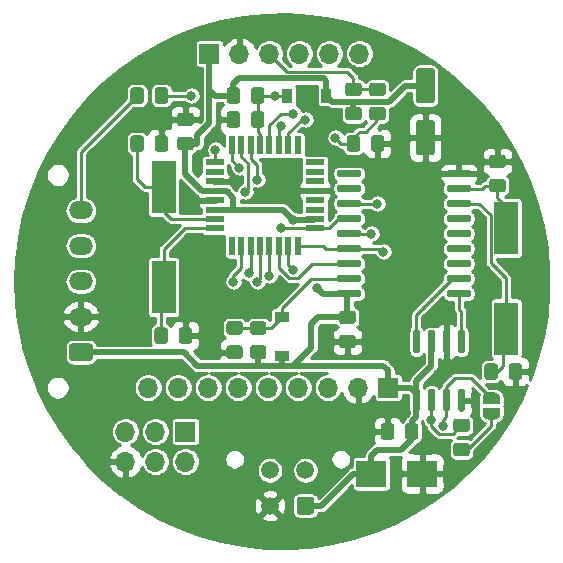
<source format=gbr>
%TF.GenerationSoftware,KiCad,Pcbnew,(5.1.6-0-10_14)*%
%TF.CreationDate,2021-01-24T21:36:40+01:00*%
%TF.ProjectId,CAN_Display,43414e5f-4469-4737-906c-61792e6b6963,rev?*%
%TF.SameCoordinates,Original*%
%TF.FileFunction,Copper,L1,Top*%
%TF.FilePolarity,Positive*%
%FSLAX46Y46*%
G04 Gerber Fmt 4.6, Leading zero omitted, Abs format (unit mm)*
G04 Created by KiCad (PCBNEW (5.1.6-0-10_14)) date 2021-01-24 21:36:40*
%MOMM*%
%LPD*%
G01*
G04 APERTURE LIST*
%TA.AperFunction,SMDPad,CuDef*%
%ADD10R,2.500000X2.300000*%
%TD*%
%TA.AperFunction,ComponentPad*%
%ADD11O,1.700000X1.700000*%
%TD*%
%TA.AperFunction,ComponentPad*%
%ADD12R,1.700000X1.700000*%
%TD*%
%TA.AperFunction,SMDPad,CuDef*%
%ADD13C,0.100000*%
%TD*%
%TA.AperFunction,SMDPad,CuDef*%
%ADD14R,1.200000X0.900000*%
%TD*%
%TA.AperFunction,SMDPad,CuDef*%
%ADD15R,0.900000X1.200000*%
%TD*%
%TA.AperFunction,ComponentPad*%
%ADD16C,1.500000*%
%TD*%
%TA.AperFunction,ComponentPad*%
%ADD17O,2.020000X1.500000*%
%TD*%
%TA.AperFunction,SMDPad,CuDef*%
%ADD18R,0.550000X1.600000*%
%TD*%
%TA.AperFunction,SMDPad,CuDef*%
%ADD19R,1.600000X0.550000*%
%TD*%
%TA.AperFunction,SMDPad,CuDef*%
%ADD20R,2.000000X4.500000*%
%TD*%
%TA.AperFunction,ViaPad*%
%ADD21C,0.800000*%
%TD*%
%TA.AperFunction,Conductor*%
%ADD22C,0.250000*%
%TD*%
%TA.AperFunction,Conductor*%
%ADD23C,0.500000*%
%TD*%
%TA.AperFunction,Conductor*%
%ADD24C,0.254000*%
%TD*%
G04 APERTURE END LIST*
D10*
%TO.P,D1,2*%
%TO.N,GND*%
X168892000Y-108204000D03*
%TO.P,D1,1*%
%TO.N,+5V*%
X164592000Y-108204000D03*
%TD*%
%TO.P,C9,2*%
%TO.N,GND*%
%TA.AperFunction,SMDPad,CuDef*%
G36*
G01*
X168614000Y-78256000D02*
X169714000Y-78256000D01*
G75*
G02*
X169964000Y-78506000I0J-250000D01*
G01*
X169964000Y-81006000D01*
G75*
G02*
X169714000Y-81256000I-250000J0D01*
G01*
X168614000Y-81256000D01*
G75*
G02*
X168364000Y-81006000I0J250000D01*
G01*
X168364000Y-78506000D01*
G75*
G02*
X168614000Y-78256000I250000J0D01*
G01*
G37*
%TD.AperFunction*%
%TO.P,C9,1*%
%TO.N,+5V*%
%TA.AperFunction,SMDPad,CuDef*%
G36*
G01*
X168614000Y-73856000D02*
X169714000Y-73856000D01*
G75*
G02*
X169964000Y-74106000I0J-250000D01*
G01*
X169964000Y-76606000D01*
G75*
G02*
X169714000Y-76856000I-250000J0D01*
G01*
X168614000Y-76856000D01*
G75*
G02*
X168364000Y-76606000I0J250000D01*
G01*
X168364000Y-74106000D01*
G75*
G02*
X168614000Y-73856000I250000J0D01*
G01*
G37*
%TD.AperFunction*%
%TD*%
D11*
%TO.P,J5,6*%
%TO.N,GND*%
X143764000Y-107188000D03*
%TO.P,J5,5*%
%TO.N,RESET*%
X143764000Y-104648000D03*
%TO.P,J5,4*%
%TO.N,MOSI*%
X146304000Y-107188000D03*
%TO.P,J5,3*%
%TO.N,SCK*%
X146304000Y-104648000D03*
%TO.P,J5,2*%
%TO.N,+5V*%
X148844000Y-107188000D03*
D12*
%TO.P,J5,1*%
%TO.N,MISO*%
X148844000Y-104648000D03*
%TD*%
D11*
%TO.P,J4,6*%
%TO.N,A3*%
X163576000Y-72644000D03*
%TO.P,J4,5*%
%TO.N,SCL*%
X161036000Y-72644000D03*
%TO.P,J4,4*%
%TO.N,SDA*%
X158496000Y-72644000D03*
%TO.P,J4,3*%
%TO.N,KEY*%
X155956000Y-72644000D03*
%TO.P,J4,2*%
%TO.N,GND*%
X153416000Y-72644000D03*
D12*
%TO.P,J4,1*%
%TO.N,+5V*%
X150876000Y-72644000D03*
%TD*%
D11*
%TO.P,J1,9*%
%TO.N,D6*%
X145680000Y-100920000D03*
%TO.P,J1,8*%
%TO.N,D7*%
X148220000Y-100920000D03*
%TO.P,J1,7*%
%TO.N,D8*%
X150760000Y-100920000D03*
%TO.P,J1,6*%
%TO.N,D9*%
X153300000Y-100920000D03*
%TO.P,J1,5*%
%TO.N,SCK*%
X155840000Y-100920000D03*
%TO.P,J1,4*%
%TO.N,MOSI*%
X158380000Y-100920000D03*
%TO.P,J1,3*%
%TO.N,MISO*%
X160920000Y-100920000D03*
%TO.P,J1,2*%
%TO.N,GND*%
X163460000Y-100920000D03*
D12*
%TO.P,J1,1*%
%TO.N,+5V*%
X166000000Y-100920000D03*
%TD*%
%TO.P,R6,2*%
%TO.N,+5V*%
%TA.AperFunction,SMDPad,CuDef*%
G36*
G01*
X162617999Y-77149000D02*
X163518001Y-77149000D01*
G75*
G02*
X163768000Y-77398999I0J-249999D01*
G01*
X163768000Y-78049001D01*
G75*
G02*
X163518001Y-78299000I-249999J0D01*
G01*
X162617999Y-78299000D01*
G75*
G02*
X162368000Y-78049001I0J249999D01*
G01*
X162368000Y-77398999D01*
G75*
G02*
X162617999Y-77149000I249999J0D01*
G01*
G37*
%TD.AperFunction*%
%TO.P,R6,1*%
%TO.N,KEY*%
%TA.AperFunction,SMDPad,CuDef*%
G36*
G01*
X162617999Y-75099000D02*
X163518001Y-75099000D01*
G75*
G02*
X163768000Y-75348999I0J-249999D01*
G01*
X163768000Y-75999001D01*
G75*
G02*
X163518001Y-76249000I-249999J0D01*
G01*
X162617999Y-76249000D01*
G75*
G02*
X162368000Y-75999001I0J249999D01*
G01*
X162368000Y-75348999D01*
G75*
G02*
X162617999Y-75099000I249999J0D01*
G01*
G37*
%TD.AperFunction*%
%TD*%
%TO.P,R5,2*%
%TO.N,D3*%
%TA.AperFunction,SMDPad,CuDef*%
G36*
G01*
X164649999Y-77149000D02*
X165550001Y-77149000D01*
G75*
G02*
X165800000Y-77398999I0J-249999D01*
G01*
X165800000Y-78049001D01*
G75*
G02*
X165550001Y-78299000I-249999J0D01*
G01*
X164649999Y-78299000D01*
G75*
G02*
X164400000Y-78049001I0J249999D01*
G01*
X164400000Y-77398999D01*
G75*
G02*
X164649999Y-77149000I249999J0D01*
G01*
G37*
%TD.AperFunction*%
%TO.P,R5,1*%
%TO.N,KEY*%
%TA.AperFunction,SMDPad,CuDef*%
G36*
G01*
X164649999Y-75099000D02*
X165550001Y-75099000D01*
G75*
G02*
X165800000Y-75348999I0J-249999D01*
G01*
X165800000Y-75999001D01*
G75*
G02*
X165550001Y-76249000I-249999J0D01*
G01*
X164649999Y-76249000D01*
G75*
G02*
X164400000Y-75999001I0J249999D01*
G01*
X164400000Y-75348999D01*
G75*
G02*
X164649999Y-75099000I249999J0D01*
G01*
G37*
%TD.AperFunction*%
%TD*%
%TO.P,R4,2*%
%TO.N,+5V*%
%TA.AperFunction,SMDPad,CuDef*%
G36*
G01*
X154549999Y-97345000D02*
X155450001Y-97345000D01*
G75*
G02*
X155700000Y-97594999I0J-249999D01*
G01*
X155700000Y-98245001D01*
G75*
G02*
X155450001Y-98495000I-249999J0D01*
G01*
X154549999Y-98495000D01*
G75*
G02*
X154300000Y-98245001I0J249999D01*
G01*
X154300000Y-97594999D01*
G75*
G02*
X154549999Y-97345000I249999J0D01*
G01*
G37*
%TD.AperFunction*%
%TO.P,R4,1*%
%TO.N,Net-(C14-Pad1)*%
%TA.AperFunction,SMDPad,CuDef*%
G36*
G01*
X154549999Y-95295000D02*
X155450001Y-95295000D01*
G75*
G02*
X155700000Y-95544999I0J-249999D01*
G01*
X155700000Y-96195001D01*
G75*
G02*
X155450001Y-96445000I-249999J0D01*
G01*
X154549999Y-96445000D01*
G75*
G02*
X154300000Y-96195001I0J249999D01*
G01*
X154300000Y-95544999D01*
G75*
G02*
X154549999Y-95295000I249999J0D01*
G01*
G37*
%TD.AperFunction*%
%TD*%
%TO.P,R2,2*%
%TO.N,Net-(JP1-Pad1)*%
%TA.AperFunction,SMDPad,CuDef*%
G36*
G01*
X171761999Y-105597000D02*
X172662001Y-105597000D01*
G75*
G02*
X172912000Y-105846999I0J-249999D01*
G01*
X172912000Y-106497001D01*
G75*
G02*
X172662001Y-106747000I-249999J0D01*
G01*
X171761999Y-106747000D01*
G75*
G02*
X171512000Y-106497001I0J249999D01*
G01*
X171512000Y-105846999D01*
G75*
G02*
X171761999Y-105597000I249999J0D01*
G01*
G37*
%TD.AperFunction*%
%TO.P,R2,1*%
%TO.N,CAN_L*%
%TA.AperFunction,SMDPad,CuDef*%
G36*
G01*
X171761999Y-103547000D02*
X172662001Y-103547000D01*
G75*
G02*
X172912000Y-103796999I0J-249999D01*
G01*
X172912000Y-104447001D01*
G75*
G02*
X172662001Y-104697000I-249999J0D01*
G01*
X171761999Y-104697000D01*
G75*
G02*
X171512000Y-104447001I0J249999D01*
G01*
X171512000Y-103796999D01*
G75*
G02*
X171761999Y-103547000I249999J0D01*
G01*
G37*
%TD.AperFunction*%
%TD*%
%TO.P,R1,2*%
%TO.N,RESET*%
%TA.AperFunction,SMDPad,CuDef*%
G36*
G01*
X154383000Y-76650001D02*
X154383000Y-75749999D01*
G75*
G02*
X154632999Y-75500000I249999J0D01*
G01*
X155283001Y-75500000D01*
G75*
G02*
X155533000Y-75749999I0J-249999D01*
G01*
X155533000Y-76650001D01*
G75*
G02*
X155283001Y-76900000I-249999J0D01*
G01*
X154632999Y-76900000D01*
G75*
G02*
X154383000Y-76650001I0J249999D01*
G01*
G37*
%TD.AperFunction*%
%TO.P,R1,1*%
%TO.N,+5V*%
%TA.AperFunction,SMDPad,CuDef*%
G36*
G01*
X152333000Y-76650001D02*
X152333000Y-75749999D01*
G75*
G02*
X152582999Y-75500000I249999J0D01*
G01*
X153233001Y-75500000D01*
G75*
G02*
X153483000Y-75749999I0J-249999D01*
G01*
X153483000Y-76650001D01*
G75*
G02*
X153233001Y-76900000I-249999J0D01*
G01*
X152582999Y-76900000D01*
G75*
G02*
X152333000Y-76650001I0J249999D01*
G01*
G37*
%TD.AperFunction*%
%TD*%
%TA.AperFunction,SMDPad,CuDef*%
D13*
%TO.P,JP1,2*%
%TO.N,CAN_H*%
G36*
X174002602Y-101824000D02*
G01*
X174002602Y-101799466D01*
X174007412Y-101750635D01*
X174016984Y-101702510D01*
X174031228Y-101655555D01*
X174050005Y-101610222D01*
X174073136Y-101566949D01*
X174100396Y-101526150D01*
X174131524Y-101488221D01*
X174166221Y-101453524D01*
X174204150Y-101422396D01*
X174244949Y-101395136D01*
X174288222Y-101372005D01*
X174333555Y-101353228D01*
X174380510Y-101338984D01*
X174428635Y-101329412D01*
X174477466Y-101324602D01*
X174502000Y-101324602D01*
X174502000Y-101324000D01*
X175002000Y-101324000D01*
X175002000Y-101324602D01*
X175026534Y-101324602D01*
X175075365Y-101329412D01*
X175123490Y-101338984D01*
X175170445Y-101353228D01*
X175215778Y-101372005D01*
X175259051Y-101395136D01*
X175299850Y-101422396D01*
X175337779Y-101453524D01*
X175372476Y-101488221D01*
X175403604Y-101526150D01*
X175430864Y-101566949D01*
X175453995Y-101610222D01*
X175472772Y-101655555D01*
X175487016Y-101702510D01*
X175496588Y-101750635D01*
X175501398Y-101799466D01*
X175501398Y-101824000D01*
X175502000Y-101824000D01*
X175502000Y-102324000D01*
X174002000Y-102324000D01*
X174002000Y-101824000D01*
X174002602Y-101824000D01*
G37*
%TD.AperFunction*%
%TA.AperFunction,SMDPad,CuDef*%
%TO.P,JP1,1*%
%TO.N,Net-(JP1-Pad1)*%
G36*
X175502000Y-102624000D02*
G01*
X175502000Y-103124000D01*
X175501398Y-103124000D01*
X175501398Y-103148534D01*
X175496588Y-103197365D01*
X175487016Y-103245490D01*
X175472772Y-103292445D01*
X175453995Y-103337778D01*
X175430864Y-103381051D01*
X175403604Y-103421850D01*
X175372476Y-103459779D01*
X175337779Y-103494476D01*
X175299850Y-103525604D01*
X175259051Y-103552864D01*
X175215778Y-103575995D01*
X175170445Y-103594772D01*
X175123490Y-103609016D01*
X175075365Y-103618588D01*
X175026534Y-103623398D01*
X175002000Y-103623398D01*
X175002000Y-103624000D01*
X174502000Y-103624000D01*
X174502000Y-103623398D01*
X174477466Y-103623398D01*
X174428635Y-103618588D01*
X174380510Y-103609016D01*
X174333555Y-103594772D01*
X174288222Y-103575995D01*
X174244949Y-103552864D01*
X174204150Y-103525604D01*
X174166221Y-103494476D01*
X174131524Y-103459779D01*
X174100396Y-103421850D01*
X174073136Y-103381051D01*
X174050005Y-103337778D01*
X174031228Y-103292445D01*
X174016984Y-103245490D01*
X174007412Y-103197365D01*
X174002602Y-103148534D01*
X174002602Y-103124000D01*
X174002000Y-103124000D01*
X174002000Y-102624000D01*
X175502000Y-102624000D01*
G37*
%TD.AperFunction*%
%TD*%
D14*
%TO.P,D4,2*%
%TO.N,Net-(C14-Pad1)*%
X157000000Y-94920000D03*
%TO.P,D4,1*%
%TO.N,+5V*%
X157000000Y-98220000D03*
%TD*%
D15*
%TO.P,D3,2*%
%TO.N,RESET*%
X157480000Y-76200000D03*
%TO.P,D3,1*%
%TO.N,+5V*%
X160780000Y-76200000D03*
%TD*%
%TO.P,C14,2*%
%TO.N,GND*%
%TA.AperFunction,SMDPad,CuDef*%
G36*
G01*
X152549999Y-97345000D02*
X153450001Y-97345000D01*
G75*
G02*
X153700000Y-97594999I0J-249999D01*
G01*
X153700000Y-98245001D01*
G75*
G02*
X153450001Y-98495000I-249999J0D01*
G01*
X152549999Y-98495000D01*
G75*
G02*
X152300000Y-98245001I0J249999D01*
G01*
X152300000Y-97594999D01*
G75*
G02*
X152549999Y-97345000I249999J0D01*
G01*
G37*
%TD.AperFunction*%
%TO.P,C14,1*%
%TO.N,Net-(C14-Pad1)*%
%TA.AperFunction,SMDPad,CuDef*%
G36*
G01*
X152549999Y-95295000D02*
X153450001Y-95295000D01*
G75*
G02*
X153700000Y-95544999I0J-249999D01*
G01*
X153700000Y-96195001D01*
G75*
G02*
X153450001Y-96445000I-249999J0D01*
G01*
X152549999Y-96445000D01*
G75*
G02*
X152300000Y-96195001I0J249999D01*
G01*
X152300000Y-95544999D01*
G75*
G02*
X152549999Y-95295000I249999J0D01*
G01*
G37*
%TD.AperFunction*%
%TD*%
%TO.P,C12,2*%
%TO.N,RESET*%
%TA.AperFunction,SMDPad,CuDef*%
G36*
G01*
X154383000Y-78682001D02*
X154383000Y-77781999D01*
G75*
G02*
X154632999Y-77532000I249999J0D01*
G01*
X155283001Y-77532000D01*
G75*
G02*
X155533000Y-77781999I0J-249999D01*
G01*
X155533000Y-78682001D01*
G75*
G02*
X155283001Y-78932000I-249999J0D01*
G01*
X154632999Y-78932000D01*
G75*
G02*
X154383000Y-78682001I0J249999D01*
G01*
G37*
%TD.AperFunction*%
%TO.P,C12,1*%
%TO.N,GND*%
%TA.AperFunction,SMDPad,CuDef*%
G36*
G01*
X152333000Y-78682001D02*
X152333000Y-77781999D01*
G75*
G02*
X152582999Y-77532000I249999J0D01*
G01*
X153233001Y-77532000D01*
G75*
G02*
X153483000Y-77781999I0J-249999D01*
G01*
X153483000Y-78682001D01*
G75*
G02*
X153233001Y-78932000I-249999J0D01*
G01*
X152582999Y-78932000D01*
G75*
G02*
X152333000Y-78682001I0J249999D01*
G01*
G37*
%TD.AperFunction*%
%TD*%
%TO.P,C11,2*%
%TO.N,GND*%
%TA.AperFunction,SMDPad,CuDef*%
G36*
G01*
X164543000Y-80714001D02*
X164543000Y-79813999D01*
G75*
G02*
X164792999Y-79564000I249999J0D01*
G01*
X165443001Y-79564000D01*
G75*
G02*
X165693000Y-79813999I0J-249999D01*
G01*
X165693000Y-80714001D01*
G75*
G02*
X165443001Y-80964000I-249999J0D01*
G01*
X164792999Y-80964000D01*
G75*
G02*
X164543000Y-80714001I0J249999D01*
G01*
G37*
%TD.AperFunction*%
%TO.P,C11,1*%
%TO.N,D3*%
%TA.AperFunction,SMDPad,CuDef*%
G36*
G01*
X162493000Y-80714001D02*
X162493000Y-79813999D01*
G75*
G02*
X162742999Y-79564000I249999J0D01*
G01*
X163393001Y-79564000D01*
G75*
G02*
X163643000Y-79813999I0J-249999D01*
G01*
X163643000Y-80714001D01*
G75*
G02*
X163393001Y-80964000I-249999J0D01*
G01*
X162742999Y-80964000D01*
G75*
G02*
X162493000Y-80714001I0J249999D01*
G01*
G37*
%TD.AperFunction*%
%TD*%
%TO.P,C8,2*%
%TO.N,+5V*%
%TA.AperFunction,SMDPad,CuDef*%
G36*
G01*
X167425000Y-105098001D02*
X167425000Y-104197999D01*
G75*
G02*
X167674999Y-103948000I249999J0D01*
G01*
X168325001Y-103948000D01*
G75*
G02*
X168575000Y-104197999I0J-249999D01*
G01*
X168575000Y-105098001D01*
G75*
G02*
X168325001Y-105348000I-249999J0D01*
G01*
X167674999Y-105348000D01*
G75*
G02*
X167425000Y-105098001I0J249999D01*
G01*
G37*
%TD.AperFunction*%
%TO.P,C8,1*%
%TO.N,GND*%
%TA.AperFunction,SMDPad,CuDef*%
G36*
G01*
X165375000Y-105098001D02*
X165375000Y-104197999D01*
G75*
G02*
X165624999Y-103948000I249999J0D01*
G01*
X166275001Y-103948000D01*
G75*
G02*
X166525000Y-104197999I0J-249999D01*
G01*
X166525000Y-105098001D01*
G75*
G02*
X166275001Y-105348000I-249999J0D01*
G01*
X165624999Y-105348000D01*
G75*
G02*
X165375000Y-105098001I0J249999D01*
G01*
G37*
%TD.AperFunction*%
%TD*%
%TO.P,C7,2*%
%TO.N,+5V*%
%TA.AperFunction,SMDPad,CuDef*%
G36*
G01*
X163010001Y-95553000D02*
X162109999Y-95553000D01*
G75*
G02*
X161860000Y-95303001I0J249999D01*
G01*
X161860000Y-94652999D01*
G75*
G02*
X162109999Y-94403000I249999J0D01*
G01*
X163010001Y-94403000D01*
G75*
G02*
X163260000Y-94652999I0J-249999D01*
G01*
X163260000Y-95303001D01*
G75*
G02*
X163010001Y-95553000I-249999J0D01*
G01*
G37*
%TD.AperFunction*%
%TO.P,C7,1*%
%TO.N,GND*%
%TA.AperFunction,SMDPad,CuDef*%
G36*
G01*
X163010001Y-97603000D02*
X162109999Y-97603000D01*
G75*
G02*
X161860000Y-97353001I0J249999D01*
G01*
X161860000Y-96702999D01*
G75*
G02*
X162109999Y-96453000I249999J0D01*
G01*
X163010001Y-96453000D01*
G75*
G02*
X163260000Y-96702999I0J-249999D01*
G01*
X163260000Y-97353001D01*
G75*
G02*
X163010001Y-97603000I-249999J0D01*
G01*
G37*
%TD.AperFunction*%
%TD*%
%TO.P,C6,2*%
%TO.N,GND*%
%TA.AperFunction,SMDPad,CuDef*%
G36*
G01*
X149294001Y-78789000D02*
X148393999Y-78789000D01*
G75*
G02*
X148144000Y-78539001I0J249999D01*
G01*
X148144000Y-77888999D01*
G75*
G02*
X148393999Y-77639000I249999J0D01*
G01*
X149294001Y-77639000D01*
G75*
G02*
X149544000Y-77888999I0J-249999D01*
G01*
X149544000Y-78539001D01*
G75*
G02*
X149294001Y-78789000I-249999J0D01*
G01*
G37*
%TD.AperFunction*%
%TO.P,C6,1*%
%TO.N,+5V*%
%TA.AperFunction,SMDPad,CuDef*%
G36*
G01*
X149294001Y-80839000D02*
X148393999Y-80839000D01*
G75*
G02*
X148144000Y-80589001I0J249999D01*
G01*
X148144000Y-79938999D01*
G75*
G02*
X148393999Y-79689000I249999J0D01*
G01*
X149294001Y-79689000D01*
G75*
G02*
X149544000Y-79938999I0J-249999D01*
G01*
X149544000Y-80589001D01*
G75*
G02*
X149294001Y-80839000I-249999J0D01*
G01*
G37*
%TD.AperFunction*%
%TD*%
%TO.P,C5,2*%
%TO.N,RESET*%
%TA.AperFunction,SMDPad,CuDef*%
G36*
G01*
X146237000Y-76650001D02*
X146237000Y-75749999D01*
G75*
G02*
X146486999Y-75500000I249999J0D01*
G01*
X147137001Y-75500000D01*
G75*
G02*
X147387000Y-75749999I0J-249999D01*
G01*
X147387000Y-76650001D01*
G75*
G02*
X147137001Y-76900000I-249999J0D01*
G01*
X146486999Y-76900000D01*
G75*
G02*
X146237000Y-76650001I0J249999D01*
G01*
G37*
%TD.AperFunction*%
%TO.P,C5,1*%
%TO.N,Net-(C5-Pad1)*%
%TA.AperFunction,SMDPad,CuDef*%
G36*
G01*
X144187000Y-76650001D02*
X144187000Y-75749999D01*
G75*
G02*
X144436999Y-75500000I249999J0D01*
G01*
X145087001Y-75500000D01*
G75*
G02*
X145337000Y-75749999I0J-249999D01*
G01*
X145337000Y-76650001D01*
G75*
G02*
X145087001Y-76900000I-249999J0D01*
G01*
X144436999Y-76900000D01*
G75*
G02*
X144187000Y-76650001I0J249999D01*
G01*
G37*
%TD.AperFunction*%
%TD*%
%TO.P,C4,2*%
%TO.N,GND*%
%TA.AperFunction,SMDPad,CuDef*%
G36*
G01*
X176209000Y-100018001D02*
X176209000Y-99117999D01*
G75*
G02*
X176458999Y-98868000I249999J0D01*
G01*
X177109001Y-98868000D01*
G75*
G02*
X177359000Y-99117999I0J-249999D01*
G01*
X177359000Y-100018001D01*
G75*
G02*
X177109001Y-100268000I-249999J0D01*
G01*
X176458999Y-100268000D01*
G75*
G02*
X176209000Y-100018001I0J249999D01*
G01*
G37*
%TD.AperFunction*%
%TO.P,C4,1*%
%TO.N,Net-(C4-Pad1)*%
%TA.AperFunction,SMDPad,CuDef*%
G36*
G01*
X174159000Y-100018001D02*
X174159000Y-99117999D01*
G75*
G02*
X174408999Y-98868000I249999J0D01*
G01*
X175059001Y-98868000D01*
G75*
G02*
X175309000Y-99117999I0J-249999D01*
G01*
X175309000Y-100018001D01*
G75*
G02*
X175059001Y-100268000I-249999J0D01*
G01*
X174408999Y-100268000D01*
G75*
G02*
X174159000Y-100018001I0J249999D01*
G01*
G37*
%TD.AperFunction*%
%TD*%
%TO.P,C3,2*%
%TO.N,GND*%
%TA.AperFunction,SMDPad,CuDef*%
G36*
G01*
X175710001Y-82345000D02*
X174809999Y-82345000D01*
G75*
G02*
X174560000Y-82095001I0J249999D01*
G01*
X174560000Y-81444999D01*
G75*
G02*
X174809999Y-81195000I249999J0D01*
G01*
X175710001Y-81195000D01*
G75*
G02*
X175960000Y-81444999I0J-249999D01*
G01*
X175960000Y-82095001D01*
G75*
G02*
X175710001Y-82345000I-249999J0D01*
G01*
G37*
%TD.AperFunction*%
%TO.P,C3,1*%
%TO.N,Net-(C3-Pad1)*%
%TA.AperFunction,SMDPad,CuDef*%
G36*
G01*
X175710001Y-84395000D02*
X174809999Y-84395000D01*
G75*
G02*
X174560000Y-84145001I0J249999D01*
G01*
X174560000Y-83494999D01*
G75*
G02*
X174809999Y-83245000I249999J0D01*
G01*
X175710001Y-83245000D01*
G75*
G02*
X175960000Y-83494999I0J-249999D01*
G01*
X175960000Y-84145001D01*
G75*
G02*
X175710001Y-84395000I-249999J0D01*
G01*
G37*
%TD.AperFunction*%
%TD*%
%TO.P,C2,2*%
%TO.N,Net-(C2-Pad2)*%
%TA.AperFunction,SMDPad,CuDef*%
G36*
G01*
X147369000Y-96069999D02*
X147369000Y-96970001D01*
G75*
G02*
X147119001Y-97220000I-249999J0D01*
G01*
X146468999Y-97220000D01*
G75*
G02*
X146219000Y-96970001I0J249999D01*
G01*
X146219000Y-96069999D01*
G75*
G02*
X146468999Y-95820000I249999J0D01*
G01*
X147119001Y-95820000D01*
G75*
G02*
X147369000Y-96069999I0J-249999D01*
G01*
G37*
%TD.AperFunction*%
%TO.P,C2,1*%
%TO.N,GND*%
%TA.AperFunction,SMDPad,CuDef*%
G36*
G01*
X149419000Y-96069999D02*
X149419000Y-96970001D01*
G75*
G02*
X149169001Y-97220000I-249999J0D01*
G01*
X148518999Y-97220000D01*
G75*
G02*
X148269000Y-96970001I0J249999D01*
G01*
X148269000Y-96069999D01*
G75*
G02*
X148518999Y-95820000I249999J0D01*
G01*
X149169001Y-95820000D01*
G75*
G02*
X149419000Y-96069999I0J-249999D01*
G01*
G37*
%TD.AperFunction*%
%TD*%
%TO.P,C1,2*%
%TO.N,Net-(C1-Pad2)*%
%TA.AperFunction,SMDPad,CuDef*%
G36*
G01*
X145337000Y-79813999D02*
X145337000Y-80714001D01*
G75*
G02*
X145087001Y-80964000I-249999J0D01*
G01*
X144436999Y-80964000D01*
G75*
G02*
X144187000Y-80714001I0J249999D01*
G01*
X144187000Y-79813999D01*
G75*
G02*
X144436999Y-79564000I249999J0D01*
G01*
X145087001Y-79564000D01*
G75*
G02*
X145337000Y-79813999I0J-249999D01*
G01*
G37*
%TD.AperFunction*%
%TO.P,C1,1*%
%TO.N,GND*%
%TA.AperFunction,SMDPad,CuDef*%
G36*
G01*
X147387000Y-79813999D02*
X147387000Y-80714001D01*
G75*
G02*
X147137001Y-80964000I-249999J0D01*
G01*
X146486999Y-80964000D01*
G75*
G02*
X146237000Y-80714001I0J249999D01*
G01*
X146237000Y-79813999D01*
G75*
G02*
X146486999Y-79564000I249999J0D01*
G01*
X147137001Y-79564000D01*
G75*
G02*
X147387000Y-79813999I0J-249999D01*
G01*
G37*
%TD.AperFunction*%
%TD*%
%TO.P,U3,8*%
%TO.N,GND*%
%TA.AperFunction,SMDPad,CuDef*%
G36*
G01*
X172062000Y-101003000D02*
X172362000Y-101003000D01*
G75*
G02*
X172512000Y-101153000I0J-150000D01*
G01*
X172512000Y-102803000D01*
G75*
G02*
X172362000Y-102953000I-150000J0D01*
G01*
X172062000Y-102953000D01*
G75*
G02*
X171912000Y-102803000I0J150000D01*
G01*
X171912000Y-101153000D01*
G75*
G02*
X172062000Y-101003000I150000J0D01*
G01*
G37*
%TD.AperFunction*%
%TO.P,U3,7*%
%TO.N,CAN_H*%
%TA.AperFunction,SMDPad,CuDef*%
G36*
G01*
X170792000Y-101003000D02*
X171092000Y-101003000D01*
G75*
G02*
X171242000Y-101153000I0J-150000D01*
G01*
X171242000Y-102803000D01*
G75*
G02*
X171092000Y-102953000I-150000J0D01*
G01*
X170792000Y-102953000D01*
G75*
G02*
X170642000Y-102803000I0J150000D01*
G01*
X170642000Y-101153000D01*
G75*
G02*
X170792000Y-101003000I150000J0D01*
G01*
G37*
%TD.AperFunction*%
%TO.P,U3,6*%
%TO.N,CAN_L*%
%TA.AperFunction,SMDPad,CuDef*%
G36*
G01*
X169522000Y-101003000D02*
X169822000Y-101003000D01*
G75*
G02*
X169972000Y-101153000I0J-150000D01*
G01*
X169972000Y-102803000D01*
G75*
G02*
X169822000Y-102953000I-150000J0D01*
G01*
X169522000Y-102953000D01*
G75*
G02*
X169372000Y-102803000I0J150000D01*
G01*
X169372000Y-101153000D01*
G75*
G02*
X169522000Y-101003000I150000J0D01*
G01*
G37*
%TD.AperFunction*%
%TO.P,U3,5*%
%TO.N,+5V*%
%TA.AperFunction,SMDPad,CuDef*%
G36*
G01*
X168252000Y-101003000D02*
X168552000Y-101003000D01*
G75*
G02*
X168702000Y-101153000I0J-150000D01*
G01*
X168702000Y-102803000D01*
G75*
G02*
X168552000Y-102953000I-150000J0D01*
G01*
X168252000Y-102953000D01*
G75*
G02*
X168102000Y-102803000I0J150000D01*
G01*
X168102000Y-101153000D01*
G75*
G02*
X168252000Y-101003000I150000J0D01*
G01*
G37*
%TD.AperFunction*%
%TO.P,U3,4*%
%TO.N,Net-(U2-Pad2)*%
%TA.AperFunction,SMDPad,CuDef*%
G36*
G01*
X168252000Y-96053000D02*
X168552000Y-96053000D01*
G75*
G02*
X168702000Y-96203000I0J-150000D01*
G01*
X168702000Y-97853000D01*
G75*
G02*
X168552000Y-98003000I-150000J0D01*
G01*
X168252000Y-98003000D01*
G75*
G02*
X168102000Y-97853000I0J150000D01*
G01*
X168102000Y-96203000D01*
G75*
G02*
X168252000Y-96053000I150000J0D01*
G01*
G37*
%TD.AperFunction*%
%TO.P,U3,3*%
%TO.N,+5V*%
%TA.AperFunction,SMDPad,CuDef*%
G36*
G01*
X169522000Y-96053000D02*
X169822000Y-96053000D01*
G75*
G02*
X169972000Y-96203000I0J-150000D01*
G01*
X169972000Y-97853000D01*
G75*
G02*
X169822000Y-98003000I-150000J0D01*
G01*
X169522000Y-98003000D01*
G75*
G02*
X169372000Y-97853000I0J150000D01*
G01*
X169372000Y-96203000D01*
G75*
G02*
X169522000Y-96053000I150000J0D01*
G01*
G37*
%TD.AperFunction*%
%TO.P,U3,2*%
%TO.N,GND*%
%TA.AperFunction,SMDPad,CuDef*%
G36*
G01*
X170792000Y-96053000D02*
X171092000Y-96053000D01*
G75*
G02*
X171242000Y-96203000I0J-150000D01*
G01*
X171242000Y-97853000D01*
G75*
G02*
X171092000Y-98003000I-150000J0D01*
G01*
X170792000Y-98003000D01*
G75*
G02*
X170642000Y-97853000I0J150000D01*
G01*
X170642000Y-96203000D01*
G75*
G02*
X170792000Y-96053000I150000J0D01*
G01*
G37*
%TD.AperFunction*%
%TO.P,U3,1*%
%TO.N,Net-(U2-Pad1)*%
%TA.AperFunction,SMDPad,CuDef*%
G36*
G01*
X172062000Y-96053000D02*
X172362000Y-96053000D01*
G75*
G02*
X172512000Y-96203000I0J-150000D01*
G01*
X172512000Y-97853000D01*
G75*
G02*
X172362000Y-98003000I-150000J0D01*
G01*
X172062000Y-98003000D01*
G75*
G02*
X171912000Y-97853000I0J150000D01*
G01*
X171912000Y-96203000D01*
G75*
G02*
X172062000Y-96053000I150000J0D01*
G01*
G37*
%TD.AperFunction*%
%TD*%
%TO.P,U2,18*%
%TO.N,+5V*%
%TA.AperFunction,SMDPad,CuDef*%
G36*
G01*
X163725000Y-92814000D02*
X163725000Y-93114000D01*
G75*
G02*
X163575000Y-93264000I-150000J0D01*
G01*
X161825000Y-93264000D01*
G75*
G02*
X161675000Y-93114000I0J150000D01*
G01*
X161675000Y-92814000D01*
G75*
G02*
X161825000Y-92664000I150000J0D01*
G01*
X163575000Y-92664000D01*
G75*
G02*
X163725000Y-92814000I0J-150000D01*
G01*
G37*
%TD.AperFunction*%
%TO.P,U2,17*%
%TO.N,Net-(C14-Pad1)*%
%TA.AperFunction,SMDPad,CuDef*%
G36*
G01*
X163725000Y-91544000D02*
X163725000Y-91844000D01*
G75*
G02*
X163575000Y-91994000I-150000J0D01*
G01*
X161825000Y-91994000D01*
G75*
G02*
X161675000Y-91844000I0J150000D01*
G01*
X161675000Y-91544000D01*
G75*
G02*
X161825000Y-91394000I150000J0D01*
G01*
X163575000Y-91394000D01*
G75*
G02*
X163725000Y-91544000I0J-150000D01*
G01*
G37*
%TD.AperFunction*%
%TO.P,U2,16*%
%TO.N,SS*%
%TA.AperFunction,SMDPad,CuDef*%
G36*
G01*
X163725000Y-90274000D02*
X163725000Y-90574000D01*
G75*
G02*
X163575000Y-90724000I-150000J0D01*
G01*
X161825000Y-90724000D01*
G75*
G02*
X161675000Y-90574000I0J150000D01*
G01*
X161675000Y-90274000D01*
G75*
G02*
X161825000Y-90124000I150000J0D01*
G01*
X163575000Y-90124000D01*
G75*
G02*
X163725000Y-90274000I0J-150000D01*
G01*
G37*
%TD.AperFunction*%
%TO.P,U2,15*%
%TO.N,MISO*%
%TA.AperFunction,SMDPad,CuDef*%
G36*
G01*
X163725000Y-89004000D02*
X163725000Y-89304000D01*
G75*
G02*
X163575000Y-89454000I-150000J0D01*
G01*
X161825000Y-89454000D01*
G75*
G02*
X161675000Y-89304000I0J150000D01*
G01*
X161675000Y-89004000D01*
G75*
G02*
X161825000Y-88854000I150000J0D01*
G01*
X163575000Y-88854000D01*
G75*
G02*
X163725000Y-89004000I0J-150000D01*
G01*
G37*
%TD.AperFunction*%
%TO.P,U2,14*%
%TO.N,MOSI*%
%TA.AperFunction,SMDPad,CuDef*%
G36*
G01*
X163725000Y-87734000D02*
X163725000Y-88034000D01*
G75*
G02*
X163575000Y-88184000I-150000J0D01*
G01*
X161825000Y-88184000D01*
G75*
G02*
X161675000Y-88034000I0J150000D01*
G01*
X161675000Y-87734000D01*
G75*
G02*
X161825000Y-87584000I150000J0D01*
G01*
X163575000Y-87584000D01*
G75*
G02*
X163725000Y-87734000I0J-150000D01*
G01*
G37*
%TD.AperFunction*%
%TO.P,U2,13*%
%TO.N,SCK*%
%TA.AperFunction,SMDPad,CuDef*%
G36*
G01*
X163725000Y-86464000D02*
X163725000Y-86764000D01*
G75*
G02*
X163575000Y-86914000I-150000J0D01*
G01*
X161825000Y-86914000D01*
G75*
G02*
X161675000Y-86764000I0J150000D01*
G01*
X161675000Y-86464000D01*
G75*
G02*
X161825000Y-86314000I150000J0D01*
G01*
X163575000Y-86314000D01*
G75*
G02*
X163725000Y-86464000I0J-150000D01*
G01*
G37*
%TD.AperFunction*%
%TO.P,U2,12*%
%TO.N,D2*%
%TA.AperFunction,SMDPad,CuDef*%
G36*
G01*
X163725000Y-85194000D02*
X163725000Y-85494000D01*
G75*
G02*
X163575000Y-85644000I-150000J0D01*
G01*
X161825000Y-85644000D01*
G75*
G02*
X161675000Y-85494000I0J150000D01*
G01*
X161675000Y-85194000D01*
G75*
G02*
X161825000Y-85044000I150000J0D01*
G01*
X163575000Y-85044000D01*
G75*
G02*
X163725000Y-85194000I0J-150000D01*
G01*
G37*
%TD.AperFunction*%
%TO.P,U2,11*%
%TO.N,N/C*%
%TA.AperFunction,SMDPad,CuDef*%
G36*
G01*
X163725000Y-83924000D02*
X163725000Y-84224000D01*
G75*
G02*
X163575000Y-84374000I-150000J0D01*
G01*
X161825000Y-84374000D01*
G75*
G02*
X161675000Y-84224000I0J150000D01*
G01*
X161675000Y-83924000D01*
G75*
G02*
X161825000Y-83774000I150000J0D01*
G01*
X163575000Y-83774000D01*
G75*
G02*
X163725000Y-83924000I0J-150000D01*
G01*
G37*
%TD.AperFunction*%
%TO.P,U2,10*%
%TA.AperFunction,SMDPad,CuDef*%
G36*
G01*
X163725000Y-82654000D02*
X163725000Y-82954000D01*
G75*
G02*
X163575000Y-83104000I-150000J0D01*
G01*
X161825000Y-83104000D01*
G75*
G02*
X161675000Y-82954000I0J150000D01*
G01*
X161675000Y-82654000D01*
G75*
G02*
X161825000Y-82504000I150000J0D01*
G01*
X163575000Y-82504000D01*
G75*
G02*
X163725000Y-82654000I0J-150000D01*
G01*
G37*
%TD.AperFunction*%
%TO.P,U2,9*%
%TO.N,GND*%
%TA.AperFunction,SMDPad,CuDef*%
G36*
G01*
X173025000Y-82654000D02*
X173025000Y-82954000D01*
G75*
G02*
X172875000Y-83104000I-150000J0D01*
G01*
X171125000Y-83104000D01*
G75*
G02*
X170975000Y-82954000I0J150000D01*
G01*
X170975000Y-82654000D01*
G75*
G02*
X171125000Y-82504000I150000J0D01*
G01*
X172875000Y-82504000D01*
G75*
G02*
X173025000Y-82654000I0J-150000D01*
G01*
G37*
%TD.AperFunction*%
%TO.P,U2,8*%
%TO.N,Net-(C3-Pad1)*%
%TA.AperFunction,SMDPad,CuDef*%
G36*
G01*
X173025000Y-83924000D02*
X173025000Y-84224000D01*
G75*
G02*
X172875000Y-84374000I-150000J0D01*
G01*
X171125000Y-84374000D01*
G75*
G02*
X170975000Y-84224000I0J150000D01*
G01*
X170975000Y-83924000D01*
G75*
G02*
X171125000Y-83774000I150000J0D01*
G01*
X172875000Y-83774000D01*
G75*
G02*
X173025000Y-83924000I0J-150000D01*
G01*
G37*
%TD.AperFunction*%
%TO.P,U2,7*%
%TO.N,Net-(C4-Pad1)*%
%TA.AperFunction,SMDPad,CuDef*%
G36*
G01*
X173025000Y-85194000D02*
X173025000Y-85494000D01*
G75*
G02*
X172875000Y-85644000I-150000J0D01*
G01*
X171125000Y-85644000D01*
G75*
G02*
X170975000Y-85494000I0J150000D01*
G01*
X170975000Y-85194000D01*
G75*
G02*
X171125000Y-85044000I150000J0D01*
G01*
X172875000Y-85044000D01*
G75*
G02*
X173025000Y-85194000I0J-150000D01*
G01*
G37*
%TD.AperFunction*%
%TO.P,U2,6*%
%TO.N,N/C*%
%TA.AperFunction,SMDPad,CuDef*%
G36*
G01*
X173025000Y-86464000D02*
X173025000Y-86764000D01*
G75*
G02*
X172875000Y-86914000I-150000J0D01*
G01*
X171125000Y-86914000D01*
G75*
G02*
X170975000Y-86764000I0J150000D01*
G01*
X170975000Y-86464000D01*
G75*
G02*
X171125000Y-86314000I150000J0D01*
G01*
X172875000Y-86314000D01*
G75*
G02*
X173025000Y-86464000I0J-150000D01*
G01*
G37*
%TD.AperFunction*%
%TO.P,U2,5*%
%TA.AperFunction,SMDPad,CuDef*%
G36*
G01*
X173025000Y-87734000D02*
X173025000Y-88034000D01*
G75*
G02*
X172875000Y-88184000I-150000J0D01*
G01*
X171125000Y-88184000D01*
G75*
G02*
X170975000Y-88034000I0J150000D01*
G01*
X170975000Y-87734000D01*
G75*
G02*
X171125000Y-87584000I150000J0D01*
G01*
X172875000Y-87584000D01*
G75*
G02*
X173025000Y-87734000I0J-150000D01*
G01*
G37*
%TD.AperFunction*%
%TO.P,U2,4*%
%TA.AperFunction,SMDPad,CuDef*%
G36*
G01*
X173025000Y-89004000D02*
X173025000Y-89304000D01*
G75*
G02*
X172875000Y-89454000I-150000J0D01*
G01*
X171125000Y-89454000D01*
G75*
G02*
X170975000Y-89304000I0J150000D01*
G01*
X170975000Y-89004000D01*
G75*
G02*
X171125000Y-88854000I150000J0D01*
G01*
X172875000Y-88854000D01*
G75*
G02*
X173025000Y-89004000I0J-150000D01*
G01*
G37*
%TD.AperFunction*%
%TO.P,U2,3*%
%TA.AperFunction,SMDPad,CuDef*%
G36*
G01*
X173025000Y-90274000D02*
X173025000Y-90574000D01*
G75*
G02*
X172875000Y-90724000I-150000J0D01*
G01*
X171125000Y-90724000D01*
G75*
G02*
X170975000Y-90574000I0J150000D01*
G01*
X170975000Y-90274000D01*
G75*
G02*
X171125000Y-90124000I150000J0D01*
G01*
X172875000Y-90124000D01*
G75*
G02*
X173025000Y-90274000I0J-150000D01*
G01*
G37*
%TD.AperFunction*%
%TO.P,U2,2*%
%TO.N,Net-(U2-Pad2)*%
%TA.AperFunction,SMDPad,CuDef*%
G36*
G01*
X173025000Y-91544000D02*
X173025000Y-91844000D01*
G75*
G02*
X172875000Y-91994000I-150000J0D01*
G01*
X171125000Y-91994000D01*
G75*
G02*
X170975000Y-91844000I0J150000D01*
G01*
X170975000Y-91544000D01*
G75*
G02*
X171125000Y-91394000I150000J0D01*
G01*
X172875000Y-91394000D01*
G75*
G02*
X173025000Y-91544000I0J-150000D01*
G01*
G37*
%TD.AperFunction*%
%TO.P,U2,1*%
%TO.N,Net-(U2-Pad1)*%
%TA.AperFunction,SMDPad,CuDef*%
G36*
G01*
X173025000Y-92814000D02*
X173025000Y-93114000D01*
G75*
G02*
X172875000Y-93264000I-150000J0D01*
G01*
X171125000Y-93264000D01*
G75*
G02*
X170975000Y-93114000I0J150000D01*
G01*
X170975000Y-92814000D01*
G75*
G02*
X171125000Y-92664000I150000J0D01*
G01*
X172875000Y-92664000D01*
G75*
G02*
X173025000Y-92814000I0J-150000D01*
G01*
G37*
%TD.AperFunction*%
%TD*%
D16*
%TO.P,J3,4*%
%TO.N,CAN_H*%
X156000000Y-107920000D03*
%TO.P,J3,3*%
%TO.N,CAN_L*%
X159000000Y-107920000D03*
%TO.P,J3,2*%
%TO.N,GND*%
X156000000Y-110920000D03*
%TO.P,J3,1*%
%TO.N,+5V*%
%TA.AperFunction,ComponentPad*%
G36*
G01*
X159750000Y-110420000D02*
X159750000Y-111420000D01*
G75*
G02*
X159500000Y-111670000I-250000J0D01*
G01*
X158500000Y-111670000D01*
G75*
G02*
X158250000Y-111420000I0J250000D01*
G01*
X158250000Y-110420000D01*
G75*
G02*
X158500000Y-110170000I250000J0D01*
G01*
X159500000Y-110170000D01*
G75*
G02*
X159750000Y-110420000I0J-250000D01*
G01*
G37*
%TD.AperFunction*%
%TD*%
D17*
%TO.P,J2,5*%
%TO.N,Net-(C5-Pad1)*%
X140000000Y-85920000D03*
%TO.P,J2,4*%
%TO.N,RXD*%
X140000000Y-88920000D03*
%TO.P,J2,3*%
%TO.N,TXD*%
X140000000Y-91920000D03*
%TO.P,J2,2*%
%TO.N,GND*%
X140000000Y-94920000D03*
%TO.P,J2,1*%
%TO.N,+5V*%
%TA.AperFunction,ComponentPad*%
G36*
G01*
X140760000Y-98670000D02*
X139240000Y-98670000D01*
G75*
G02*
X138990000Y-98420000I0J250000D01*
G01*
X138990000Y-97420000D01*
G75*
G02*
X139240000Y-97170000I250000J0D01*
G01*
X140760000Y-97170000D01*
G75*
G02*
X141010000Y-97420000I0J-250000D01*
G01*
X141010000Y-98420000D01*
G75*
G02*
X140760000Y-98670000I-250000J0D01*
G01*
G37*
%TD.AperFunction*%
%TD*%
D18*
%TO.P,U1,32*%
%TO.N,D2*%
X152756000Y-80400000D03*
%TO.P,U1,31*%
%TO.N,TXD*%
X153556000Y-80400000D03*
%TO.P,U1,30*%
%TO.N,RXD*%
X154356000Y-80400000D03*
%TO.P,U1,29*%
%TO.N,RESET*%
X155156000Y-80400000D03*
%TO.P,U1,28*%
%TO.N,SCL*%
X155956000Y-80400000D03*
%TO.P,U1,27*%
%TO.N,SDA*%
X156756000Y-80400000D03*
%TO.P,U1,26*%
%TO.N,A3*%
X157556000Y-80400000D03*
%TO.P,U1,25*%
%TO.N,N/C*%
X158356000Y-80400000D03*
D19*
%TO.P,U1,24*%
X159806000Y-81850000D03*
%TO.P,U1,23*%
X159806000Y-82650000D03*
%TO.P,U1,22*%
X159806000Y-83450000D03*
%TO.P,U1,21*%
%TO.N,GND*%
X159806000Y-84250000D03*
%TO.P,U1,20*%
%TO.N,N/C*%
X159806000Y-85050000D03*
%TO.P,U1,19*%
X159806000Y-85850000D03*
%TO.P,U1,18*%
%TO.N,+5V*%
X159806000Y-86650000D03*
%TO.P,U1,17*%
%TO.N,SCK*%
X159806000Y-87450000D03*
D18*
%TO.P,U1,16*%
%TO.N,MISO*%
X158356000Y-88900000D03*
%TO.P,U1,15*%
%TO.N,MOSI*%
X157556000Y-88900000D03*
%TO.P,U1,14*%
%TO.N,SS*%
X156756000Y-88900000D03*
%TO.P,U1,13*%
%TO.N,D9*%
X155956000Y-88900000D03*
%TO.P,U1,12*%
%TO.N,D8*%
X155156000Y-88900000D03*
%TO.P,U1,11*%
%TO.N,D7*%
X154356000Y-88900000D03*
%TO.P,U1,10*%
%TO.N,D6*%
X153556000Y-88900000D03*
%TO.P,U1,9*%
%TO.N,N/C*%
X152756000Y-88900000D03*
D19*
%TO.P,U1,8*%
%TO.N,Net-(C2-Pad2)*%
X151306000Y-87450000D03*
%TO.P,U1,7*%
%TO.N,Net-(C1-Pad2)*%
X151306000Y-86650000D03*
%TO.P,U1,6*%
%TO.N,+5V*%
X151306000Y-85850000D03*
%TO.P,U1,5*%
%TO.N,GND*%
X151306000Y-85050000D03*
%TO.P,U1,4*%
%TO.N,+5V*%
X151306000Y-84250000D03*
%TO.P,U1,3*%
%TO.N,GND*%
X151306000Y-83450000D03*
%TO.P,U1,2*%
%TO.N,N/C*%
X151306000Y-82650000D03*
%TO.P,U1,1*%
%TO.N,D3*%
X151306000Y-81850000D03*
%TD*%
D20*
%TO.P,Y1,2*%
%TO.N,Net-(C2-Pad2)*%
X147000000Y-92420000D03*
%TO.P,Y1,1*%
%TO.N,Net-(C1-Pad2)*%
X147000000Y-83920000D03*
%TD*%
%TO.P,Y2,2*%
%TO.N,Net-(C4-Pad1)*%
X176000000Y-95920000D03*
%TO.P,Y2,1*%
%TO.N,Net-(C3-Pad1)*%
X176000000Y-87420000D03*
%TD*%
D21*
%TO.N,GND*%
X152908000Y-83312000D03*
X151384000Y-79248000D03*
X173736000Y-104140000D03*
X174244000Y-91948000D03*
X149352000Y-85344000D03*
X150876000Y-89408000D03*
X144272000Y-86868000D03*
%TO.N,D6*%
X152908000Y-91948000D03*
%TO.N,D7*%
X154232892Y-91240892D03*
%TO.N,SCK*%
X156972000Y-87376000D03*
%TO.N,MOSI*%
X164592000Y-87884000D03*
X157988000Y-90932000D03*
%TO.N,MISO*%
X165608000Y-89408000D03*
%TO.N,+5V*%
X157988000Y-86725000D03*
X160020000Y-92456000D03*
%TO.N,CAN_H*%
X170688000Y-104140000D03*
%TO.N,RESET*%
X149352000Y-76200000D03*
X156464000Y-76200000D03*
%TO.N,CAN_L*%
X169672000Y-103632000D03*
%TO.N,D2*%
X153416000Y-82296000D03*
X165100000Y-85344000D03*
%TO.N,TXD*%
X153924000Y-84328000D03*
%TO.N,RXD*%
X154940000Y-83312000D03*
%TO.N,SCL*%
X157988000Y-77724000D03*
%TO.N,SDA*%
X156972000Y-78740000D03*
%TO.N,A3*%
X159004000Y-78232000D03*
%TO.N,D9*%
X155956000Y-91440000D03*
%TO.N,D8*%
X154940000Y-91948000D03*
%TO.N,D3*%
X151384000Y-80772000D03*
X161544000Y-79756000D03*
%TD*%
D22*
%TO.N,Net-(U2-Pad2)*%
X172000000Y-91694000D02*
X171450000Y-91694000D01*
X168402000Y-94742000D02*
X168402000Y-97028000D01*
X171450000Y-91694000D02*
X168402000Y-94742000D01*
%TO.N,Net-(U2-Pad1)*%
X172000000Y-92964000D02*
X172000000Y-94276000D01*
X172212000Y-94488000D02*
X172212000Y-97028000D01*
X172000000Y-94276000D02*
X172212000Y-94488000D01*
%TO.N,Net-(C1-Pad2)*%
X151306000Y-86650000D02*
X147610000Y-86650000D01*
X147000000Y-86040000D02*
X147000000Y-83920000D01*
X147610000Y-86650000D02*
X147000000Y-86040000D01*
X144762000Y-80264000D02*
X144762000Y-83294000D01*
X145388000Y-83920000D02*
X147000000Y-83920000D01*
X144762000Y-83294000D02*
X145388000Y-83920000D01*
%TO.N,Net-(C2-Pad2)*%
X151306000Y-87450000D02*
X148770000Y-87450000D01*
X147000000Y-89220000D02*
X147000000Y-92420000D01*
X148770000Y-87450000D02*
X147000000Y-89220000D01*
X146794000Y-92626000D02*
X147000000Y-92420000D01*
X146794000Y-96520000D02*
X146794000Y-92626000D01*
%TO.N,Net-(C3-Pad1)*%
X172000000Y-84074000D02*
X173990000Y-84074000D01*
X174244000Y-83820000D02*
X175260000Y-83820000D01*
X173990000Y-84074000D02*
X174244000Y-83820000D01*
X176000000Y-87420000D02*
X176000000Y-85576000D01*
X175260000Y-84836000D02*
X175260000Y-83820000D01*
X176000000Y-85576000D02*
X175260000Y-84836000D01*
%TO.N,Net-(C4-Pad1)*%
X172000000Y-85344000D02*
X173736000Y-85344000D01*
X174674999Y-86282999D02*
X174674999Y-90346999D01*
X173736000Y-85344000D02*
X174674999Y-86282999D01*
X176000000Y-91672000D02*
X176000000Y-95920000D01*
X174674999Y-90346999D02*
X176000000Y-91672000D01*
X174734000Y-99568000D02*
X175260000Y-99568000D01*
X175260000Y-99568000D02*
X175768000Y-99060000D01*
X175768000Y-96152000D02*
X176000000Y-95920000D01*
X175768000Y-99060000D02*
X175768000Y-96152000D01*
%TO.N,D6*%
X153556000Y-88900000D02*
X153556000Y-90792000D01*
X152908000Y-91440000D02*
X152908000Y-91948000D01*
X153556000Y-90792000D02*
X152908000Y-91440000D01*
%TO.N,D7*%
X154356000Y-91117784D02*
X154232892Y-91240892D01*
X154356000Y-88900000D02*
X154356000Y-91117784D01*
%TO.N,SCK*%
X159806000Y-87450000D02*
X160962000Y-87450000D01*
X161798000Y-86614000D02*
X162700000Y-86614000D01*
X160962000Y-87450000D02*
X161798000Y-86614000D01*
X157046000Y-87450000D02*
X156972000Y-87376000D01*
X159806000Y-87450000D02*
X157046000Y-87450000D01*
%TO.N,MOSI*%
X162700000Y-87884000D02*
X164592000Y-87884000D01*
X157556000Y-90500000D02*
X157988000Y-90932000D01*
X157556000Y-88900000D02*
X157556000Y-90500000D01*
%TO.N,MISO*%
X158356000Y-88900000D02*
X160528000Y-88900000D01*
X160782000Y-89154000D02*
X162700000Y-89154000D01*
X160528000Y-88900000D02*
X160782000Y-89154000D01*
X165354000Y-89154000D02*
X165608000Y-89408000D01*
X162700000Y-89154000D02*
X165354000Y-89154000D01*
%TO.N,+5V*%
X152908000Y-76200000D02*
X152908000Y-75692000D01*
D23*
X160038000Y-94978000D02*
X162560000Y-94978000D01*
X159512000Y-95504000D02*
X160038000Y-94978000D01*
X148720000Y-97920000D02*
X149860000Y-99060000D01*
X159512000Y-97536000D02*
X159512000Y-95504000D01*
X157988000Y-99060000D02*
X159512000Y-97536000D01*
X140000000Y-97920000D02*
X148720000Y-97920000D01*
X157000000Y-98220000D02*
X157000000Y-99032000D01*
X157000000Y-99032000D02*
X156972000Y-99060000D01*
X156972000Y-99060000D02*
X157988000Y-99060000D01*
X155000000Y-99000000D02*
X154940000Y-99060000D01*
X155000000Y-97920000D02*
X155000000Y-99000000D01*
X154940000Y-99060000D02*
X156972000Y-99060000D01*
X149860000Y-99060000D02*
X154940000Y-99060000D01*
X157988000Y-99060000D02*
X165608000Y-99060000D01*
X166000000Y-99452000D02*
X166000000Y-100920000D01*
X165608000Y-99060000D02*
X166000000Y-99452000D01*
X166000000Y-100920000D02*
X167976000Y-100920000D01*
X168402000Y-101346000D02*
X168402000Y-101978000D01*
X167976000Y-100920000D02*
X168402000Y-101346000D01*
X169672000Y-97028000D02*
X169672000Y-99060000D01*
X168402000Y-100330000D02*
X168402000Y-101978000D01*
X169672000Y-99060000D02*
X168402000Y-100330000D01*
X162560000Y-93104000D02*
X162700000Y-92964000D01*
X162560000Y-94978000D02*
X162560000Y-93104000D01*
X159731000Y-86725000D02*
X159806000Y-86650000D01*
X157988000Y-86725000D02*
X159731000Y-86725000D01*
X157988000Y-86725000D02*
X157113000Y-85850000D01*
X151306000Y-84250000D02*
X152322000Y-84250000D01*
X152910000Y-84838000D02*
X152910000Y-85850000D01*
X152910000Y-85850000D02*
X151306000Y-85850000D01*
X152322000Y-84250000D02*
X152910000Y-84838000D01*
X157113000Y-85850000D02*
X152910000Y-85850000D01*
X148844000Y-82873002D02*
X148844000Y-80264000D01*
X150220998Y-84250000D02*
X148844000Y-82873002D01*
X151306000Y-84250000D02*
X150220998Y-84250000D01*
X152908000Y-76200000D02*
X151892000Y-76200000D01*
X160020000Y-92456000D02*
X160528000Y-92964000D01*
X160528000Y-92964000D02*
X162700000Y-92964000D01*
X160780000Y-76200000D02*
X161279000Y-76699000D01*
X167450000Y-75356000D02*
X169164000Y-75356000D01*
X166107000Y-76699000D02*
X167450000Y-75356000D01*
X163068000Y-77724000D02*
X163068000Y-76708000D01*
X163077000Y-76699000D02*
X166107000Y-76699000D01*
X163068000Y-76708000D02*
X163077000Y-76699000D01*
X161279000Y-76699000D02*
X163077000Y-76699000D01*
X151892000Y-76200000D02*
X151384000Y-76200000D01*
X150876000Y-75692000D02*
X150876000Y-72644000D01*
X151384000Y-76200000D02*
X150876000Y-75692000D01*
X152908000Y-76200000D02*
X152908000Y-75184000D01*
X152908000Y-75184000D02*
X153348990Y-74743010D01*
X153348990Y-74743010D02*
X160595010Y-74743010D01*
X160780000Y-74928000D02*
X160780000Y-76200000D01*
X160595010Y-74743010D02*
X160780000Y-74928000D01*
X148844000Y-80264000D02*
X149860000Y-80264000D01*
X150876000Y-78497998D02*
X150876000Y-75692000D01*
X149860000Y-79513998D02*
X150876000Y-78497998D01*
X149860000Y-80264000D02*
X149860000Y-79513998D01*
X168000000Y-104648000D02*
X168000000Y-103780000D01*
X168402000Y-103378000D02*
X168402000Y-101978000D01*
X168000000Y-103780000D02*
X168402000Y-103378000D01*
X168000000Y-104648000D02*
X168000000Y-105304000D01*
X168000000Y-105304000D02*
X167132000Y-106172000D01*
X167132000Y-106172000D02*
X165100000Y-106172000D01*
X164592000Y-106680000D02*
X164592000Y-108204000D01*
X165100000Y-106172000D02*
X164592000Y-106680000D01*
X164592000Y-108204000D02*
X163068000Y-108204000D01*
X160352000Y-110920000D02*
X159000000Y-110920000D01*
X163068000Y-108204000D02*
X160352000Y-110920000D01*
D22*
%TO.N,CAN_H*%
X174752000Y-101824000D02*
X173004000Y-100076000D01*
X173004000Y-100076000D02*
X171704000Y-100076000D01*
X170942000Y-100838000D02*
X170942000Y-101978000D01*
X171704000Y-100076000D02*
X170942000Y-100838000D01*
X170942000Y-101978000D02*
X170942000Y-103378000D01*
X170942000Y-103378000D02*
X170688000Y-103632000D01*
X170688000Y-103632000D02*
X170688000Y-104140000D01*
%TO.N,Net-(JP1-Pad1)*%
X172212000Y-106172000D02*
X172720000Y-106172000D01*
X174752000Y-104140000D02*
X174752000Y-103124000D01*
X172720000Y-106172000D02*
X174752000Y-104140000D01*
%TO.N,RESET*%
X154958000Y-76200000D02*
X154958000Y-78232000D01*
X155156000Y-80400000D02*
X155156000Y-79464000D01*
X154958000Y-79266000D02*
X154958000Y-78232000D01*
X155156000Y-79464000D02*
X154958000Y-79266000D01*
X157480000Y-76200000D02*
X154958000Y-76200000D01*
X146812000Y-76200000D02*
X149352000Y-76200000D01*
%TO.N,CAN_L*%
X169672000Y-101978000D02*
X169672000Y-103632000D01*
X170339999Y-104865001D02*
X169672000Y-104197002D01*
X169672000Y-104197002D02*
X169672000Y-103632000D01*
X171468999Y-104865001D02*
X170339999Y-104865001D01*
X172212000Y-104122000D02*
X171468999Y-104865001D01*
%TO.N,D2*%
X152756000Y-80400000D02*
X152756000Y-81636000D01*
X152756000Y-81636000D02*
X153416000Y-82296000D01*
X165100000Y-85344000D02*
X162700000Y-85344000D01*
%TO.N,TXD*%
X154141001Y-81947999D02*
X154141001Y-84110999D01*
X153556000Y-81362998D02*
X154141001Y-81947999D01*
X153556000Y-80400000D02*
X153556000Y-81362998D01*
X154141001Y-84110999D02*
X153924000Y-84328000D01*
%TO.N,RXD*%
X154940000Y-82110588D02*
X154940000Y-83312000D01*
X154356000Y-81526588D02*
X154940000Y-82110588D01*
X154356000Y-80400000D02*
X154356000Y-81526588D01*
%TO.N,SCL*%
X155956000Y-78682998D02*
X156914998Y-77724000D01*
X155956000Y-80400000D02*
X155956000Y-78682998D01*
X156914998Y-77724000D02*
X157988000Y-77724000D01*
%TO.N,SDA*%
X156756000Y-80400000D02*
X156756000Y-78956000D01*
X156756000Y-78956000D02*
X156972000Y-78740000D01*
%TO.N,A3*%
X158674000Y-78232000D02*
X159004000Y-78232000D01*
X157556000Y-79350000D02*
X158674000Y-78232000D01*
X157556000Y-80400000D02*
X157556000Y-79350000D01*
%TO.N,SS*%
X156756000Y-90773002D02*
X156756000Y-88900000D01*
X157639999Y-91657001D02*
X156756000Y-90773002D01*
X159569002Y-90424000D02*
X158336001Y-91657001D01*
X158336001Y-91657001D02*
X157639999Y-91657001D01*
X162700000Y-90424000D02*
X159569002Y-90424000D01*
%TO.N,D9*%
X155956000Y-88900000D02*
X155956000Y-91440000D01*
%TO.N,D8*%
X155156000Y-91732000D02*
X154940000Y-91948000D01*
X155156000Y-88900000D02*
X155156000Y-91732000D01*
%TO.N,D3*%
X151306000Y-80850000D02*
X151384000Y-80772000D01*
X151306000Y-81850000D02*
X151306000Y-80850000D01*
X163068000Y-80264000D02*
X163068000Y-79756000D01*
X163068000Y-79756000D02*
X163585010Y-79238990D01*
X163585010Y-79238990D02*
X164093010Y-79238990D01*
X165100000Y-78232000D02*
X165100000Y-77724000D01*
X164093010Y-79238990D02*
X165100000Y-78232000D01*
X162052000Y-80264000D02*
X161544000Y-79756000D01*
X163068000Y-80264000D02*
X162052000Y-80264000D01*
%TO.N,Net-(C5-Pad1)*%
X140000000Y-80962000D02*
X144762000Y-76200000D01*
X140000000Y-85920000D02*
X140000000Y-80962000D01*
%TO.N,KEY*%
X155956000Y-72644000D02*
X157480000Y-74168000D01*
X157480000Y-74168000D02*
X162560000Y-74168000D01*
X163068000Y-74676000D02*
X163068000Y-75674000D01*
X162560000Y-74168000D02*
X163068000Y-74676000D01*
X163068000Y-75674000D02*
X165100000Y-75674000D01*
%TO.N,Net-(C14-Pad1)*%
X153000000Y-95870000D02*
X155000000Y-95870000D01*
X156050000Y-95870000D02*
X157000000Y-94920000D01*
X155000000Y-95870000D02*
X156050000Y-95870000D01*
X162663001Y-91730999D02*
X162700000Y-91694000D01*
X159489001Y-91730999D02*
X162663001Y-91730999D01*
X157000000Y-94220000D02*
X159489001Y-91730999D01*
X157000000Y-94920000D02*
X157000000Y-94220000D01*
%TD*%
D24*
%TO.N,GND*%
G36*
X159361716Y-69449772D02*
G01*
X161233693Y-69726202D01*
X163075974Y-70158305D01*
X164875637Y-70743051D01*
X166620057Y-71476338D01*
X168297000Y-72353022D01*
X169894702Y-73366955D01*
X171401958Y-74511024D01*
X172808194Y-75777204D01*
X174103546Y-77156615D01*
X175278930Y-78639580D01*
X176326100Y-80215698D01*
X177237712Y-81873913D01*
X178007370Y-83602594D01*
X178629677Y-85389616D01*
X179100267Y-87222443D01*
X179415840Y-89088221D01*
X179574181Y-90973861D01*
X179574181Y-92866139D01*
X179415840Y-94751779D01*
X179100267Y-96617557D01*
X178629677Y-98450384D01*
X178007370Y-100237406D01*
X177997018Y-100260658D01*
X177994000Y-99853750D01*
X177835250Y-99695000D01*
X176911000Y-99695000D01*
X176911000Y-100744250D01*
X177069750Y-100903000D01*
X177359000Y-100906072D01*
X177483482Y-100893812D01*
X177603180Y-100857502D01*
X177713494Y-100798537D01*
X177782898Y-100741579D01*
X177237712Y-101966087D01*
X176326100Y-103624302D01*
X175278930Y-105200420D01*
X174103546Y-106683385D01*
X172808194Y-108062796D01*
X171401958Y-109328976D01*
X169894702Y-110473045D01*
X168297000Y-111486978D01*
X166620057Y-112363662D01*
X164875637Y-113096949D01*
X163075974Y-113681695D01*
X161233693Y-114113798D01*
X159361716Y-114390228D01*
X157473173Y-114509045D01*
X155581311Y-114469416D01*
X153699400Y-114271619D01*
X151840640Y-113917042D01*
X150018070Y-113408171D01*
X148244473Y-112748576D01*
X146532289Y-111942884D01*
X146418163Y-111876993D01*
X155222612Y-111876993D01*
X155288137Y-112115860D01*
X155535116Y-112231760D01*
X155799960Y-112297250D01*
X156072492Y-112309812D01*
X156342238Y-112268965D01*
X156598832Y-112176277D01*
X156711863Y-112115860D01*
X156777388Y-111876993D01*
X156000000Y-111099605D01*
X155222612Y-111876993D01*
X146418163Y-111876993D01*
X144893529Y-110996745D01*
X144887410Y-110992492D01*
X154610188Y-110992492D01*
X154651035Y-111262238D01*
X154743723Y-111518832D01*
X154804140Y-111631863D01*
X155043007Y-111697388D01*
X155820395Y-110920000D01*
X156179605Y-110920000D01*
X156956993Y-111697388D01*
X157195860Y-111631863D01*
X157311760Y-111384884D01*
X157377250Y-111120040D01*
X157389812Y-110847508D01*
X157348965Y-110577762D01*
X157256277Y-110321168D01*
X157195860Y-110208137D01*
X156956993Y-110142612D01*
X156179605Y-110920000D01*
X155820395Y-110920000D01*
X155043007Y-110142612D01*
X154804140Y-110208137D01*
X154688240Y-110455116D01*
X154622750Y-110719960D01*
X154610188Y-110992492D01*
X144887410Y-110992492D01*
X143406176Y-109963007D01*
X155222612Y-109963007D01*
X156000000Y-110740395D01*
X156777388Y-109963007D01*
X156711863Y-109724140D01*
X156464884Y-109608240D01*
X156200040Y-109542750D01*
X155927508Y-109530188D01*
X155657762Y-109571035D01*
X155401168Y-109663723D01*
X155288137Y-109724140D01*
X155222612Y-109963007D01*
X143406176Y-109963007D01*
X143339688Y-109916797D01*
X141881663Y-108710614D01*
X140691267Y-107544891D01*
X142322519Y-107544891D01*
X142419843Y-107819252D01*
X142568822Y-108069355D01*
X142763731Y-108285588D01*
X142997080Y-108459641D01*
X143259901Y-108584825D01*
X143407110Y-108629476D01*
X143637000Y-108508155D01*
X143637000Y-107315000D01*
X142443186Y-107315000D01*
X142322519Y-107544891D01*
X140691267Y-107544891D01*
X140529683Y-107386657D01*
X140050147Y-106831109D01*
X142322519Y-106831109D01*
X142443186Y-107061000D01*
X143637000Y-107061000D01*
X143637000Y-107041000D01*
X143891000Y-107041000D01*
X143891000Y-107061000D01*
X143911000Y-107061000D01*
X143911000Y-107315000D01*
X143891000Y-107315000D01*
X143891000Y-108508155D01*
X144120890Y-108629476D01*
X144268099Y-108584825D01*
X144530920Y-108459641D01*
X144764269Y-108285588D01*
X144959178Y-108069355D01*
X145108157Y-107819252D01*
X145165772Y-107656832D01*
X145213102Y-107771097D01*
X145347820Y-107972717D01*
X145519283Y-108144180D01*
X145720903Y-108278898D01*
X145944931Y-108371693D01*
X146182757Y-108419000D01*
X146425243Y-108419000D01*
X146663069Y-108371693D01*
X146887097Y-108278898D01*
X147088717Y-108144180D01*
X147260180Y-107972717D01*
X147394898Y-107771097D01*
X147487693Y-107547069D01*
X147535000Y-107309243D01*
X147535000Y-107066757D01*
X147613000Y-107066757D01*
X147613000Y-107309243D01*
X147660307Y-107547069D01*
X147753102Y-107771097D01*
X147887820Y-107972717D01*
X148059283Y-108144180D01*
X148260903Y-108278898D01*
X148484931Y-108371693D01*
X148722757Y-108419000D01*
X148965243Y-108419000D01*
X149203069Y-108371693D01*
X149427097Y-108278898D01*
X149628717Y-108144180D01*
X149800180Y-107972717D01*
X149934898Y-107771097D01*
X150027693Y-107547069D01*
X150075000Y-107309243D01*
X150075000Y-107066757D01*
X150040483Y-106893229D01*
X152119000Y-106893229D01*
X152119000Y-107066771D01*
X152152856Y-107236978D01*
X152219268Y-107397310D01*
X152315682Y-107541605D01*
X152438395Y-107664318D01*
X152582690Y-107760732D01*
X152743022Y-107827144D01*
X152913229Y-107861000D01*
X153086771Y-107861000D01*
X153256978Y-107827144D01*
X153301732Y-107808606D01*
X154869000Y-107808606D01*
X154869000Y-108031394D01*
X154912464Y-108249900D01*
X154997721Y-108455729D01*
X155121495Y-108640970D01*
X155279030Y-108798505D01*
X155464271Y-108922279D01*
X155670100Y-109007536D01*
X155888606Y-109051000D01*
X156111394Y-109051000D01*
X156329900Y-109007536D01*
X156535729Y-108922279D01*
X156720970Y-108798505D01*
X156878505Y-108640970D01*
X157002279Y-108455729D01*
X157087536Y-108249900D01*
X157131000Y-108031394D01*
X157131000Y-107808606D01*
X157869000Y-107808606D01*
X157869000Y-108031394D01*
X157912464Y-108249900D01*
X157997721Y-108455729D01*
X158121495Y-108640970D01*
X158279030Y-108798505D01*
X158464271Y-108922279D01*
X158670100Y-109007536D01*
X158888606Y-109051000D01*
X159111394Y-109051000D01*
X159329900Y-109007536D01*
X159535729Y-108922279D01*
X159720970Y-108798505D01*
X159878505Y-108640970D01*
X160002279Y-108455729D01*
X160087536Y-108249900D01*
X160131000Y-108031394D01*
X160131000Y-107808606D01*
X160087536Y-107590100D01*
X160002279Y-107384271D01*
X159878505Y-107199030D01*
X159720970Y-107041495D01*
X159535729Y-106917721D01*
X159476600Y-106893229D01*
X161119000Y-106893229D01*
X161119000Y-107066771D01*
X161152856Y-107236978D01*
X161219268Y-107397310D01*
X161315682Y-107541605D01*
X161438395Y-107664318D01*
X161582690Y-107760732D01*
X161743022Y-107827144D01*
X161913229Y-107861000D01*
X162086771Y-107861000D01*
X162256978Y-107827144D01*
X162417310Y-107760732D01*
X162561605Y-107664318D01*
X162684318Y-107541605D01*
X162780732Y-107397310D01*
X162847144Y-107236978D01*
X162881000Y-107066771D01*
X162881000Y-106893229D01*
X162847144Y-106723022D01*
X162780732Y-106562690D01*
X162684318Y-106418395D01*
X162561605Y-106295682D01*
X162417310Y-106199268D01*
X162256978Y-106132856D01*
X162086771Y-106099000D01*
X161913229Y-106099000D01*
X161743022Y-106132856D01*
X161582690Y-106199268D01*
X161438395Y-106295682D01*
X161315682Y-106418395D01*
X161219268Y-106562690D01*
X161152856Y-106723022D01*
X161119000Y-106893229D01*
X159476600Y-106893229D01*
X159329900Y-106832464D01*
X159111394Y-106789000D01*
X158888606Y-106789000D01*
X158670100Y-106832464D01*
X158464271Y-106917721D01*
X158279030Y-107041495D01*
X158121495Y-107199030D01*
X157997721Y-107384271D01*
X157912464Y-107590100D01*
X157869000Y-107808606D01*
X157131000Y-107808606D01*
X157087536Y-107590100D01*
X157002279Y-107384271D01*
X156878505Y-107199030D01*
X156720970Y-107041495D01*
X156535729Y-106917721D01*
X156329900Y-106832464D01*
X156111394Y-106789000D01*
X155888606Y-106789000D01*
X155670100Y-106832464D01*
X155464271Y-106917721D01*
X155279030Y-107041495D01*
X155121495Y-107199030D01*
X154997721Y-107384271D01*
X154912464Y-107590100D01*
X154869000Y-107808606D01*
X153301732Y-107808606D01*
X153417310Y-107760732D01*
X153561605Y-107664318D01*
X153684318Y-107541605D01*
X153780732Y-107397310D01*
X153847144Y-107236978D01*
X153881000Y-107066771D01*
X153881000Y-106893229D01*
X153847144Y-106723022D01*
X153780732Y-106562690D01*
X153684318Y-106418395D01*
X153561605Y-106295682D01*
X153417310Y-106199268D01*
X153256978Y-106132856D01*
X153086771Y-106099000D01*
X152913229Y-106099000D01*
X152743022Y-106132856D01*
X152582690Y-106199268D01*
X152438395Y-106295682D01*
X152315682Y-106418395D01*
X152219268Y-106562690D01*
X152152856Y-106723022D01*
X152119000Y-106893229D01*
X150040483Y-106893229D01*
X150027693Y-106828931D01*
X149934898Y-106604903D01*
X149800180Y-106403283D01*
X149628717Y-106231820D01*
X149427097Y-106097102D01*
X149203069Y-106004307D01*
X148965243Y-105957000D01*
X148722757Y-105957000D01*
X148484931Y-106004307D01*
X148260903Y-106097102D01*
X148059283Y-106231820D01*
X147887820Y-106403283D01*
X147753102Y-106604903D01*
X147660307Y-106828931D01*
X147613000Y-107066757D01*
X147535000Y-107066757D01*
X147487693Y-106828931D01*
X147394898Y-106604903D01*
X147260180Y-106403283D01*
X147088717Y-106231820D01*
X146887097Y-106097102D01*
X146663069Y-106004307D01*
X146425243Y-105957000D01*
X146182757Y-105957000D01*
X145944931Y-106004307D01*
X145720903Y-106097102D01*
X145519283Y-106231820D01*
X145347820Y-106403283D01*
X145213102Y-106604903D01*
X145165772Y-106719168D01*
X145108157Y-106556748D01*
X144959178Y-106306645D01*
X144764269Y-106090412D01*
X144530920Y-105916359D01*
X144268099Y-105791175D01*
X144240846Y-105782909D01*
X144347097Y-105738898D01*
X144548717Y-105604180D01*
X144720180Y-105432717D01*
X144854898Y-105231097D01*
X144947693Y-105007069D01*
X144995000Y-104769243D01*
X144995000Y-104526757D01*
X145073000Y-104526757D01*
X145073000Y-104769243D01*
X145120307Y-105007069D01*
X145213102Y-105231097D01*
X145347820Y-105432717D01*
X145519283Y-105604180D01*
X145720903Y-105738898D01*
X145944931Y-105831693D01*
X146182757Y-105879000D01*
X146425243Y-105879000D01*
X146663069Y-105831693D01*
X146887097Y-105738898D01*
X147088717Y-105604180D01*
X147260180Y-105432717D01*
X147394898Y-105231097D01*
X147487693Y-105007069D01*
X147535000Y-104769243D01*
X147535000Y-104526757D01*
X147487693Y-104288931D01*
X147394898Y-104064903D01*
X147260180Y-103863283D01*
X147194897Y-103798000D01*
X147611157Y-103798000D01*
X147611157Y-105498000D01*
X147618513Y-105572689D01*
X147640299Y-105644508D01*
X147675678Y-105710696D01*
X147723289Y-105768711D01*
X147781304Y-105816322D01*
X147847492Y-105851701D01*
X147919311Y-105873487D01*
X147994000Y-105880843D01*
X149694000Y-105880843D01*
X149768689Y-105873487D01*
X149840508Y-105851701D01*
X149906696Y-105816322D01*
X149964711Y-105768711D01*
X150012322Y-105710696D01*
X150047701Y-105644508D01*
X150069487Y-105572689D01*
X150076843Y-105498000D01*
X150076843Y-103948000D01*
X164736928Y-103948000D01*
X164740000Y-104362250D01*
X164898750Y-104521000D01*
X165823000Y-104521000D01*
X165823000Y-103471750D01*
X165664250Y-103313000D01*
X165375000Y-103309928D01*
X165250518Y-103322188D01*
X165130820Y-103358498D01*
X165020506Y-103417463D01*
X164923815Y-103496815D01*
X164844463Y-103593506D01*
X164785498Y-103703820D01*
X164749188Y-103823518D01*
X164736928Y-103948000D01*
X150076843Y-103948000D01*
X150076843Y-103798000D01*
X150069487Y-103723311D01*
X150047701Y-103651492D01*
X150012322Y-103585304D01*
X149964711Y-103527289D01*
X149906696Y-103479678D01*
X149840508Y-103444299D01*
X149768689Y-103422513D01*
X149694000Y-103415157D01*
X147994000Y-103415157D01*
X147919311Y-103422513D01*
X147847492Y-103444299D01*
X147781304Y-103479678D01*
X147723289Y-103527289D01*
X147675678Y-103585304D01*
X147640299Y-103651492D01*
X147618513Y-103723311D01*
X147611157Y-103798000D01*
X147194897Y-103798000D01*
X147088717Y-103691820D01*
X146887097Y-103557102D01*
X146663069Y-103464307D01*
X146425243Y-103417000D01*
X146182757Y-103417000D01*
X145944931Y-103464307D01*
X145720903Y-103557102D01*
X145519283Y-103691820D01*
X145347820Y-103863283D01*
X145213102Y-104064903D01*
X145120307Y-104288931D01*
X145073000Y-104526757D01*
X144995000Y-104526757D01*
X144947693Y-104288931D01*
X144854898Y-104064903D01*
X144720180Y-103863283D01*
X144548717Y-103691820D01*
X144347097Y-103557102D01*
X144123069Y-103464307D01*
X143885243Y-103417000D01*
X143642757Y-103417000D01*
X143404931Y-103464307D01*
X143180903Y-103557102D01*
X142979283Y-103691820D01*
X142807820Y-103863283D01*
X142673102Y-104064903D01*
X142580307Y-104288931D01*
X142533000Y-104526757D01*
X142533000Y-104769243D01*
X142580307Y-105007069D01*
X142673102Y-105231097D01*
X142807820Y-105432717D01*
X142979283Y-105604180D01*
X143180903Y-105738898D01*
X143287154Y-105782909D01*
X143259901Y-105791175D01*
X142997080Y-105916359D01*
X142763731Y-106090412D01*
X142568822Y-106306645D01*
X142419843Y-106556748D01*
X142322519Y-106831109D01*
X140050147Y-106831109D01*
X139293230Y-105954213D01*
X138180977Y-104423329D01*
X137200727Y-102804743D01*
X136359354Y-101109808D01*
X136244585Y-100819933D01*
X137024000Y-100819933D01*
X137024000Y-101020067D01*
X137063044Y-101216356D01*
X137139632Y-101401256D01*
X137250821Y-101567662D01*
X137392338Y-101709179D01*
X137558744Y-101820368D01*
X137743644Y-101896956D01*
X137939933Y-101936000D01*
X138140067Y-101936000D01*
X138336356Y-101896956D01*
X138521256Y-101820368D01*
X138687662Y-101709179D01*
X138829179Y-101567662D01*
X138940368Y-101401256D01*
X139016956Y-101216356D01*
X139056000Y-101020067D01*
X139056000Y-100819933D01*
X139051788Y-100798757D01*
X144449000Y-100798757D01*
X144449000Y-101041243D01*
X144496307Y-101279069D01*
X144589102Y-101503097D01*
X144723820Y-101704717D01*
X144895283Y-101876180D01*
X145096903Y-102010898D01*
X145320931Y-102103693D01*
X145558757Y-102151000D01*
X145801243Y-102151000D01*
X146039069Y-102103693D01*
X146263097Y-102010898D01*
X146464717Y-101876180D01*
X146636180Y-101704717D01*
X146770898Y-101503097D01*
X146863693Y-101279069D01*
X146911000Y-101041243D01*
X146911000Y-100798757D01*
X146989000Y-100798757D01*
X146989000Y-101041243D01*
X147036307Y-101279069D01*
X147129102Y-101503097D01*
X147263820Y-101704717D01*
X147435283Y-101876180D01*
X147636903Y-102010898D01*
X147860931Y-102103693D01*
X148098757Y-102151000D01*
X148341243Y-102151000D01*
X148579069Y-102103693D01*
X148803097Y-102010898D01*
X149004717Y-101876180D01*
X149176180Y-101704717D01*
X149310898Y-101503097D01*
X149403693Y-101279069D01*
X149451000Y-101041243D01*
X149451000Y-100798757D01*
X149403693Y-100560931D01*
X149310898Y-100336903D01*
X149176180Y-100135283D01*
X149004717Y-99963820D01*
X148803097Y-99829102D01*
X148579069Y-99736307D01*
X148341243Y-99689000D01*
X148098757Y-99689000D01*
X147860931Y-99736307D01*
X147636903Y-99829102D01*
X147435283Y-99963820D01*
X147263820Y-100135283D01*
X147129102Y-100336903D01*
X147036307Y-100560931D01*
X146989000Y-100798757D01*
X146911000Y-100798757D01*
X146863693Y-100560931D01*
X146770898Y-100336903D01*
X146636180Y-100135283D01*
X146464717Y-99963820D01*
X146263097Y-99829102D01*
X146039069Y-99736307D01*
X145801243Y-99689000D01*
X145558757Y-99689000D01*
X145320931Y-99736307D01*
X145096903Y-99829102D01*
X144895283Y-99963820D01*
X144723820Y-100135283D01*
X144589102Y-100336903D01*
X144496307Y-100560931D01*
X144449000Y-100798757D01*
X139051788Y-100798757D01*
X139016956Y-100623644D01*
X138940368Y-100438744D01*
X138829179Y-100272338D01*
X138687662Y-100130821D01*
X138521256Y-100019632D01*
X138336356Y-99943044D01*
X138140067Y-99904000D01*
X137939933Y-99904000D01*
X137743644Y-99943044D01*
X137558744Y-100019632D01*
X137392338Y-100130821D01*
X137250821Y-100272338D01*
X137139632Y-100438744D01*
X137063044Y-100623644D01*
X137024000Y-100819933D01*
X136244585Y-100819933D01*
X135662760Y-99350413D01*
X135115832Y-97538899D01*
X135090560Y-97420000D01*
X138607157Y-97420000D01*
X138607157Y-98420000D01*
X138619317Y-98543462D01*
X138655329Y-98662179D01*
X138713810Y-98771589D01*
X138792512Y-98867488D01*
X138888411Y-98946190D01*
X138997821Y-99004671D01*
X139116538Y-99040683D01*
X139240000Y-99052843D01*
X140760000Y-99052843D01*
X140883462Y-99040683D01*
X141002179Y-99004671D01*
X141111589Y-98946190D01*
X141207488Y-98867488D01*
X141286190Y-98771589D01*
X141344671Y-98662179D01*
X141378396Y-98551000D01*
X148458632Y-98551000D01*
X149391895Y-99484263D01*
X149411657Y-99508343D01*
X149507739Y-99587196D01*
X149617358Y-99645789D01*
X149736302Y-99681870D01*
X149829002Y-99691000D01*
X149829011Y-99691000D01*
X149859999Y-99694052D01*
X149890987Y-99691000D01*
X150628702Y-99691000D01*
X150400931Y-99736307D01*
X150176903Y-99829102D01*
X149975283Y-99963820D01*
X149803820Y-100135283D01*
X149669102Y-100336903D01*
X149576307Y-100560931D01*
X149529000Y-100798757D01*
X149529000Y-101041243D01*
X149576307Y-101279069D01*
X149669102Y-101503097D01*
X149803820Y-101704717D01*
X149975283Y-101876180D01*
X150176903Y-102010898D01*
X150400931Y-102103693D01*
X150638757Y-102151000D01*
X150881243Y-102151000D01*
X151119069Y-102103693D01*
X151343097Y-102010898D01*
X151544717Y-101876180D01*
X151716180Y-101704717D01*
X151850898Y-101503097D01*
X151943693Y-101279069D01*
X151991000Y-101041243D01*
X151991000Y-100798757D01*
X151943693Y-100560931D01*
X151850898Y-100336903D01*
X151716180Y-100135283D01*
X151544717Y-99963820D01*
X151343097Y-99829102D01*
X151119069Y-99736307D01*
X150891298Y-99691000D01*
X153168702Y-99691000D01*
X152940931Y-99736307D01*
X152716903Y-99829102D01*
X152515283Y-99963820D01*
X152343820Y-100135283D01*
X152209102Y-100336903D01*
X152116307Y-100560931D01*
X152069000Y-100798757D01*
X152069000Y-101041243D01*
X152116307Y-101279069D01*
X152209102Y-101503097D01*
X152343820Y-101704717D01*
X152515283Y-101876180D01*
X152716903Y-102010898D01*
X152940931Y-102103693D01*
X153178757Y-102151000D01*
X153421243Y-102151000D01*
X153659069Y-102103693D01*
X153883097Y-102010898D01*
X154084717Y-101876180D01*
X154256180Y-101704717D01*
X154390898Y-101503097D01*
X154483693Y-101279069D01*
X154531000Y-101041243D01*
X154531000Y-100798757D01*
X154483693Y-100560931D01*
X154390898Y-100336903D01*
X154256180Y-100135283D01*
X154084717Y-99963820D01*
X153883097Y-99829102D01*
X153659069Y-99736307D01*
X153431298Y-99691000D01*
X154909010Y-99691000D01*
X154940000Y-99694052D01*
X154970990Y-99691000D01*
X155708702Y-99691000D01*
X155480931Y-99736307D01*
X155256903Y-99829102D01*
X155055283Y-99963820D01*
X154883820Y-100135283D01*
X154749102Y-100336903D01*
X154656307Y-100560931D01*
X154609000Y-100798757D01*
X154609000Y-101041243D01*
X154656307Y-101279069D01*
X154749102Y-101503097D01*
X154883820Y-101704717D01*
X155055283Y-101876180D01*
X155256903Y-102010898D01*
X155480931Y-102103693D01*
X155718757Y-102151000D01*
X155961243Y-102151000D01*
X156199069Y-102103693D01*
X156423097Y-102010898D01*
X156624717Y-101876180D01*
X156796180Y-101704717D01*
X156930898Y-101503097D01*
X157023693Y-101279069D01*
X157071000Y-101041243D01*
X157071000Y-100798757D01*
X157023693Y-100560931D01*
X156930898Y-100336903D01*
X156796180Y-100135283D01*
X156624717Y-99963820D01*
X156423097Y-99829102D01*
X156199069Y-99736307D01*
X155971298Y-99691000D01*
X156941010Y-99691000D01*
X156972000Y-99694052D01*
X157002990Y-99691000D01*
X157957010Y-99691000D01*
X157988000Y-99694052D01*
X158018990Y-99691000D01*
X158248702Y-99691000D01*
X158020931Y-99736307D01*
X157796903Y-99829102D01*
X157595283Y-99963820D01*
X157423820Y-100135283D01*
X157289102Y-100336903D01*
X157196307Y-100560931D01*
X157149000Y-100798757D01*
X157149000Y-101041243D01*
X157196307Y-101279069D01*
X157289102Y-101503097D01*
X157423820Y-101704717D01*
X157595283Y-101876180D01*
X157796903Y-102010898D01*
X158020931Y-102103693D01*
X158258757Y-102151000D01*
X158501243Y-102151000D01*
X158739069Y-102103693D01*
X158963097Y-102010898D01*
X159164717Y-101876180D01*
X159336180Y-101704717D01*
X159470898Y-101503097D01*
X159563693Y-101279069D01*
X159611000Y-101041243D01*
X159611000Y-100798757D01*
X159563693Y-100560931D01*
X159470898Y-100336903D01*
X159336180Y-100135283D01*
X159164717Y-99963820D01*
X158963097Y-99829102D01*
X158739069Y-99736307D01*
X158511298Y-99691000D01*
X160788702Y-99691000D01*
X160560931Y-99736307D01*
X160336903Y-99829102D01*
X160135283Y-99963820D01*
X159963820Y-100135283D01*
X159829102Y-100336903D01*
X159736307Y-100560931D01*
X159689000Y-100798757D01*
X159689000Y-101041243D01*
X159736307Y-101279069D01*
X159829102Y-101503097D01*
X159963820Y-101704717D01*
X160135283Y-101876180D01*
X160336903Y-102010898D01*
X160560931Y-102103693D01*
X160798757Y-102151000D01*
X161041243Y-102151000D01*
X161279069Y-102103693D01*
X161503097Y-102010898D01*
X161704717Y-101876180D01*
X161876180Y-101704717D01*
X162010898Y-101503097D01*
X162058228Y-101388832D01*
X162115843Y-101551252D01*
X162264822Y-101801355D01*
X162459731Y-102017588D01*
X162693080Y-102191641D01*
X162955901Y-102316825D01*
X163103110Y-102361476D01*
X163333000Y-102240155D01*
X163333000Y-101047000D01*
X163313000Y-101047000D01*
X163313000Y-100793000D01*
X163333000Y-100793000D01*
X163333000Y-100773000D01*
X163587000Y-100773000D01*
X163587000Y-100793000D01*
X163607000Y-100793000D01*
X163607000Y-101047000D01*
X163587000Y-101047000D01*
X163587000Y-102240155D01*
X163816890Y-102361476D01*
X163964099Y-102316825D01*
X164226920Y-102191641D01*
X164460269Y-102017588D01*
X164655178Y-101801355D01*
X164767157Y-101613367D01*
X164767157Y-101770000D01*
X164774513Y-101844689D01*
X164796299Y-101916508D01*
X164831678Y-101982696D01*
X164879289Y-102040711D01*
X164937304Y-102088322D01*
X165003492Y-102123701D01*
X165075311Y-102145487D01*
X165150000Y-102152843D01*
X166850000Y-102152843D01*
X166924689Y-102145487D01*
X166996508Y-102123701D01*
X167062696Y-102088322D01*
X167120711Y-102040711D01*
X167168322Y-101982696D01*
X167203701Y-101916508D01*
X167225487Y-101844689D01*
X167232843Y-101770000D01*
X167232843Y-101551000D01*
X167714632Y-101551000D01*
X167719157Y-101555525D01*
X167719157Y-102803000D01*
X167729395Y-102906953D01*
X167759717Y-103006910D01*
X167771000Y-103028020D01*
X167771000Y-103116632D01*
X167575733Y-103311899D01*
X167551658Y-103331657D01*
X167531900Y-103355732D01*
X167531897Y-103355735D01*
X167472804Y-103427740D01*
X167414211Y-103537359D01*
X167383105Y-103639903D01*
X167323411Y-103671810D01*
X167227512Y-103750512D01*
X167152611Y-103841780D01*
X167150812Y-103823518D01*
X167114502Y-103703820D01*
X167055537Y-103593506D01*
X166976185Y-103496815D01*
X166879494Y-103417463D01*
X166769180Y-103358498D01*
X166649482Y-103322188D01*
X166525000Y-103309928D01*
X166235750Y-103313000D01*
X166077000Y-103471750D01*
X166077000Y-104521000D01*
X166097000Y-104521000D01*
X166097000Y-104775000D01*
X166077000Y-104775000D01*
X166077000Y-104795000D01*
X165823000Y-104795000D01*
X165823000Y-104775000D01*
X164898750Y-104775000D01*
X164740000Y-104933750D01*
X164736928Y-105348000D01*
X164749188Y-105472482D01*
X164785498Y-105592180D01*
X164798985Y-105617412D01*
X164747739Y-105644804D01*
X164651657Y-105723657D01*
X164631897Y-105747735D01*
X164167737Y-106211895D01*
X164143657Y-106231657D01*
X164064804Y-106327740D01*
X164006211Y-106437359D01*
X163970130Y-106556303D01*
X163961000Y-106649003D01*
X163961000Y-106649010D01*
X163958819Y-106671157D01*
X163342000Y-106671157D01*
X163267311Y-106678513D01*
X163195492Y-106700299D01*
X163129304Y-106735678D01*
X163071289Y-106783289D01*
X163023678Y-106841304D01*
X162988299Y-106907492D01*
X162966513Y-106979311D01*
X162959157Y-107054000D01*
X162959157Y-107580667D01*
X162944302Y-107582130D01*
X162825358Y-107618211D01*
X162715739Y-107676804D01*
X162619657Y-107755657D01*
X162599899Y-107779732D01*
X160111934Y-110267697D01*
X160084671Y-110177821D01*
X160026190Y-110068411D01*
X159947488Y-109972512D01*
X159851589Y-109893810D01*
X159742179Y-109835329D01*
X159623462Y-109799317D01*
X159500000Y-109787157D01*
X158500000Y-109787157D01*
X158376538Y-109799317D01*
X158257821Y-109835329D01*
X158148411Y-109893810D01*
X158052512Y-109972512D01*
X157973810Y-110068411D01*
X157915329Y-110177821D01*
X157879317Y-110296538D01*
X157867157Y-110420000D01*
X157867157Y-111420000D01*
X157879317Y-111543462D01*
X157915329Y-111662179D01*
X157973810Y-111771589D01*
X158052512Y-111867488D01*
X158148411Y-111946190D01*
X158257821Y-112004671D01*
X158376538Y-112040683D01*
X158500000Y-112052843D01*
X159500000Y-112052843D01*
X159623462Y-112040683D01*
X159742179Y-112004671D01*
X159851589Y-111946190D01*
X159947488Y-111867488D01*
X160026190Y-111771589D01*
X160084671Y-111662179D01*
X160118396Y-111551000D01*
X160321010Y-111551000D01*
X160352000Y-111554052D01*
X160382990Y-111551000D01*
X160382998Y-111551000D01*
X160475698Y-111541870D01*
X160594642Y-111505789D01*
X160704261Y-111447196D01*
X160800343Y-111368343D01*
X160820105Y-111344263D01*
X162959157Y-109205212D01*
X162959157Y-109354000D01*
X162966513Y-109428689D01*
X162988299Y-109500508D01*
X163023678Y-109566696D01*
X163071289Y-109624711D01*
X163129304Y-109672322D01*
X163195492Y-109707701D01*
X163267311Y-109729487D01*
X163342000Y-109736843D01*
X165842000Y-109736843D01*
X165916689Y-109729487D01*
X165988508Y-109707701D01*
X166054696Y-109672322D01*
X166112711Y-109624711D01*
X166160322Y-109566696D01*
X166195701Y-109500508D01*
X166217487Y-109428689D01*
X166224843Y-109354000D01*
X167003928Y-109354000D01*
X167016188Y-109478482D01*
X167052498Y-109598180D01*
X167111463Y-109708494D01*
X167190815Y-109805185D01*
X167287506Y-109884537D01*
X167397820Y-109943502D01*
X167517518Y-109979812D01*
X167642000Y-109992072D01*
X168606250Y-109989000D01*
X168765000Y-109830250D01*
X168765000Y-108331000D01*
X169019000Y-108331000D01*
X169019000Y-109830250D01*
X169177750Y-109989000D01*
X170142000Y-109992072D01*
X170266482Y-109979812D01*
X170386180Y-109943502D01*
X170496494Y-109884537D01*
X170593185Y-109805185D01*
X170672537Y-109708494D01*
X170731502Y-109598180D01*
X170767812Y-109478482D01*
X170780072Y-109354000D01*
X170777000Y-108489750D01*
X170618250Y-108331000D01*
X169019000Y-108331000D01*
X168765000Y-108331000D01*
X167165750Y-108331000D01*
X167007000Y-108489750D01*
X167003928Y-109354000D01*
X166224843Y-109354000D01*
X166224843Y-107054000D01*
X166217487Y-106979311D01*
X166195701Y-106907492D01*
X166160322Y-106841304D01*
X166128887Y-106803000D01*
X167056143Y-106803000D01*
X167052498Y-106809820D01*
X167016188Y-106929518D01*
X167003928Y-107054000D01*
X167007000Y-107918250D01*
X167165750Y-108077000D01*
X168765000Y-108077000D01*
X168765000Y-106577750D01*
X169019000Y-106577750D01*
X169019000Y-108077000D01*
X170618250Y-108077000D01*
X170777000Y-107918250D01*
X170780072Y-107054000D01*
X170767812Y-106929518D01*
X170731502Y-106809820D01*
X170672537Y-106699506D01*
X170593185Y-106602815D01*
X170496494Y-106523463D01*
X170386180Y-106464498D01*
X170266482Y-106428188D01*
X170142000Y-106415928D01*
X169177750Y-106419000D01*
X169019000Y-106577750D01*
X168765000Y-106577750D01*
X168606250Y-106419000D01*
X167780001Y-106416368D01*
X168424268Y-105772101D01*
X168448343Y-105752343D01*
X168471885Y-105723658D01*
X168485085Y-105707574D01*
X168567179Y-105682671D01*
X168676589Y-105624190D01*
X168772488Y-105545488D01*
X168851190Y-105449589D01*
X168909671Y-105340179D01*
X168945683Y-105221462D01*
X168957843Y-105098001D01*
X168957843Y-104197999D01*
X168945683Y-104074538D01*
X168909671Y-103955821D01*
X168851190Y-103846411D01*
X168841008Y-103834004D01*
X168850343Y-103826343D01*
X168901868Y-103763560D01*
X168921013Y-103859809D01*
X168979887Y-104001942D01*
X169065358Y-104129859D01*
X169166945Y-104231446D01*
X169173322Y-104296194D01*
X169202255Y-104391576D01*
X169249241Y-104479481D01*
X169312473Y-104556529D01*
X169331785Y-104572378D01*
X169964627Y-105205221D01*
X169980472Y-105224528D01*
X170057520Y-105287760D01*
X170119352Y-105320810D01*
X170145424Y-105334746D01*
X170240805Y-105363679D01*
X170250693Y-105364653D01*
X170315145Y-105371001D01*
X170315152Y-105371001D01*
X170339998Y-105373448D01*
X170364844Y-105371001D01*
X171349253Y-105371001D01*
X171314512Y-105399512D01*
X171235810Y-105495411D01*
X171177329Y-105604821D01*
X171141317Y-105723538D01*
X171129157Y-105846999D01*
X171129157Y-106497001D01*
X171141317Y-106620462D01*
X171177329Y-106739179D01*
X171235810Y-106848589D01*
X171314512Y-106944488D01*
X171410411Y-107023190D01*
X171519821Y-107081671D01*
X171638538Y-107117683D01*
X171761999Y-107129843D01*
X172662001Y-107129843D01*
X172785462Y-107117683D01*
X172904179Y-107081671D01*
X173013589Y-107023190D01*
X173109488Y-106944488D01*
X173188190Y-106848589D01*
X173246671Y-106739179D01*
X173282683Y-106620462D01*
X173294843Y-106497001D01*
X173294843Y-106312748D01*
X175092220Y-104515372D01*
X175111527Y-104499527D01*
X175174759Y-104422479D01*
X175221745Y-104334575D01*
X175250678Y-104239193D01*
X175258000Y-104164854D01*
X175258000Y-104164846D01*
X175260447Y-104140000D01*
X175258000Y-104115154D01*
X175258000Y-103966985D01*
X175293648Y-103956172D01*
X175384204Y-103918663D01*
X175450394Y-103883283D01*
X175531893Y-103828827D01*
X175589908Y-103781216D01*
X175659216Y-103711908D01*
X175706827Y-103653893D01*
X175761283Y-103572394D01*
X175796663Y-103506204D01*
X175834172Y-103415648D01*
X175855957Y-103343831D01*
X175875079Y-103247698D01*
X175882435Y-103173009D01*
X175882435Y-103148450D01*
X175884843Y-103124000D01*
X175884843Y-102624000D01*
X175877487Y-102549311D01*
X175855701Y-102477492D01*
X175853834Y-102474000D01*
X175855701Y-102470508D01*
X175877487Y-102398689D01*
X175884843Y-102324000D01*
X175884843Y-101824000D01*
X175882435Y-101799550D01*
X175882435Y-101774991D01*
X175875079Y-101700302D01*
X175855957Y-101604169D01*
X175834172Y-101532352D01*
X175796663Y-101441796D01*
X175761283Y-101375606D01*
X175706827Y-101294107D01*
X175659216Y-101236092D01*
X175589908Y-101166784D01*
X175531893Y-101119173D01*
X175450394Y-101064717D01*
X175384204Y-101029337D01*
X175293648Y-100991828D01*
X175221831Y-100970043D01*
X175125698Y-100950921D01*
X175051009Y-100943565D01*
X175026450Y-100943565D01*
X175002000Y-100941157D01*
X174584749Y-100941157D01*
X174280854Y-100637262D01*
X174285538Y-100638683D01*
X174408999Y-100650843D01*
X175059001Y-100650843D01*
X175182462Y-100638683D01*
X175301179Y-100602671D01*
X175410589Y-100544190D01*
X175506488Y-100465488D01*
X175581389Y-100374220D01*
X175583188Y-100392482D01*
X175619498Y-100512180D01*
X175678463Y-100622494D01*
X175757815Y-100719185D01*
X175854506Y-100798537D01*
X175964820Y-100857502D01*
X176084518Y-100893812D01*
X176209000Y-100906072D01*
X176498250Y-100903000D01*
X176657000Y-100744250D01*
X176657000Y-99695000D01*
X176637000Y-99695000D01*
X176637000Y-99441000D01*
X176657000Y-99441000D01*
X176657000Y-99421000D01*
X176911000Y-99421000D01*
X176911000Y-99441000D01*
X177835250Y-99441000D01*
X177994000Y-99282250D01*
X177997072Y-98868000D01*
X177984812Y-98743518D01*
X177948502Y-98623820D01*
X177889537Y-98513506D01*
X177810185Y-98416815D01*
X177713494Y-98337463D01*
X177603180Y-98278498D01*
X177483482Y-98242188D01*
X177376768Y-98231678D01*
X177382843Y-98170000D01*
X177382843Y-93670000D01*
X177375487Y-93595311D01*
X177353701Y-93523492D01*
X177318322Y-93457304D01*
X177270711Y-93399289D01*
X177212696Y-93351678D01*
X177146508Y-93316299D01*
X177074689Y-93294513D01*
X177000000Y-93287157D01*
X176506000Y-93287157D01*
X176506000Y-91696845D01*
X176508447Y-91671999D01*
X176506000Y-91647153D01*
X176506000Y-91647146D01*
X176498678Y-91572807D01*
X176469745Y-91477425D01*
X176422759Y-91389521D01*
X176359527Y-91312473D01*
X176340220Y-91296628D01*
X175180999Y-90137408D01*
X175180999Y-90052843D01*
X177000000Y-90052843D01*
X177074689Y-90045487D01*
X177146508Y-90023701D01*
X177212696Y-89988322D01*
X177270711Y-89940711D01*
X177318322Y-89882696D01*
X177353701Y-89816508D01*
X177375487Y-89744689D01*
X177382843Y-89670000D01*
X177382843Y-85170000D01*
X177375487Y-85095311D01*
X177353701Y-85023492D01*
X177318322Y-84957304D01*
X177270711Y-84899289D01*
X177212696Y-84851678D01*
X177146508Y-84816299D01*
X177074689Y-84794513D01*
X177000000Y-84787157D01*
X175926748Y-84787157D01*
X175888561Y-84748969D01*
X175952179Y-84729671D01*
X176061589Y-84671190D01*
X176157488Y-84592488D01*
X176236190Y-84496589D01*
X176294671Y-84387179D01*
X176330683Y-84268462D01*
X176342843Y-84145001D01*
X176342843Y-83494999D01*
X176330683Y-83371538D01*
X176294671Y-83252821D01*
X176236190Y-83143411D01*
X176157488Y-83047512D01*
X176066220Y-82972611D01*
X176084482Y-82970812D01*
X176204180Y-82934502D01*
X176314494Y-82875537D01*
X176411185Y-82796185D01*
X176490537Y-82699494D01*
X176549502Y-82589180D01*
X176585812Y-82469482D01*
X176598072Y-82345000D01*
X176595000Y-82055750D01*
X176436250Y-81897000D01*
X175387000Y-81897000D01*
X175387000Y-81917000D01*
X175133000Y-81917000D01*
X175133000Y-81897000D01*
X174083750Y-81897000D01*
X173925000Y-82055750D01*
X173921928Y-82345000D01*
X173934188Y-82469482D01*
X173970498Y-82589180D01*
X174029463Y-82699494D01*
X174108815Y-82796185D01*
X174205506Y-82875537D01*
X174315820Y-82934502D01*
X174435518Y-82970812D01*
X174453780Y-82972611D01*
X174362512Y-83047512D01*
X174283810Y-83143411D01*
X174225329Y-83252821D01*
X174206390Y-83315256D01*
X174154694Y-83320348D01*
X174144806Y-83321322D01*
X174054891Y-83348597D01*
X174049425Y-83350255D01*
X173961521Y-83397241D01*
X173884473Y-83460473D01*
X173868624Y-83479785D01*
X173780409Y-83568000D01*
X173460570Y-83568000D01*
X173476185Y-83555185D01*
X173555537Y-83458494D01*
X173614502Y-83348180D01*
X173650812Y-83228482D01*
X173663072Y-83104000D01*
X173660000Y-83089750D01*
X173501250Y-82931000D01*
X172127000Y-82931000D01*
X172127000Y-82951000D01*
X171873000Y-82951000D01*
X171873000Y-82931000D01*
X170498750Y-82931000D01*
X170340000Y-83089750D01*
X170336928Y-83104000D01*
X170349188Y-83228482D01*
X170385498Y-83348180D01*
X170444463Y-83458494D01*
X170523815Y-83555185D01*
X170620506Y-83634537D01*
X170665571Y-83658625D01*
X170632717Y-83720090D01*
X170602395Y-83820047D01*
X170592157Y-83924000D01*
X170592157Y-84224000D01*
X170602395Y-84327953D01*
X170632717Y-84427910D01*
X170681957Y-84520032D01*
X170748223Y-84600777D01*
X170828968Y-84667043D01*
X170907464Y-84709000D01*
X170828968Y-84750957D01*
X170748223Y-84817223D01*
X170681957Y-84897968D01*
X170632717Y-84990090D01*
X170602395Y-85090047D01*
X170592157Y-85194000D01*
X170592157Y-85494000D01*
X170602395Y-85597953D01*
X170632717Y-85697910D01*
X170681957Y-85790032D01*
X170748223Y-85870777D01*
X170828968Y-85937043D01*
X170907464Y-85979000D01*
X170828968Y-86020957D01*
X170748223Y-86087223D01*
X170681957Y-86167968D01*
X170632717Y-86260090D01*
X170602395Y-86360047D01*
X170592157Y-86464000D01*
X170592157Y-86764000D01*
X170602395Y-86867953D01*
X170632717Y-86967910D01*
X170681957Y-87060032D01*
X170748223Y-87140777D01*
X170828968Y-87207043D01*
X170907464Y-87249000D01*
X170828968Y-87290957D01*
X170748223Y-87357223D01*
X170681957Y-87437968D01*
X170632717Y-87530090D01*
X170602395Y-87630047D01*
X170592157Y-87734000D01*
X170592157Y-88034000D01*
X170602395Y-88137953D01*
X170632717Y-88237910D01*
X170681957Y-88330032D01*
X170748223Y-88410777D01*
X170828968Y-88477043D01*
X170907464Y-88519000D01*
X170828968Y-88560957D01*
X170748223Y-88627223D01*
X170681957Y-88707968D01*
X170632717Y-88800090D01*
X170602395Y-88900047D01*
X170592157Y-89004000D01*
X170592157Y-89304000D01*
X170602395Y-89407953D01*
X170632717Y-89507910D01*
X170681957Y-89600032D01*
X170748223Y-89680777D01*
X170828968Y-89747043D01*
X170907464Y-89789000D01*
X170828968Y-89830957D01*
X170748223Y-89897223D01*
X170681957Y-89977968D01*
X170632717Y-90070090D01*
X170602395Y-90170047D01*
X170592157Y-90274000D01*
X170592157Y-90574000D01*
X170602395Y-90677953D01*
X170632717Y-90777910D01*
X170681957Y-90870032D01*
X170748223Y-90950777D01*
X170828968Y-91017043D01*
X170907464Y-91059000D01*
X170828968Y-91100957D01*
X170748223Y-91167223D01*
X170681957Y-91247968D01*
X170632717Y-91340090D01*
X170602395Y-91440047D01*
X170592157Y-91544000D01*
X170592157Y-91836251D01*
X168061785Y-94366624D01*
X168042473Y-94382473D01*
X167979241Y-94459521D01*
X167932255Y-94547426D01*
X167903322Y-94642808D01*
X167896000Y-94717147D01*
X167896000Y-94717154D01*
X167893553Y-94742000D01*
X167896000Y-94766846D01*
X167896000Y-95809171D01*
X167875223Y-95826223D01*
X167808957Y-95906968D01*
X167759717Y-95999090D01*
X167729395Y-96099047D01*
X167719157Y-96203000D01*
X167719157Y-97853000D01*
X167729395Y-97956953D01*
X167759717Y-98056910D01*
X167808957Y-98149032D01*
X167875223Y-98229777D01*
X167955968Y-98296043D01*
X168048090Y-98345283D01*
X168148047Y-98375605D01*
X168252000Y-98385843D01*
X168552000Y-98385843D01*
X168655953Y-98375605D01*
X168755910Y-98345283D01*
X168848032Y-98296043D01*
X168928777Y-98229777D01*
X168995043Y-98149032D01*
X169037000Y-98070536D01*
X169041001Y-98078020D01*
X169041001Y-98798630D01*
X167977737Y-99861895D01*
X167953657Y-99881657D01*
X167874804Y-99977740D01*
X167816211Y-100087359D01*
X167780130Y-100206303D01*
X167771985Y-100289000D01*
X167232843Y-100289000D01*
X167232843Y-100070000D01*
X167225487Y-99995311D01*
X167203701Y-99923492D01*
X167168322Y-99857304D01*
X167120711Y-99799289D01*
X167062696Y-99751678D01*
X166996508Y-99716299D01*
X166924689Y-99694513D01*
X166850000Y-99687157D01*
X166631000Y-99687157D01*
X166631000Y-99482990D01*
X166634052Y-99452000D01*
X166631000Y-99421009D01*
X166631000Y-99421002D01*
X166621870Y-99328302D01*
X166585789Y-99209358D01*
X166527196Y-99099739D01*
X166448343Y-99003657D01*
X166424264Y-98983896D01*
X166076103Y-98635735D01*
X166056343Y-98611657D01*
X165960261Y-98532804D01*
X165850642Y-98474211D01*
X165731698Y-98438130D01*
X165638998Y-98429000D01*
X165638990Y-98429000D01*
X165608000Y-98425948D01*
X165577010Y-98429000D01*
X159511368Y-98429000D01*
X159936264Y-98004104D01*
X159960343Y-97984343D01*
X160039196Y-97888261D01*
X160097789Y-97778642D01*
X160133870Y-97659698D01*
X160139454Y-97603000D01*
X161221928Y-97603000D01*
X161234188Y-97727482D01*
X161270498Y-97847180D01*
X161329463Y-97957494D01*
X161408815Y-98054185D01*
X161505506Y-98133537D01*
X161615820Y-98192502D01*
X161735518Y-98228812D01*
X161860000Y-98241072D01*
X162274250Y-98238000D01*
X162433000Y-98079250D01*
X162433000Y-97155000D01*
X162687000Y-97155000D01*
X162687000Y-98079250D01*
X162845750Y-98238000D01*
X163260000Y-98241072D01*
X163384482Y-98228812D01*
X163504180Y-98192502D01*
X163614494Y-98133537D01*
X163711185Y-98054185D01*
X163790537Y-97957494D01*
X163849502Y-97847180D01*
X163885812Y-97727482D01*
X163898072Y-97603000D01*
X163895000Y-97313750D01*
X163736250Y-97155000D01*
X162687000Y-97155000D01*
X162433000Y-97155000D01*
X161383750Y-97155000D01*
X161225000Y-97313750D01*
X161221928Y-97603000D01*
X160139454Y-97603000D01*
X160143000Y-97566998D01*
X160143000Y-97566989D01*
X160146052Y-97536001D01*
X160143000Y-97505013D01*
X160143000Y-95765368D01*
X160299369Y-95609000D01*
X161559442Y-95609000D01*
X161583810Y-95654589D01*
X161662512Y-95750488D01*
X161753780Y-95825389D01*
X161735518Y-95827188D01*
X161615820Y-95863498D01*
X161505506Y-95922463D01*
X161408815Y-96001815D01*
X161329463Y-96098506D01*
X161270498Y-96208820D01*
X161234188Y-96328518D01*
X161221928Y-96453000D01*
X161225000Y-96742250D01*
X161383750Y-96901000D01*
X162433000Y-96901000D01*
X162433000Y-96881000D01*
X162687000Y-96881000D01*
X162687000Y-96901000D01*
X163736250Y-96901000D01*
X163895000Y-96742250D01*
X163898072Y-96453000D01*
X163885812Y-96328518D01*
X163849502Y-96208820D01*
X163790537Y-96098506D01*
X163711185Y-96001815D01*
X163614494Y-95922463D01*
X163504180Y-95863498D01*
X163384482Y-95827188D01*
X163366220Y-95825389D01*
X163457488Y-95750488D01*
X163536190Y-95654589D01*
X163594671Y-95545179D01*
X163630683Y-95426462D01*
X163642843Y-95303001D01*
X163642843Y-94652999D01*
X163630683Y-94529538D01*
X163594671Y-94410821D01*
X163536190Y-94301411D01*
X163457488Y-94205512D01*
X163361589Y-94126810D01*
X163252179Y-94068329D01*
X163191000Y-94049771D01*
X163191000Y-93646843D01*
X163575000Y-93646843D01*
X163678953Y-93636605D01*
X163778910Y-93606283D01*
X163871032Y-93557043D01*
X163951777Y-93490777D01*
X164018043Y-93410032D01*
X164067283Y-93317910D01*
X164097605Y-93217953D01*
X164107843Y-93114000D01*
X164107843Y-92814000D01*
X164097605Y-92710047D01*
X164067283Y-92610090D01*
X164018043Y-92517968D01*
X163951777Y-92437223D01*
X163871032Y-92370957D01*
X163792536Y-92329000D01*
X163871032Y-92287043D01*
X163951777Y-92220777D01*
X164018043Y-92140032D01*
X164067283Y-92047910D01*
X164097605Y-91947953D01*
X164107843Y-91844000D01*
X164107843Y-91544000D01*
X164097605Y-91440047D01*
X164067283Y-91340090D01*
X164018043Y-91247968D01*
X163951777Y-91167223D01*
X163871032Y-91100957D01*
X163792536Y-91059000D01*
X163871032Y-91017043D01*
X163951777Y-90950777D01*
X164018043Y-90870032D01*
X164067283Y-90777910D01*
X164097605Y-90677953D01*
X164107843Y-90574000D01*
X164107843Y-90274000D01*
X164097605Y-90170047D01*
X164067283Y-90070090D01*
X164018043Y-89977968D01*
X163951777Y-89897223D01*
X163871032Y-89830957D01*
X163792536Y-89789000D01*
X163871032Y-89747043D01*
X163951777Y-89680777D01*
X163968828Y-89660000D01*
X164867033Y-89660000D01*
X164915887Y-89777942D01*
X165001358Y-89905859D01*
X165110141Y-90014642D01*
X165238058Y-90100113D01*
X165380191Y-90158987D01*
X165531078Y-90189000D01*
X165684922Y-90189000D01*
X165835809Y-90158987D01*
X165977942Y-90100113D01*
X166105859Y-90014642D01*
X166214642Y-89905859D01*
X166300113Y-89777942D01*
X166358987Y-89635809D01*
X166389000Y-89484922D01*
X166389000Y-89331078D01*
X166358987Y-89180191D01*
X166300113Y-89038058D01*
X166214642Y-88910141D01*
X166105859Y-88801358D01*
X165977942Y-88715887D01*
X165835809Y-88657013D01*
X165684922Y-88627000D01*
X165531078Y-88627000D01*
X165410054Y-88651073D01*
X165378854Y-88648000D01*
X165378846Y-88648000D01*
X165354000Y-88645553D01*
X165329154Y-88648000D01*
X164754388Y-88648000D01*
X164819809Y-88634987D01*
X164961942Y-88576113D01*
X165089859Y-88490642D01*
X165198642Y-88381859D01*
X165284113Y-88253942D01*
X165342987Y-88111809D01*
X165373000Y-87960922D01*
X165373000Y-87807078D01*
X165342987Y-87656191D01*
X165284113Y-87514058D01*
X165198642Y-87386141D01*
X165089859Y-87277358D01*
X164961942Y-87191887D01*
X164819809Y-87133013D01*
X164668922Y-87103000D01*
X164515078Y-87103000D01*
X164364191Y-87133013D01*
X164222058Y-87191887D01*
X164094141Y-87277358D01*
X163993499Y-87378000D01*
X163968828Y-87378000D01*
X163951777Y-87357223D01*
X163871032Y-87290957D01*
X163792536Y-87249000D01*
X163871032Y-87207043D01*
X163951777Y-87140777D01*
X164018043Y-87060032D01*
X164067283Y-86967910D01*
X164097605Y-86867953D01*
X164107843Y-86764000D01*
X164107843Y-86464000D01*
X164097605Y-86360047D01*
X164067283Y-86260090D01*
X164018043Y-86167968D01*
X163951777Y-86087223D01*
X163871032Y-86020957D01*
X163792536Y-85979000D01*
X163871032Y-85937043D01*
X163951777Y-85870777D01*
X163968828Y-85850000D01*
X164501499Y-85850000D01*
X164602141Y-85950642D01*
X164730058Y-86036113D01*
X164872191Y-86094987D01*
X165023078Y-86125000D01*
X165176922Y-86125000D01*
X165327809Y-86094987D01*
X165469942Y-86036113D01*
X165597859Y-85950642D01*
X165706642Y-85841859D01*
X165792113Y-85713942D01*
X165850987Y-85571809D01*
X165881000Y-85420922D01*
X165881000Y-85267078D01*
X165850987Y-85116191D01*
X165792113Y-84974058D01*
X165706642Y-84846141D01*
X165597859Y-84737358D01*
X165469942Y-84651887D01*
X165327809Y-84593013D01*
X165176922Y-84563000D01*
X165023078Y-84563000D01*
X164872191Y-84593013D01*
X164730058Y-84651887D01*
X164602141Y-84737358D01*
X164501499Y-84838000D01*
X163968828Y-84838000D01*
X163951777Y-84817223D01*
X163871032Y-84750957D01*
X163792536Y-84709000D01*
X163871032Y-84667043D01*
X163951777Y-84600777D01*
X164018043Y-84520032D01*
X164067283Y-84427910D01*
X164097605Y-84327953D01*
X164107843Y-84224000D01*
X164107843Y-83924000D01*
X164097605Y-83820047D01*
X164067283Y-83720090D01*
X164018043Y-83627968D01*
X163951777Y-83547223D01*
X163871032Y-83480957D01*
X163792536Y-83439000D01*
X163871032Y-83397043D01*
X163951777Y-83330777D01*
X164018043Y-83250032D01*
X164067283Y-83157910D01*
X164097605Y-83057953D01*
X164107843Y-82954000D01*
X164107843Y-82654000D01*
X164097605Y-82550047D01*
X164083637Y-82504000D01*
X170336928Y-82504000D01*
X170340000Y-82518250D01*
X170498750Y-82677000D01*
X171873000Y-82677000D01*
X171873000Y-82027750D01*
X172127000Y-82027750D01*
X172127000Y-82677000D01*
X173501250Y-82677000D01*
X173660000Y-82518250D01*
X173663072Y-82504000D01*
X173650812Y-82379518D01*
X173614502Y-82259820D01*
X173555537Y-82149506D01*
X173476185Y-82052815D01*
X173379494Y-81973463D01*
X173269180Y-81914498D01*
X173149482Y-81878188D01*
X173025000Y-81865928D01*
X172285750Y-81869000D01*
X172127000Y-82027750D01*
X171873000Y-82027750D01*
X171714250Y-81869000D01*
X170975000Y-81865928D01*
X170850518Y-81878188D01*
X170730820Y-81914498D01*
X170620506Y-81973463D01*
X170523815Y-82052815D01*
X170444463Y-82149506D01*
X170385498Y-82259820D01*
X170349188Y-82379518D01*
X170336928Y-82504000D01*
X164083637Y-82504000D01*
X164067283Y-82450090D01*
X164018043Y-82357968D01*
X163951777Y-82277223D01*
X163871032Y-82210957D01*
X163778910Y-82161717D01*
X163678953Y-82131395D01*
X163575000Y-82121157D01*
X161825000Y-82121157D01*
X161721047Y-82131395D01*
X161621090Y-82161717D01*
X161528968Y-82210957D01*
X161448223Y-82277223D01*
X161381957Y-82357968D01*
X161332717Y-82450090D01*
X161302395Y-82550047D01*
X161292157Y-82654000D01*
X161292157Y-82954000D01*
X161302395Y-83057953D01*
X161332717Y-83157910D01*
X161381957Y-83250032D01*
X161448223Y-83330777D01*
X161528968Y-83397043D01*
X161607464Y-83439000D01*
X161528968Y-83480957D01*
X161448223Y-83547223D01*
X161381957Y-83627968D01*
X161332717Y-83720090D01*
X161302395Y-83820047D01*
X161292157Y-83924000D01*
X161292157Y-84224000D01*
X161302395Y-84327953D01*
X161332717Y-84427910D01*
X161381957Y-84520032D01*
X161448223Y-84600777D01*
X161528968Y-84667043D01*
X161607464Y-84709000D01*
X161528968Y-84750957D01*
X161448223Y-84817223D01*
X161381957Y-84897968D01*
X161332717Y-84990090D01*
X161302395Y-85090047D01*
X161292157Y-85194000D01*
X161292157Y-85494000D01*
X161302395Y-85597953D01*
X161332717Y-85697910D01*
X161381957Y-85790032D01*
X161448223Y-85870777D01*
X161528968Y-85937043D01*
X161607464Y-85979000D01*
X161528968Y-86020957D01*
X161448223Y-86087223D01*
X161381957Y-86167968D01*
X161332717Y-86260090D01*
X161302395Y-86360047D01*
X161298684Y-86397724D01*
X160988843Y-86707566D01*
X160988843Y-86375000D01*
X160981487Y-86300311D01*
X160966225Y-86250000D01*
X160981487Y-86199689D01*
X160988843Y-86125000D01*
X160988843Y-85575000D01*
X160981487Y-85500311D01*
X160966225Y-85450000D01*
X160981487Y-85399689D01*
X160988843Y-85325000D01*
X160988843Y-85032121D01*
X161055010Y-84978350D01*
X161134826Y-84882041D01*
X161194320Y-84772012D01*
X161231206Y-84652490D01*
X161241000Y-84535750D01*
X161082250Y-84377000D01*
X159933000Y-84377000D01*
X159933000Y-84392157D01*
X159679000Y-84392157D01*
X159679000Y-84377000D01*
X158529750Y-84377000D01*
X158371000Y-84535750D01*
X158380794Y-84652490D01*
X158417680Y-84772012D01*
X158477174Y-84882041D01*
X158556990Y-84978350D01*
X158623157Y-85032121D01*
X158623157Y-85325000D01*
X158630513Y-85399689D01*
X158645775Y-85450000D01*
X158630513Y-85500311D01*
X158623157Y-85575000D01*
X158623157Y-86094000D01*
X158449405Y-86094000D01*
X158357942Y-86032887D01*
X158215809Y-85974013D01*
X158107922Y-85952553D01*
X157581105Y-85425737D01*
X157561343Y-85401657D01*
X157465261Y-85322804D01*
X157355642Y-85264211D01*
X157236698Y-85228130D01*
X157143998Y-85219000D01*
X157143990Y-85219000D01*
X157113000Y-85215948D01*
X157082010Y-85219000D01*
X153541000Y-85219000D01*
X153541000Y-85011388D01*
X153554058Y-85020113D01*
X153696191Y-85078987D01*
X153847078Y-85109000D01*
X154000922Y-85109000D01*
X154151809Y-85078987D01*
X154293942Y-85020113D01*
X154421859Y-84934642D01*
X154530642Y-84825859D01*
X154616113Y-84697942D01*
X154674987Y-84555809D01*
X154705000Y-84404922D01*
X154705000Y-84251078D01*
X154674987Y-84100191D01*
X154648679Y-84036679D01*
X154712191Y-84062987D01*
X154863078Y-84093000D01*
X155016922Y-84093000D01*
X155167809Y-84062987D01*
X155309942Y-84004113D01*
X155437859Y-83918642D01*
X155546642Y-83809859D01*
X155632113Y-83681942D01*
X155690987Y-83539809D01*
X155721000Y-83388922D01*
X155721000Y-83235078D01*
X155690987Y-83084191D01*
X155632113Y-82942058D01*
X155546642Y-82814141D01*
X155446000Y-82713499D01*
X155446000Y-82135442D01*
X155448448Y-82110588D01*
X155438678Y-82011395D01*
X155409745Y-81916013D01*
X155389527Y-81878188D01*
X155362759Y-81828109D01*
X155299527Y-81751061D01*
X155280220Y-81735216D01*
X155127847Y-81582843D01*
X155431000Y-81582843D01*
X155505689Y-81575487D01*
X155556000Y-81560225D01*
X155606311Y-81575487D01*
X155681000Y-81582843D01*
X156231000Y-81582843D01*
X156305689Y-81575487D01*
X156356000Y-81560225D01*
X156406311Y-81575487D01*
X156481000Y-81582843D01*
X157031000Y-81582843D01*
X157105689Y-81575487D01*
X157156000Y-81560225D01*
X157206311Y-81575487D01*
X157281000Y-81582843D01*
X157831000Y-81582843D01*
X157905689Y-81575487D01*
X157956000Y-81560225D01*
X158006311Y-81575487D01*
X158081000Y-81582843D01*
X158623157Y-81582843D01*
X158623157Y-82125000D01*
X158630513Y-82199689D01*
X158645775Y-82250000D01*
X158630513Y-82300311D01*
X158623157Y-82375000D01*
X158623157Y-82925000D01*
X158630513Y-82999689D01*
X158645775Y-83050000D01*
X158630513Y-83100311D01*
X158623157Y-83175000D01*
X158623157Y-83467879D01*
X158556990Y-83521650D01*
X158477174Y-83617959D01*
X158417680Y-83727988D01*
X158380794Y-83847510D01*
X158371000Y-83964250D01*
X158529750Y-84123000D01*
X159679000Y-84123000D01*
X159679000Y-84107843D01*
X159933000Y-84107843D01*
X159933000Y-84123000D01*
X161082250Y-84123000D01*
X161241000Y-83964250D01*
X161231206Y-83847510D01*
X161194320Y-83727988D01*
X161134826Y-83617959D01*
X161055010Y-83521650D01*
X160988843Y-83467879D01*
X160988843Y-83175000D01*
X160981487Y-83100311D01*
X160966225Y-83050000D01*
X160981487Y-82999689D01*
X160988843Y-82925000D01*
X160988843Y-82375000D01*
X160981487Y-82300311D01*
X160966225Y-82250000D01*
X160981487Y-82199689D01*
X160988843Y-82125000D01*
X160988843Y-81575000D01*
X160981487Y-81500311D01*
X160959701Y-81428492D01*
X160924322Y-81362304D01*
X160876711Y-81304289D01*
X160818696Y-81256678D01*
X160752508Y-81221299D01*
X160680689Y-81199513D01*
X160606000Y-81192157D01*
X159013843Y-81192157D01*
X159013843Y-79600000D01*
X159006487Y-79525311D01*
X158984701Y-79453492D01*
X158949322Y-79387304D01*
X158901711Y-79329289D01*
X158843696Y-79281678D01*
X158777508Y-79246299D01*
X158705689Y-79224513D01*
X158631000Y-79217157D01*
X158404434Y-79217157D01*
X158678903Y-78942689D01*
X158776191Y-78982987D01*
X158927078Y-79013000D01*
X159080922Y-79013000D01*
X159231809Y-78982987D01*
X159373942Y-78924113D01*
X159501859Y-78838642D01*
X159610642Y-78729859D01*
X159696113Y-78601942D01*
X159754987Y-78459809D01*
X159785000Y-78308922D01*
X159785000Y-78155078D01*
X159754987Y-78004191D01*
X159696113Y-77862058D01*
X159610642Y-77734141D01*
X159501859Y-77625358D01*
X159373942Y-77539887D01*
X159231809Y-77481013D01*
X159080922Y-77451000D01*
X158927078Y-77451000D01*
X158776191Y-77481013D01*
X158739030Y-77496406D01*
X158738987Y-77496191D01*
X158680113Y-77354058D01*
X158594642Y-77226141D01*
X158485859Y-77117358D01*
X158357942Y-77031887D01*
X158259795Y-76991233D01*
X158283701Y-76946508D01*
X158305487Y-76874689D01*
X158312843Y-76800000D01*
X158312843Y-75600000D01*
X158305487Y-75525311D01*
X158283701Y-75453492D01*
X158248322Y-75387304D01*
X158237412Y-75374010D01*
X160022588Y-75374010D01*
X160011678Y-75387304D01*
X159976299Y-75453492D01*
X159954513Y-75525311D01*
X159947157Y-75600000D01*
X159947157Y-76800000D01*
X159954513Y-76874689D01*
X159976299Y-76946508D01*
X160011678Y-77012696D01*
X160059289Y-77070711D01*
X160117304Y-77118322D01*
X160183492Y-77153701D01*
X160255311Y-77175487D01*
X160330000Y-77182843D01*
X160873913Y-77182843D01*
X160926739Y-77226196D01*
X161036358Y-77284789D01*
X161155302Y-77320870D01*
X161279000Y-77333053D01*
X161309998Y-77330000D01*
X161991953Y-77330000D01*
X161985157Y-77398999D01*
X161985157Y-78049001D01*
X161997317Y-78172462D01*
X162033329Y-78291179D01*
X162091810Y-78400589D01*
X162170512Y-78496488D01*
X162266411Y-78575190D01*
X162375821Y-78633671D01*
X162494538Y-78669683D01*
X162617999Y-78681843D01*
X163518001Y-78681843D01*
X163641462Y-78669683D01*
X163760179Y-78633671D01*
X163869589Y-78575190D01*
X163965488Y-78496488D01*
X164044190Y-78400589D01*
X164084000Y-78326110D01*
X164123810Y-78400589D01*
X164165284Y-78451125D01*
X163883419Y-78732990D01*
X163609864Y-78732990D01*
X163585010Y-78730542D01*
X163560156Y-78732990D01*
X163485817Y-78740312D01*
X163390435Y-78769245D01*
X163302531Y-78816231D01*
X163225483Y-78879463D01*
X163209639Y-78898769D01*
X162927252Y-79181157D01*
X162742999Y-79181157D01*
X162619538Y-79193317D01*
X162500821Y-79229329D01*
X162391411Y-79287810D01*
X162295512Y-79366512D01*
X162250657Y-79421169D01*
X162236113Y-79386058D01*
X162150642Y-79258141D01*
X162041859Y-79149358D01*
X161913942Y-79063887D01*
X161771809Y-79005013D01*
X161620922Y-78975000D01*
X161467078Y-78975000D01*
X161316191Y-79005013D01*
X161174058Y-79063887D01*
X161046141Y-79149358D01*
X160937358Y-79258141D01*
X160851887Y-79386058D01*
X160793013Y-79528191D01*
X160763000Y-79679078D01*
X160763000Y-79832922D01*
X160793013Y-79983809D01*
X160851887Y-80125942D01*
X160937358Y-80253859D01*
X161046141Y-80362642D01*
X161174058Y-80448113D01*
X161316191Y-80506987D01*
X161467078Y-80537000D01*
X161609408Y-80537000D01*
X161676628Y-80604220D01*
X161692473Y-80623527D01*
X161769521Y-80686759D01*
X161857425Y-80733745D01*
X161930607Y-80755944D01*
X161952806Y-80762678D01*
X161962694Y-80763652D01*
X162027146Y-80770000D01*
X162027153Y-80770000D01*
X162051999Y-80772447D01*
X162076845Y-80770000D01*
X162115672Y-80770000D01*
X162122317Y-80837462D01*
X162158329Y-80956179D01*
X162216810Y-81065589D01*
X162295512Y-81161488D01*
X162391411Y-81240190D01*
X162500821Y-81298671D01*
X162619538Y-81334683D01*
X162742999Y-81346843D01*
X163393001Y-81346843D01*
X163516462Y-81334683D01*
X163635179Y-81298671D01*
X163744589Y-81240190D01*
X163840488Y-81161488D01*
X163915389Y-81070220D01*
X163917188Y-81088482D01*
X163953498Y-81208180D01*
X164012463Y-81318494D01*
X164091815Y-81415185D01*
X164188506Y-81494537D01*
X164298820Y-81553502D01*
X164418518Y-81589812D01*
X164543000Y-81602072D01*
X164832250Y-81599000D01*
X164991000Y-81440250D01*
X164991000Y-80391000D01*
X165245000Y-80391000D01*
X165245000Y-81440250D01*
X165403750Y-81599000D01*
X165693000Y-81602072D01*
X165817482Y-81589812D01*
X165937180Y-81553502D01*
X166047494Y-81494537D01*
X166144185Y-81415185D01*
X166223537Y-81318494D01*
X166256941Y-81256000D01*
X167725928Y-81256000D01*
X167738188Y-81380482D01*
X167774498Y-81500180D01*
X167833463Y-81610494D01*
X167912815Y-81707185D01*
X168009506Y-81786537D01*
X168119820Y-81845502D01*
X168239518Y-81881812D01*
X168364000Y-81894072D01*
X168878250Y-81891000D01*
X169037000Y-81732250D01*
X169037000Y-79883000D01*
X169291000Y-79883000D01*
X169291000Y-81732250D01*
X169449750Y-81891000D01*
X169964000Y-81894072D01*
X170088482Y-81881812D01*
X170208180Y-81845502D01*
X170318494Y-81786537D01*
X170415185Y-81707185D01*
X170494537Y-81610494D01*
X170553502Y-81500180D01*
X170589812Y-81380482D01*
X170602072Y-81256000D01*
X170601918Y-81195000D01*
X173921928Y-81195000D01*
X173925000Y-81484250D01*
X174083750Y-81643000D01*
X175133000Y-81643000D01*
X175133000Y-80718750D01*
X175387000Y-80718750D01*
X175387000Y-81643000D01*
X176436250Y-81643000D01*
X176595000Y-81484250D01*
X176598072Y-81195000D01*
X176585812Y-81070518D01*
X176549502Y-80950820D01*
X176490537Y-80840506D01*
X176411185Y-80743815D01*
X176314494Y-80664463D01*
X176204180Y-80605498D01*
X176084482Y-80569188D01*
X175960000Y-80556928D01*
X175545750Y-80560000D01*
X175387000Y-80718750D01*
X175133000Y-80718750D01*
X174974250Y-80560000D01*
X174560000Y-80556928D01*
X174435518Y-80569188D01*
X174315820Y-80605498D01*
X174205506Y-80664463D01*
X174108815Y-80743815D01*
X174029463Y-80840506D01*
X173970498Y-80950820D01*
X173934188Y-81070518D01*
X173921928Y-81195000D01*
X170601918Y-81195000D01*
X170599000Y-80041750D01*
X170440250Y-79883000D01*
X169291000Y-79883000D01*
X169037000Y-79883000D01*
X167887750Y-79883000D01*
X167729000Y-80041750D01*
X167725928Y-81256000D01*
X166256941Y-81256000D01*
X166282502Y-81208180D01*
X166318812Y-81088482D01*
X166331072Y-80964000D01*
X166328000Y-80549750D01*
X166169250Y-80391000D01*
X165245000Y-80391000D01*
X164991000Y-80391000D01*
X164971000Y-80391000D01*
X164971000Y-80137000D01*
X164991000Y-80137000D01*
X164991000Y-80117000D01*
X165245000Y-80117000D01*
X165245000Y-80137000D01*
X166169250Y-80137000D01*
X166328000Y-79978250D01*
X166331072Y-79564000D01*
X166318812Y-79439518D01*
X166282502Y-79319820D01*
X166223537Y-79209506D01*
X166144185Y-79112815D01*
X166047494Y-79033463D01*
X165937180Y-78974498D01*
X165817482Y-78938188D01*
X165693000Y-78925928D01*
X165403750Y-78929000D01*
X165245002Y-79087748D01*
X165245002Y-78929000D01*
X165118592Y-78929000D01*
X165365749Y-78681843D01*
X165550001Y-78681843D01*
X165673462Y-78669683D01*
X165792179Y-78633671D01*
X165901589Y-78575190D01*
X165997488Y-78496488D01*
X166076190Y-78400589D01*
X166134671Y-78291179D01*
X166145342Y-78256000D01*
X167725928Y-78256000D01*
X167729000Y-79470250D01*
X167887750Y-79629000D01*
X169037000Y-79629000D01*
X169037000Y-77779750D01*
X169291000Y-77779750D01*
X169291000Y-79629000D01*
X170440250Y-79629000D01*
X170599000Y-79470250D01*
X170602072Y-78256000D01*
X170589812Y-78131518D01*
X170553502Y-78011820D01*
X170494537Y-77901506D01*
X170415185Y-77804815D01*
X170318494Y-77725463D01*
X170208180Y-77666498D01*
X170088482Y-77630188D01*
X169964000Y-77617928D01*
X169449750Y-77621000D01*
X169291000Y-77779750D01*
X169037000Y-77779750D01*
X168878250Y-77621000D01*
X168364000Y-77617928D01*
X168239518Y-77630188D01*
X168119820Y-77666498D01*
X168009506Y-77725463D01*
X167912815Y-77804815D01*
X167833463Y-77901506D01*
X167774498Y-78011820D01*
X167738188Y-78131518D01*
X167725928Y-78256000D01*
X166145342Y-78256000D01*
X166170683Y-78172462D01*
X166182843Y-78049001D01*
X166182843Y-77398999D01*
X166175682Y-77326289D01*
X166230698Y-77320870D01*
X166349642Y-77284789D01*
X166459261Y-77226196D01*
X166555343Y-77147343D01*
X166575105Y-77123263D01*
X167711369Y-75987000D01*
X167981157Y-75987000D01*
X167981157Y-76606000D01*
X167993317Y-76729462D01*
X168029329Y-76848179D01*
X168087810Y-76957589D01*
X168166512Y-77053488D01*
X168262411Y-77132190D01*
X168371821Y-77190671D01*
X168490538Y-77226683D01*
X168614000Y-77238843D01*
X169714000Y-77238843D01*
X169837462Y-77226683D01*
X169956179Y-77190671D01*
X170065589Y-77132190D01*
X170161488Y-77053488D01*
X170240190Y-76957589D01*
X170298671Y-76848179D01*
X170334683Y-76729462D01*
X170346843Y-76606000D01*
X170346843Y-74106000D01*
X170334683Y-73982538D01*
X170298671Y-73863821D01*
X170240190Y-73754411D01*
X170161488Y-73658512D01*
X170065589Y-73579810D01*
X169956179Y-73521329D01*
X169837462Y-73485317D01*
X169714000Y-73473157D01*
X168614000Y-73473157D01*
X168490538Y-73485317D01*
X168371821Y-73521329D01*
X168262411Y-73579810D01*
X168166512Y-73658512D01*
X168087810Y-73754411D01*
X168029329Y-73863821D01*
X167993317Y-73982538D01*
X167981157Y-74106000D01*
X167981157Y-74725000D01*
X167480990Y-74725000D01*
X167450000Y-74721948D01*
X167419009Y-74725000D01*
X167419002Y-74725000D01*
X167326302Y-74734130D01*
X167207358Y-74770211D01*
X167097739Y-74828804D01*
X167001657Y-74907657D01*
X166981899Y-74931732D01*
X166182843Y-75730789D01*
X166182843Y-75348999D01*
X166170683Y-75225538D01*
X166134671Y-75106821D01*
X166076190Y-74997411D01*
X165997488Y-74901512D01*
X165901589Y-74822810D01*
X165792179Y-74764329D01*
X165673462Y-74728317D01*
X165550001Y-74716157D01*
X164649999Y-74716157D01*
X164526538Y-74728317D01*
X164407821Y-74764329D01*
X164298411Y-74822810D01*
X164202512Y-74901512D01*
X164123810Y-74997411D01*
X164084000Y-75071890D01*
X164044190Y-74997411D01*
X163965488Y-74901512D01*
X163869589Y-74822810D01*
X163760179Y-74764329D01*
X163641462Y-74728317D01*
X163574000Y-74721672D01*
X163574000Y-74700845D01*
X163576447Y-74675999D01*
X163574000Y-74651153D01*
X163574000Y-74651146D01*
X163566678Y-74576807D01*
X163566355Y-74575740D01*
X163546743Y-74511089D01*
X163537745Y-74481425D01*
X163490759Y-74393521D01*
X163427527Y-74316473D01*
X163408220Y-74300628D01*
X162935376Y-73827785D01*
X162919527Y-73808473D01*
X162842479Y-73745241D01*
X162754575Y-73698255D01*
X162659193Y-73669322D01*
X162584854Y-73662000D01*
X162584846Y-73662000D01*
X162560000Y-73659553D01*
X162535154Y-73662000D01*
X161728197Y-73662000D01*
X161820717Y-73600180D01*
X161992180Y-73428717D01*
X162126898Y-73227097D01*
X162219693Y-73003069D01*
X162267000Y-72765243D01*
X162267000Y-72522757D01*
X162345000Y-72522757D01*
X162345000Y-72765243D01*
X162392307Y-73003069D01*
X162485102Y-73227097D01*
X162619820Y-73428717D01*
X162791283Y-73600180D01*
X162992903Y-73734898D01*
X163216931Y-73827693D01*
X163454757Y-73875000D01*
X163697243Y-73875000D01*
X163935069Y-73827693D01*
X164159097Y-73734898D01*
X164360717Y-73600180D01*
X164532180Y-73428717D01*
X164666898Y-73227097D01*
X164759693Y-73003069D01*
X164807000Y-72765243D01*
X164807000Y-72522757D01*
X164759693Y-72284931D01*
X164666898Y-72060903D01*
X164532180Y-71859283D01*
X164360717Y-71687820D01*
X164159097Y-71553102D01*
X163935069Y-71460307D01*
X163697243Y-71413000D01*
X163454757Y-71413000D01*
X163216931Y-71460307D01*
X162992903Y-71553102D01*
X162791283Y-71687820D01*
X162619820Y-71859283D01*
X162485102Y-72060903D01*
X162392307Y-72284931D01*
X162345000Y-72522757D01*
X162267000Y-72522757D01*
X162219693Y-72284931D01*
X162126898Y-72060903D01*
X161992180Y-71859283D01*
X161820717Y-71687820D01*
X161619097Y-71553102D01*
X161395069Y-71460307D01*
X161157243Y-71413000D01*
X160914757Y-71413000D01*
X160676931Y-71460307D01*
X160452903Y-71553102D01*
X160251283Y-71687820D01*
X160079820Y-71859283D01*
X159945102Y-72060903D01*
X159852307Y-72284931D01*
X159805000Y-72522757D01*
X159805000Y-72765243D01*
X159852307Y-73003069D01*
X159945102Y-73227097D01*
X160079820Y-73428717D01*
X160251283Y-73600180D01*
X160343803Y-73662000D01*
X159188197Y-73662000D01*
X159280717Y-73600180D01*
X159452180Y-73428717D01*
X159586898Y-73227097D01*
X159679693Y-73003069D01*
X159727000Y-72765243D01*
X159727000Y-72522757D01*
X159679693Y-72284931D01*
X159586898Y-72060903D01*
X159452180Y-71859283D01*
X159280717Y-71687820D01*
X159079097Y-71553102D01*
X158855069Y-71460307D01*
X158617243Y-71413000D01*
X158374757Y-71413000D01*
X158136931Y-71460307D01*
X157912903Y-71553102D01*
X157711283Y-71687820D01*
X157539820Y-71859283D01*
X157405102Y-72060903D01*
X157312307Y-72284931D01*
X157265000Y-72522757D01*
X157265000Y-72765243D01*
X157312307Y-73003069D01*
X157405102Y-73227097D01*
X157539820Y-73428717D01*
X157711283Y-73600180D01*
X157803803Y-73662000D01*
X157689592Y-73662000D01*
X157107758Y-73080167D01*
X157139693Y-73003069D01*
X157187000Y-72765243D01*
X157187000Y-72522757D01*
X157139693Y-72284931D01*
X157046898Y-72060903D01*
X156912180Y-71859283D01*
X156740717Y-71687820D01*
X156539097Y-71553102D01*
X156315069Y-71460307D01*
X156077243Y-71413000D01*
X155834757Y-71413000D01*
X155596931Y-71460307D01*
X155372903Y-71553102D01*
X155171283Y-71687820D01*
X154999820Y-71859283D01*
X154865102Y-72060903D01*
X154817772Y-72175168D01*
X154760157Y-72012748D01*
X154611178Y-71762645D01*
X154416269Y-71546412D01*
X154182920Y-71372359D01*
X153920099Y-71247175D01*
X153772890Y-71202524D01*
X153543000Y-71323845D01*
X153543000Y-72517000D01*
X153563000Y-72517000D01*
X153563000Y-72771000D01*
X153543000Y-72771000D01*
X153543000Y-72791000D01*
X153289000Y-72791000D01*
X153289000Y-72771000D01*
X153269000Y-72771000D01*
X153269000Y-72517000D01*
X153289000Y-72517000D01*
X153289000Y-71323845D01*
X153059110Y-71202524D01*
X152911901Y-71247175D01*
X152649080Y-71372359D01*
X152415731Y-71546412D01*
X152220822Y-71762645D01*
X152108843Y-71950633D01*
X152108843Y-71794000D01*
X152101487Y-71719311D01*
X152079701Y-71647492D01*
X152044322Y-71581304D01*
X151996711Y-71523289D01*
X151938696Y-71475678D01*
X151872508Y-71440299D01*
X151800689Y-71418513D01*
X151726000Y-71411157D01*
X150026000Y-71411157D01*
X149951311Y-71418513D01*
X149879492Y-71440299D01*
X149813304Y-71475678D01*
X149755289Y-71523289D01*
X149707678Y-71581304D01*
X149672299Y-71647492D01*
X149650513Y-71719311D01*
X149643157Y-71794000D01*
X149643157Y-73494000D01*
X149650513Y-73568689D01*
X149672299Y-73640508D01*
X149707678Y-73706696D01*
X149755289Y-73764711D01*
X149813304Y-73812322D01*
X149879492Y-73847701D01*
X149951311Y-73869487D01*
X150026000Y-73876843D01*
X150245001Y-73876843D01*
X150245000Y-75661010D01*
X150241948Y-75692000D01*
X150245000Y-75722990D01*
X150245000Y-75722997D01*
X150245001Y-75723007D01*
X150245000Y-78236629D01*
X150080440Y-78401190D01*
X150020250Y-78341000D01*
X148971000Y-78341000D01*
X148971000Y-78361000D01*
X148717000Y-78361000D01*
X148717000Y-78341000D01*
X147667750Y-78341000D01*
X147509000Y-78499750D01*
X147505928Y-78789000D01*
X147518188Y-78913482D01*
X147527122Y-78942932D01*
X147511482Y-78938188D01*
X147387000Y-78925928D01*
X147097750Y-78929000D01*
X146939000Y-79087750D01*
X146939000Y-80137000D01*
X146959000Y-80137000D01*
X146959000Y-80391000D01*
X146939000Y-80391000D01*
X146939000Y-80411000D01*
X146685000Y-80411000D01*
X146685000Y-80391000D01*
X146665000Y-80391000D01*
X146665000Y-80137000D01*
X146685000Y-80137000D01*
X146685000Y-79087750D01*
X146526250Y-78929000D01*
X146237000Y-78925928D01*
X146112518Y-78938188D01*
X145992820Y-78974498D01*
X145882506Y-79033463D01*
X145785815Y-79112815D01*
X145706463Y-79209506D01*
X145647498Y-79319820D01*
X145611188Y-79439518D01*
X145609389Y-79457780D01*
X145534488Y-79366512D01*
X145438589Y-79287810D01*
X145329179Y-79229329D01*
X145210462Y-79193317D01*
X145087001Y-79181157D01*
X144436999Y-79181157D01*
X144313538Y-79193317D01*
X144194821Y-79229329D01*
X144085411Y-79287810D01*
X143989512Y-79366512D01*
X143910810Y-79462411D01*
X143852329Y-79571821D01*
X143816317Y-79690538D01*
X143804157Y-79813999D01*
X143804157Y-80714001D01*
X143816317Y-80837462D01*
X143852329Y-80956179D01*
X143910810Y-81065589D01*
X143989512Y-81161488D01*
X144085411Y-81240190D01*
X144194821Y-81298671D01*
X144256000Y-81317229D01*
X144256001Y-83269144D01*
X144253553Y-83294000D01*
X144263322Y-83393192D01*
X144292255Y-83488574D01*
X144301877Y-83506575D01*
X144339242Y-83576479D01*
X144402474Y-83653527D01*
X144421780Y-83669371D01*
X145012628Y-84260220D01*
X145028473Y-84279527D01*
X145105521Y-84342759D01*
X145169581Y-84377000D01*
X145193425Y-84389745D01*
X145288807Y-84418678D01*
X145388000Y-84428448D01*
X145412854Y-84426000D01*
X145617157Y-84426000D01*
X145617157Y-86170000D01*
X145624513Y-86244689D01*
X145646299Y-86316508D01*
X145681678Y-86382696D01*
X145729289Y-86440711D01*
X145787304Y-86488322D01*
X145853492Y-86523701D01*
X145925311Y-86545487D01*
X146000000Y-86552843D01*
X146797252Y-86552843D01*
X147234628Y-86990220D01*
X147250473Y-87009527D01*
X147327521Y-87072759D01*
X147415425Y-87119745D01*
X147484760Y-87140777D01*
X147510806Y-87148678D01*
X147520694Y-87149652D01*
X147585146Y-87156000D01*
X147585153Y-87156000D01*
X147609999Y-87158447D01*
X147634845Y-87156000D01*
X148348408Y-87156000D01*
X146659785Y-88844624D01*
X146640473Y-88860473D01*
X146577241Y-88937521D01*
X146530255Y-89025426D01*
X146501322Y-89120808D01*
X146494000Y-89195147D01*
X146494000Y-89195154D01*
X146491553Y-89220000D01*
X146494000Y-89244846D01*
X146494000Y-89787157D01*
X146000000Y-89787157D01*
X145925311Y-89794513D01*
X145853492Y-89816299D01*
X145787304Y-89851678D01*
X145729289Y-89899289D01*
X145681678Y-89957304D01*
X145646299Y-90023492D01*
X145624513Y-90095311D01*
X145617157Y-90170000D01*
X145617157Y-94670000D01*
X145624513Y-94744689D01*
X145646299Y-94816508D01*
X145681678Y-94882696D01*
X145729289Y-94940711D01*
X145787304Y-94988322D01*
X145853492Y-95023701D01*
X145925311Y-95045487D01*
X146000000Y-95052843D01*
X146288000Y-95052843D01*
X146288000Y-95466771D01*
X146226821Y-95485329D01*
X146117411Y-95543810D01*
X146021512Y-95622512D01*
X145942810Y-95718411D01*
X145884329Y-95827821D01*
X145848317Y-95946538D01*
X145836157Y-96069999D01*
X145836157Y-96970001D01*
X145848317Y-97093462D01*
X145884329Y-97212179D01*
X145925391Y-97289000D01*
X141378396Y-97289000D01*
X141344671Y-97177821D01*
X141286190Y-97068411D01*
X141207488Y-96972512D01*
X141111589Y-96893810D01*
X141002179Y-96835329D01*
X140883462Y-96799317D01*
X140760000Y-96787157D01*
X139240000Y-96787157D01*
X139116538Y-96799317D01*
X138997821Y-96835329D01*
X138888411Y-96893810D01*
X138792512Y-96972512D01*
X138713810Y-97068411D01*
X138655329Y-97177821D01*
X138619317Y-97296538D01*
X138607157Y-97420000D01*
X135090560Y-97420000D01*
X134722406Y-95687973D01*
X134668490Y-95261185D01*
X138397682Y-95261185D01*
X138411827Y-95332684D01*
X138517858Y-95583868D01*
X138670855Y-95809540D01*
X138864939Y-96001028D01*
X139092651Y-96150972D01*
X139345240Y-96253611D01*
X139613000Y-96305000D01*
X139873000Y-96305000D01*
X139873000Y-95047000D01*
X140127000Y-95047000D01*
X140127000Y-96305000D01*
X140387000Y-96305000D01*
X140654760Y-96253611D01*
X140907349Y-96150972D01*
X141135061Y-96001028D01*
X141329145Y-95809540D01*
X141482142Y-95583868D01*
X141588173Y-95332684D01*
X141602318Y-95261185D01*
X141479656Y-95047000D01*
X140127000Y-95047000D01*
X139873000Y-95047000D01*
X138520344Y-95047000D01*
X138397682Y-95261185D01*
X134668490Y-95261185D01*
X134582287Y-94578815D01*
X138397682Y-94578815D01*
X138520344Y-94793000D01*
X139873000Y-94793000D01*
X139873000Y-93535000D01*
X140127000Y-93535000D01*
X140127000Y-94793000D01*
X141479656Y-94793000D01*
X141602318Y-94578815D01*
X141588173Y-94507316D01*
X141482142Y-94256132D01*
X141329145Y-94030460D01*
X141135061Y-93838972D01*
X140907349Y-93689028D01*
X140654760Y-93586389D01*
X140387000Y-93535000D01*
X140127000Y-93535000D01*
X139873000Y-93535000D01*
X139613000Y-93535000D01*
X139345240Y-93586389D01*
X139092651Y-93689028D01*
X138864939Y-93838972D01*
X138670855Y-94030460D01*
X138517858Y-94256132D01*
X138411827Y-94507316D01*
X138397682Y-94578815D01*
X134582287Y-94578815D01*
X134485240Y-93810617D01*
X134406000Y-91920000D01*
X138603528Y-91920000D01*
X138625365Y-92141715D01*
X138690037Y-92354909D01*
X138795058Y-92551390D01*
X138936393Y-92723607D01*
X139108610Y-92864942D01*
X139305091Y-92969963D01*
X139518285Y-93034635D01*
X139684442Y-93051000D01*
X140315558Y-93051000D01*
X140481715Y-93034635D01*
X140694909Y-92969963D01*
X140891390Y-92864942D01*
X141063607Y-92723607D01*
X141204942Y-92551390D01*
X141309963Y-92354909D01*
X141374635Y-92141715D01*
X141396472Y-91920000D01*
X141374635Y-91698285D01*
X141309963Y-91485091D01*
X141204942Y-91288610D01*
X141063607Y-91116393D01*
X140891390Y-90975058D01*
X140694909Y-90870037D01*
X140481715Y-90805365D01*
X140315558Y-90789000D01*
X139684442Y-90789000D01*
X139518285Y-90805365D01*
X139305091Y-90870037D01*
X139108610Y-90975058D01*
X138936393Y-91116393D01*
X138795058Y-91288610D01*
X138690037Y-91485091D01*
X138625365Y-91698285D01*
X138603528Y-91920000D01*
X134406000Y-91920000D01*
X134485240Y-90029383D01*
X134625388Y-88920000D01*
X138603528Y-88920000D01*
X138625365Y-89141715D01*
X138690037Y-89354909D01*
X138795058Y-89551390D01*
X138936393Y-89723607D01*
X139108610Y-89864942D01*
X139305091Y-89969963D01*
X139518285Y-90034635D01*
X139684442Y-90051000D01*
X140315558Y-90051000D01*
X140481715Y-90034635D01*
X140694909Y-89969963D01*
X140891390Y-89864942D01*
X141063607Y-89723607D01*
X141204942Y-89551390D01*
X141309963Y-89354909D01*
X141374635Y-89141715D01*
X141396472Y-88920000D01*
X141374635Y-88698285D01*
X141309963Y-88485091D01*
X141204942Y-88288610D01*
X141063607Y-88116393D01*
X140891390Y-87975058D01*
X140694909Y-87870037D01*
X140481715Y-87805365D01*
X140315558Y-87789000D01*
X139684442Y-87789000D01*
X139518285Y-87805365D01*
X139305091Y-87870037D01*
X139108610Y-87975058D01*
X138936393Y-88116393D01*
X138795058Y-88288610D01*
X138690037Y-88485091D01*
X138625365Y-88698285D01*
X138603528Y-88920000D01*
X134625388Y-88920000D01*
X134722406Y-88152027D01*
X135115832Y-86301101D01*
X135230893Y-85920000D01*
X138603528Y-85920000D01*
X138625365Y-86141715D01*
X138690037Y-86354909D01*
X138795058Y-86551390D01*
X138936393Y-86723607D01*
X139108610Y-86864942D01*
X139305091Y-86969963D01*
X139518285Y-87034635D01*
X139684442Y-87051000D01*
X140315558Y-87051000D01*
X140481715Y-87034635D01*
X140694909Y-86969963D01*
X140891390Y-86864942D01*
X141063607Y-86723607D01*
X141204942Y-86551390D01*
X141309963Y-86354909D01*
X141374635Y-86141715D01*
X141396472Y-85920000D01*
X141374635Y-85698285D01*
X141309963Y-85485091D01*
X141204942Y-85288610D01*
X141063607Y-85116393D01*
X140891390Y-84975058D01*
X140694909Y-84870037D01*
X140506000Y-84812732D01*
X140506000Y-81171591D01*
X144038591Y-77639000D01*
X147505928Y-77639000D01*
X147509000Y-77928250D01*
X147667750Y-78087000D01*
X148717000Y-78087000D01*
X148717000Y-77162750D01*
X148971000Y-77162750D01*
X148971000Y-78087000D01*
X150020250Y-78087000D01*
X150179000Y-77928250D01*
X150182072Y-77639000D01*
X150169812Y-77514518D01*
X150133502Y-77394820D01*
X150074537Y-77284506D01*
X149995185Y-77187815D01*
X149898494Y-77108463D01*
X149788180Y-77049498D01*
X149668482Y-77013188D01*
X149544000Y-77000928D01*
X149129750Y-77004000D01*
X148971000Y-77162750D01*
X148717000Y-77162750D01*
X148558250Y-77004000D01*
X148144000Y-77000928D01*
X148019518Y-77013188D01*
X147899820Y-77049498D01*
X147789506Y-77108463D01*
X147692815Y-77187815D01*
X147613463Y-77284506D01*
X147554498Y-77394820D01*
X147518188Y-77514518D01*
X147505928Y-77639000D01*
X144038591Y-77639000D01*
X144398537Y-77279055D01*
X144436999Y-77282843D01*
X145087001Y-77282843D01*
X145210462Y-77270683D01*
X145329179Y-77234671D01*
X145438589Y-77176190D01*
X145534488Y-77097488D01*
X145613190Y-77001589D01*
X145671671Y-76892179D01*
X145707683Y-76773462D01*
X145719843Y-76650001D01*
X145719843Y-75749999D01*
X145854157Y-75749999D01*
X145854157Y-76650001D01*
X145866317Y-76773462D01*
X145902329Y-76892179D01*
X145960810Y-77001589D01*
X146039512Y-77097488D01*
X146135411Y-77176190D01*
X146244821Y-77234671D01*
X146363538Y-77270683D01*
X146486999Y-77282843D01*
X147137001Y-77282843D01*
X147260462Y-77270683D01*
X147379179Y-77234671D01*
X147488589Y-77176190D01*
X147584488Y-77097488D01*
X147663190Y-77001589D01*
X147721671Y-76892179D01*
X147757683Y-76773462D01*
X147764328Y-76706000D01*
X148753499Y-76706000D01*
X148854141Y-76806642D01*
X148982058Y-76892113D01*
X149124191Y-76950987D01*
X149275078Y-76981000D01*
X149428922Y-76981000D01*
X149579809Y-76950987D01*
X149721942Y-76892113D01*
X149849859Y-76806642D01*
X149958642Y-76697859D01*
X150044113Y-76569942D01*
X150102987Y-76427809D01*
X150133000Y-76276922D01*
X150133000Y-76123078D01*
X150102987Y-75972191D01*
X150044113Y-75830058D01*
X149958642Y-75702141D01*
X149849859Y-75593358D01*
X149721942Y-75507887D01*
X149579809Y-75449013D01*
X149428922Y-75419000D01*
X149275078Y-75419000D01*
X149124191Y-75449013D01*
X148982058Y-75507887D01*
X148854141Y-75593358D01*
X148753499Y-75694000D01*
X147764328Y-75694000D01*
X147757683Y-75626538D01*
X147721671Y-75507821D01*
X147663190Y-75398411D01*
X147584488Y-75302512D01*
X147488589Y-75223810D01*
X147379179Y-75165329D01*
X147260462Y-75129317D01*
X147137001Y-75117157D01*
X146486999Y-75117157D01*
X146363538Y-75129317D01*
X146244821Y-75165329D01*
X146135411Y-75223810D01*
X146039512Y-75302512D01*
X145960810Y-75398411D01*
X145902329Y-75507821D01*
X145866317Y-75626538D01*
X145854157Y-75749999D01*
X145719843Y-75749999D01*
X145707683Y-75626538D01*
X145671671Y-75507821D01*
X145613190Y-75398411D01*
X145534488Y-75302512D01*
X145438589Y-75223810D01*
X145329179Y-75165329D01*
X145210462Y-75129317D01*
X145087001Y-75117157D01*
X144436999Y-75117157D01*
X144313538Y-75129317D01*
X144194821Y-75165329D01*
X144085411Y-75223810D01*
X143989512Y-75302512D01*
X143910810Y-75398411D01*
X143852329Y-75507821D01*
X143816317Y-75626538D01*
X143804157Y-75749999D01*
X143804157Y-76442251D01*
X139659781Y-80586628D01*
X139640474Y-80602473D01*
X139577242Y-80679521D01*
X139568927Y-80695078D01*
X139530255Y-80767426D01*
X139501322Y-80862808D01*
X139491553Y-80962000D01*
X139494001Y-80986856D01*
X139494000Y-84812732D01*
X139305091Y-84870037D01*
X139108610Y-84975058D01*
X138936393Y-85116393D01*
X138795058Y-85288610D01*
X138690037Y-85485091D01*
X138625365Y-85698285D01*
X138603528Y-85920000D01*
X135230893Y-85920000D01*
X135662760Y-84489587D01*
X136323823Y-82819933D01*
X137024000Y-82819933D01*
X137024000Y-83020067D01*
X137063044Y-83216356D01*
X137139632Y-83401256D01*
X137250821Y-83567662D01*
X137392338Y-83709179D01*
X137558744Y-83820368D01*
X137743644Y-83896956D01*
X137939933Y-83936000D01*
X138140067Y-83936000D01*
X138336356Y-83896956D01*
X138521256Y-83820368D01*
X138687662Y-83709179D01*
X138829179Y-83567662D01*
X138940368Y-83401256D01*
X139016956Y-83216356D01*
X139056000Y-83020067D01*
X139056000Y-82819933D01*
X139016956Y-82623644D01*
X138940368Y-82438744D01*
X138829179Y-82272338D01*
X138687662Y-82130821D01*
X138521256Y-82019632D01*
X138336356Y-81943044D01*
X138140067Y-81904000D01*
X137939933Y-81904000D01*
X137743644Y-81943044D01*
X137558744Y-82019632D01*
X137392338Y-82130821D01*
X137250821Y-82272338D01*
X137139632Y-82438744D01*
X137063044Y-82623644D01*
X137024000Y-82819933D01*
X136323823Y-82819933D01*
X136359354Y-82730192D01*
X137200727Y-81035257D01*
X138180977Y-79416671D01*
X139293230Y-77885787D01*
X140529683Y-76453343D01*
X141881663Y-75129386D01*
X143339688Y-73923203D01*
X144893529Y-72843255D01*
X146532289Y-71897116D01*
X148244473Y-71091424D01*
X150018070Y-70431829D01*
X151840640Y-69922958D01*
X153699400Y-69568381D01*
X155581311Y-69370584D01*
X157473173Y-69330955D01*
X159361716Y-69449772D01*
G37*
X159361716Y-69449772D02*
X161233693Y-69726202D01*
X163075974Y-70158305D01*
X164875637Y-70743051D01*
X166620057Y-71476338D01*
X168297000Y-72353022D01*
X169894702Y-73366955D01*
X171401958Y-74511024D01*
X172808194Y-75777204D01*
X174103546Y-77156615D01*
X175278930Y-78639580D01*
X176326100Y-80215698D01*
X177237712Y-81873913D01*
X178007370Y-83602594D01*
X178629677Y-85389616D01*
X179100267Y-87222443D01*
X179415840Y-89088221D01*
X179574181Y-90973861D01*
X179574181Y-92866139D01*
X179415840Y-94751779D01*
X179100267Y-96617557D01*
X178629677Y-98450384D01*
X178007370Y-100237406D01*
X177997018Y-100260658D01*
X177994000Y-99853750D01*
X177835250Y-99695000D01*
X176911000Y-99695000D01*
X176911000Y-100744250D01*
X177069750Y-100903000D01*
X177359000Y-100906072D01*
X177483482Y-100893812D01*
X177603180Y-100857502D01*
X177713494Y-100798537D01*
X177782898Y-100741579D01*
X177237712Y-101966087D01*
X176326100Y-103624302D01*
X175278930Y-105200420D01*
X174103546Y-106683385D01*
X172808194Y-108062796D01*
X171401958Y-109328976D01*
X169894702Y-110473045D01*
X168297000Y-111486978D01*
X166620057Y-112363662D01*
X164875637Y-113096949D01*
X163075974Y-113681695D01*
X161233693Y-114113798D01*
X159361716Y-114390228D01*
X157473173Y-114509045D01*
X155581311Y-114469416D01*
X153699400Y-114271619D01*
X151840640Y-113917042D01*
X150018070Y-113408171D01*
X148244473Y-112748576D01*
X146532289Y-111942884D01*
X146418163Y-111876993D01*
X155222612Y-111876993D01*
X155288137Y-112115860D01*
X155535116Y-112231760D01*
X155799960Y-112297250D01*
X156072492Y-112309812D01*
X156342238Y-112268965D01*
X156598832Y-112176277D01*
X156711863Y-112115860D01*
X156777388Y-111876993D01*
X156000000Y-111099605D01*
X155222612Y-111876993D01*
X146418163Y-111876993D01*
X144893529Y-110996745D01*
X144887410Y-110992492D01*
X154610188Y-110992492D01*
X154651035Y-111262238D01*
X154743723Y-111518832D01*
X154804140Y-111631863D01*
X155043007Y-111697388D01*
X155820395Y-110920000D01*
X156179605Y-110920000D01*
X156956993Y-111697388D01*
X157195860Y-111631863D01*
X157311760Y-111384884D01*
X157377250Y-111120040D01*
X157389812Y-110847508D01*
X157348965Y-110577762D01*
X157256277Y-110321168D01*
X157195860Y-110208137D01*
X156956993Y-110142612D01*
X156179605Y-110920000D01*
X155820395Y-110920000D01*
X155043007Y-110142612D01*
X154804140Y-110208137D01*
X154688240Y-110455116D01*
X154622750Y-110719960D01*
X154610188Y-110992492D01*
X144887410Y-110992492D01*
X143406176Y-109963007D01*
X155222612Y-109963007D01*
X156000000Y-110740395D01*
X156777388Y-109963007D01*
X156711863Y-109724140D01*
X156464884Y-109608240D01*
X156200040Y-109542750D01*
X155927508Y-109530188D01*
X155657762Y-109571035D01*
X155401168Y-109663723D01*
X155288137Y-109724140D01*
X155222612Y-109963007D01*
X143406176Y-109963007D01*
X143339688Y-109916797D01*
X141881663Y-108710614D01*
X140691267Y-107544891D01*
X142322519Y-107544891D01*
X142419843Y-107819252D01*
X142568822Y-108069355D01*
X142763731Y-108285588D01*
X142997080Y-108459641D01*
X143259901Y-108584825D01*
X143407110Y-108629476D01*
X143637000Y-108508155D01*
X143637000Y-107315000D01*
X142443186Y-107315000D01*
X142322519Y-107544891D01*
X140691267Y-107544891D01*
X140529683Y-107386657D01*
X140050147Y-106831109D01*
X142322519Y-106831109D01*
X142443186Y-107061000D01*
X143637000Y-107061000D01*
X143637000Y-107041000D01*
X143891000Y-107041000D01*
X143891000Y-107061000D01*
X143911000Y-107061000D01*
X143911000Y-107315000D01*
X143891000Y-107315000D01*
X143891000Y-108508155D01*
X144120890Y-108629476D01*
X144268099Y-108584825D01*
X144530920Y-108459641D01*
X144764269Y-108285588D01*
X144959178Y-108069355D01*
X145108157Y-107819252D01*
X145165772Y-107656832D01*
X145213102Y-107771097D01*
X145347820Y-107972717D01*
X145519283Y-108144180D01*
X145720903Y-108278898D01*
X145944931Y-108371693D01*
X146182757Y-108419000D01*
X146425243Y-108419000D01*
X146663069Y-108371693D01*
X146887097Y-108278898D01*
X147088717Y-108144180D01*
X147260180Y-107972717D01*
X147394898Y-107771097D01*
X147487693Y-107547069D01*
X147535000Y-107309243D01*
X147535000Y-107066757D01*
X147613000Y-107066757D01*
X147613000Y-107309243D01*
X147660307Y-107547069D01*
X147753102Y-107771097D01*
X147887820Y-107972717D01*
X148059283Y-108144180D01*
X148260903Y-108278898D01*
X148484931Y-108371693D01*
X148722757Y-108419000D01*
X148965243Y-108419000D01*
X149203069Y-108371693D01*
X149427097Y-108278898D01*
X149628717Y-108144180D01*
X149800180Y-107972717D01*
X149934898Y-107771097D01*
X150027693Y-107547069D01*
X150075000Y-107309243D01*
X150075000Y-107066757D01*
X150040483Y-106893229D01*
X152119000Y-106893229D01*
X152119000Y-107066771D01*
X152152856Y-107236978D01*
X152219268Y-107397310D01*
X152315682Y-107541605D01*
X152438395Y-107664318D01*
X152582690Y-107760732D01*
X152743022Y-107827144D01*
X152913229Y-107861000D01*
X153086771Y-107861000D01*
X153256978Y-107827144D01*
X153301732Y-107808606D01*
X154869000Y-107808606D01*
X154869000Y-108031394D01*
X154912464Y-108249900D01*
X154997721Y-108455729D01*
X155121495Y-108640970D01*
X155279030Y-108798505D01*
X155464271Y-108922279D01*
X155670100Y-109007536D01*
X155888606Y-109051000D01*
X156111394Y-109051000D01*
X156329900Y-109007536D01*
X156535729Y-108922279D01*
X156720970Y-108798505D01*
X156878505Y-108640970D01*
X157002279Y-108455729D01*
X157087536Y-108249900D01*
X157131000Y-108031394D01*
X157131000Y-107808606D01*
X157869000Y-107808606D01*
X157869000Y-108031394D01*
X157912464Y-108249900D01*
X157997721Y-108455729D01*
X158121495Y-108640970D01*
X158279030Y-108798505D01*
X158464271Y-108922279D01*
X158670100Y-109007536D01*
X158888606Y-109051000D01*
X159111394Y-109051000D01*
X159329900Y-109007536D01*
X159535729Y-108922279D01*
X159720970Y-108798505D01*
X159878505Y-108640970D01*
X160002279Y-108455729D01*
X160087536Y-108249900D01*
X160131000Y-108031394D01*
X160131000Y-107808606D01*
X160087536Y-107590100D01*
X160002279Y-107384271D01*
X159878505Y-107199030D01*
X159720970Y-107041495D01*
X159535729Y-106917721D01*
X159476600Y-106893229D01*
X161119000Y-106893229D01*
X161119000Y-107066771D01*
X161152856Y-107236978D01*
X161219268Y-107397310D01*
X161315682Y-107541605D01*
X161438395Y-107664318D01*
X161582690Y-107760732D01*
X161743022Y-107827144D01*
X161913229Y-107861000D01*
X162086771Y-107861000D01*
X162256978Y-107827144D01*
X162417310Y-107760732D01*
X162561605Y-107664318D01*
X162684318Y-107541605D01*
X162780732Y-107397310D01*
X162847144Y-107236978D01*
X162881000Y-107066771D01*
X162881000Y-106893229D01*
X162847144Y-106723022D01*
X162780732Y-106562690D01*
X162684318Y-106418395D01*
X162561605Y-106295682D01*
X162417310Y-106199268D01*
X162256978Y-106132856D01*
X162086771Y-106099000D01*
X161913229Y-106099000D01*
X161743022Y-106132856D01*
X161582690Y-106199268D01*
X161438395Y-106295682D01*
X161315682Y-106418395D01*
X161219268Y-106562690D01*
X161152856Y-106723022D01*
X161119000Y-106893229D01*
X159476600Y-106893229D01*
X159329900Y-106832464D01*
X159111394Y-106789000D01*
X158888606Y-106789000D01*
X158670100Y-106832464D01*
X158464271Y-106917721D01*
X158279030Y-107041495D01*
X158121495Y-107199030D01*
X157997721Y-107384271D01*
X157912464Y-107590100D01*
X157869000Y-107808606D01*
X157131000Y-107808606D01*
X157087536Y-107590100D01*
X157002279Y-107384271D01*
X156878505Y-107199030D01*
X156720970Y-107041495D01*
X156535729Y-106917721D01*
X156329900Y-106832464D01*
X156111394Y-106789000D01*
X155888606Y-106789000D01*
X155670100Y-106832464D01*
X155464271Y-106917721D01*
X155279030Y-107041495D01*
X155121495Y-107199030D01*
X154997721Y-107384271D01*
X154912464Y-107590100D01*
X154869000Y-107808606D01*
X153301732Y-107808606D01*
X153417310Y-107760732D01*
X153561605Y-107664318D01*
X153684318Y-107541605D01*
X153780732Y-107397310D01*
X153847144Y-107236978D01*
X153881000Y-107066771D01*
X153881000Y-106893229D01*
X153847144Y-106723022D01*
X153780732Y-106562690D01*
X153684318Y-106418395D01*
X153561605Y-106295682D01*
X153417310Y-106199268D01*
X153256978Y-106132856D01*
X153086771Y-106099000D01*
X152913229Y-106099000D01*
X152743022Y-106132856D01*
X152582690Y-106199268D01*
X152438395Y-106295682D01*
X152315682Y-106418395D01*
X152219268Y-106562690D01*
X152152856Y-106723022D01*
X152119000Y-106893229D01*
X150040483Y-106893229D01*
X150027693Y-106828931D01*
X149934898Y-106604903D01*
X149800180Y-106403283D01*
X149628717Y-106231820D01*
X149427097Y-106097102D01*
X149203069Y-106004307D01*
X148965243Y-105957000D01*
X148722757Y-105957000D01*
X148484931Y-106004307D01*
X148260903Y-106097102D01*
X148059283Y-106231820D01*
X147887820Y-106403283D01*
X147753102Y-106604903D01*
X147660307Y-106828931D01*
X147613000Y-107066757D01*
X147535000Y-107066757D01*
X147487693Y-106828931D01*
X147394898Y-106604903D01*
X147260180Y-106403283D01*
X147088717Y-106231820D01*
X146887097Y-106097102D01*
X146663069Y-106004307D01*
X146425243Y-105957000D01*
X146182757Y-105957000D01*
X145944931Y-106004307D01*
X145720903Y-106097102D01*
X145519283Y-106231820D01*
X145347820Y-106403283D01*
X145213102Y-106604903D01*
X145165772Y-106719168D01*
X145108157Y-106556748D01*
X144959178Y-106306645D01*
X144764269Y-106090412D01*
X144530920Y-105916359D01*
X144268099Y-105791175D01*
X144240846Y-105782909D01*
X144347097Y-105738898D01*
X144548717Y-105604180D01*
X144720180Y-105432717D01*
X144854898Y-105231097D01*
X144947693Y-105007069D01*
X144995000Y-104769243D01*
X144995000Y-104526757D01*
X145073000Y-104526757D01*
X145073000Y-104769243D01*
X145120307Y-105007069D01*
X145213102Y-105231097D01*
X145347820Y-105432717D01*
X145519283Y-105604180D01*
X145720903Y-105738898D01*
X145944931Y-105831693D01*
X146182757Y-105879000D01*
X146425243Y-105879000D01*
X146663069Y-105831693D01*
X146887097Y-105738898D01*
X147088717Y-105604180D01*
X147260180Y-105432717D01*
X147394898Y-105231097D01*
X147487693Y-105007069D01*
X147535000Y-104769243D01*
X147535000Y-104526757D01*
X147487693Y-104288931D01*
X147394898Y-104064903D01*
X147260180Y-103863283D01*
X147194897Y-103798000D01*
X147611157Y-103798000D01*
X147611157Y-105498000D01*
X147618513Y-105572689D01*
X147640299Y-105644508D01*
X147675678Y-105710696D01*
X147723289Y-105768711D01*
X147781304Y-105816322D01*
X147847492Y-105851701D01*
X147919311Y-105873487D01*
X147994000Y-105880843D01*
X149694000Y-105880843D01*
X149768689Y-105873487D01*
X149840508Y-105851701D01*
X149906696Y-105816322D01*
X149964711Y-105768711D01*
X150012322Y-105710696D01*
X150047701Y-105644508D01*
X150069487Y-105572689D01*
X150076843Y-105498000D01*
X150076843Y-103948000D01*
X164736928Y-103948000D01*
X164740000Y-104362250D01*
X164898750Y-104521000D01*
X165823000Y-104521000D01*
X165823000Y-103471750D01*
X165664250Y-103313000D01*
X165375000Y-103309928D01*
X165250518Y-103322188D01*
X165130820Y-103358498D01*
X165020506Y-103417463D01*
X164923815Y-103496815D01*
X164844463Y-103593506D01*
X164785498Y-103703820D01*
X164749188Y-103823518D01*
X164736928Y-103948000D01*
X150076843Y-103948000D01*
X150076843Y-103798000D01*
X150069487Y-103723311D01*
X150047701Y-103651492D01*
X150012322Y-103585304D01*
X149964711Y-103527289D01*
X149906696Y-103479678D01*
X149840508Y-103444299D01*
X149768689Y-103422513D01*
X149694000Y-103415157D01*
X147994000Y-103415157D01*
X147919311Y-103422513D01*
X147847492Y-103444299D01*
X147781304Y-103479678D01*
X147723289Y-103527289D01*
X147675678Y-103585304D01*
X147640299Y-103651492D01*
X147618513Y-103723311D01*
X147611157Y-103798000D01*
X147194897Y-103798000D01*
X147088717Y-103691820D01*
X146887097Y-103557102D01*
X146663069Y-103464307D01*
X146425243Y-103417000D01*
X146182757Y-103417000D01*
X145944931Y-103464307D01*
X145720903Y-103557102D01*
X145519283Y-103691820D01*
X145347820Y-103863283D01*
X145213102Y-104064903D01*
X145120307Y-104288931D01*
X145073000Y-104526757D01*
X144995000Y-104526757D01*
X144947693Y-104288931D01*
X144854898Y-104064903D01*
X144720180Y-103863283D01*
X144548717Y-103691820D01*
X144347097Y-103557102D01*
X144123069Y-103464307D01*
X143885243Y-103417000D01*
X143642757Y-103417000D01*
X143404931Y-103464307D01*
X143180903Y-103557102D01*
X142979283Y-103691820D01*
X142807820Y-103863283D01*
X142673102Y-104064903D01*
X142580307Y-104288931D01*
X142533000Y-104526757D01*
X142533000Y-104769243D01*
X142580307Y-105007069D01*
X142673102Y-105231097D01*
X142807820Y-105432717D01*
X142979283Y-105604180D01*
X143180903Y-105738898D01*
X143287154Y-105782909D01*
X143259901Y-105791175D01*
X142997080Y-105916359D01*
X142763731Y-106090412D01*
X142568822Y-106306645D01*
X142419843Y-106556748D01*
X142322519Y-106831109D01*
X140050147Y-106831109D01*
X139293230Y-105954213D01*
X138180977Y-104423329D01*
X137200727Y-102804743D01*
X136359354Y-101109808D01*
X136244585Y-100819933D01*
X137024000Y-100819933D01*
X137024000Y-101020067D01*
X137063044Y-101216356D01*
X137139632Y-101401256D01*
X137250821Y-101567662D01*
X137392338Y-101709179D01*
X137558744Y-101820368D01*
X137743644Y-101896956D01*
X137939933Y-101936000D01*
X138140067Y-101936000D01*
X138336356Y-101896956D01*
X138521256Y-101820368D01*
X138687662Y-101709179D01*
X138829179Y-101567662D01*
X138940368Y-101401256D01*
X139016956Y-101216356D01*
X139056000Y-101020067D01*
X139056000Y-100819933D01*
X139051788Y-100798757D01*
X144449000Y-100798757D01*
X144449000Y-101041243D01*
X144496307Y-101279069D01*
X144589102Y-101503097D01*
X144723820Y-101704717D01*
X144895283Y-101876180D01*
X145096903Y-102010898D01*
X145320931Y-102103693D01*
X145558757Y-102151000D01*
X145801243Y-102151000D01*
X146039069Y-102103693D01*
X146263097Y-102010898D01*
X146464717Y-101876180D01*
X146636180Y-101704717D01*
X146770898Y-101503097D01*
X146863693Y-101279069D01*
X146911000Y-101041243D01*
X146911000Y-100798757D01*
X146989000Y-100798757D01*
X146989000Y-101041243D01*
X147036307Y-101279069D01*
X147129102Y-101503097D01*
X147263820Y-101704717D01*
X147435283Y-101876180D01*
X147636903Y-102010898D01*
X147860931Y-102103693D01*
X148098757Y-102151000D01*
X148341243Y-102151000D01*
X148579069Y-102103693D01*
X148803097Y-102010898D01*
X149004717Y-101876180D01*
X149176180Y-101704717D01*
X149310898Y-101503097D01*
X149403693Y-101279069D01*
X149451000Y-101041243D01*
X149451000Y-100798757D01*
X149403693Y-100560931D01*
X149310898Y-100336903D01*
X149176180Y-100135283D01*
X149004717Y-99963820D01*
X148803097Y-99829102D01*
X148579069Y-99736307D01*
X148341243Y-99689000D01*
X148098757Y-99689000D01*
X147860931Y-99736307D01*
X147636903Y-99829102D01*
X147435283Y-99963820D01*
X147263820Y-100135283D01*
X147129102Y-100336903D01*
X147036307Y-100560931D01*
X146989000Y-100798757D01*
X146911000Y-100798757D01*
X146863693Y-100560931D01*
X146770898Y-100336903D01*
X146636180Y-100135283D01*
X146464717Y-99963820D01*
X146263097Y-99829102D01*
X146039069Y-99736307D01*
X145801243Y-99689000D01*
X145558757Y-99689000D01*
X145320931Y-99736307D01*
X145096903Y-99829102D01*
X144895283Y-99963820D01*
X144723820Y-100135283D01*
X144589102Y-100336903D01*
X144496307Y-100560931D01*
X144449000Y-100798757D01*
X139051788Y-100798757D01*
X139016956Y-100623644D01*
X138940368Y-100438744D01*
X138829179Y-100272338D01*
X138687662Y-100130821D01*
X138521256Y-100019632D01*
X138336356Y-99943044D01*
X138140067Y-99904000D01*
X137939933Y-99904000D01*
X137743644Y-99943044D01*
X137558744Y-100019632D01*
X137392338Y-100130821D01*
X137250821Y-100272338D01*
X137139632Y-100438744D01*
X137063044Y-100623644D01*
X137024000Y-100819933D01*
X136244585Y-100819933D01*
X135662760Y-99350413D01*
X135115832Y-97538899D01*
X135090560Y-97420000D01*
X138607157Y-97420000D01*
X138607157Y-98420000D01*
X138619317Y-98543462D01*
X138655329Y-98662179D01*
X138713810Y-98771589D01*
X138792512Y-98867488D01*
X138888411Y-98946190D01*
X138997821Y-99004671D01*
X139116538Y-99040683D01*
X139240000Y-99052843D01*
X140760000Y-99052843D01*
X140883462Y-99040683D01*
X141002179Y-99004671D01*
X141111589Y-98946190D01*
X141207488Y-98867488D01*
X141286190Y-98771589D01*
X141344671Y-98662179D01*
X141378396Y-98551000D01*
X148458632Y-98551000D01*
X149391895Y-99484263D01*
X149411657Y-99508343D01*
X149507739Y-99587196D01*
X149617358Y-99645789D01*
X149736302Y-99681870D01*
X149829002Y-99691000D01*
X149829011Y-99691000D01*
X149859999Y-99694052D01*
X149890987Y-99691000D01*
X150628702Y-99691000D01*
X150400931Y-99736307D01*
X150176903Y-99829102D01*
X149975283Y-99963820D01*
X149803820Y-100135283D01*
X149669102Y-100336903D01*
X149576307Y-100560931D01*
X149529000Y-100798757D01*
X149529000Y-101041243D01*
X149576307Y-101279069D01*
X149669102Y-101503097D01*
X149803820Y-101704717D01*
X149975283Y-101876180D01*
X150176903Y-102010898D01*
X150400931Y-102103693D01*
X150638757Y-102151000D01*
X150881243Y-102151000D01*
X151119069Y-102103693D01*
X151343097Y-102010898D01*
X151544717Y-101876180D01*
X151716180Y-101704717D01*
X151850898Y-101503097D01*
X151943693Y-101279069D01*
X151991000Y-101041243D01*
X151991000Y-100798757D01*
X151943693Y-100560931D01*
X151850898Y-100336903D01*
X151716180Y-100135283D01*
X151544717Y-99963820D01*
X151343097Y-99829102D01*
X151119069Y-99736307D01*
X150891298Y-99691000D01*
X153168702Y-99691000D01*
X152940931Y-99736307D01*
X152716903Y-99829102D01*
X152515283Y-99963820D01*
X152343820Y-100135283D01*
X152209102Y-100336903D01*
X152116307Y-100560931D01*
X152069000Y-100798757D01*
X152069000Y-101041243D01*
X152116307Y-101279069D01*
X152209102Y-101503097D01*
X152343820Y-101704717D01*
X152515283Y-101876180D01*
X152716903Y-102010898D01*
X152940931Y-102103693D01*
X153178757Y-102151000D01*
X153421243Y-102151000D01*
X153659069Y-102103693D01*
X153883097Y-102010898D01*
X154084717Y-101876180D01*
X154256180Y-101704717D01*
X154390898Y-101503097D01*
X154483693Y-101279069D01*
X154531000Y-101041243D01*
X154531000Y-100798757D01*
X154483693Y-100560931D01*
X154390898Y-100336903D01*
X154256180Y-100135283D01*
X154084717Y-99963820D01*
X153883097Y-99829102D01*
X153659069Y-99736307D01*
X153431298Y-99691000D01*
X154909010Y-99691000D01*
X154940000Y-99694052D01*
X154970990Y-99691000D01*
X155708702Y-99691000D01*
X155480931Y-99736307D01*
X155256903Y-99829102D01*
X155055283Y-99963820D01*
X154883820Y-100135283D01*
X154749102Y-100336903D01*
X154656307Y-100560931D01*
X154609000Y-100798757D01*
X154609000Y-101041243D01*
X154656307Y-101279069D01*
X154749102Y-101503097D01*
X154883820Y-101704717D01*
X155055283Y-101876180D01*
X155256903Y-102010898D01*
X155480931Y-102103693D01*
X155718757Y-102151000D01*
X155961243Y-102151000D01*
X156199069Y-102103693D01*
X156423097Y-102010898D01*
X156624717Y-101876180D01*
X156796180Y-101704717D01*
X156930898Y-101503097D01*
X157023693Y-101279069D01*
X157071000Y-101041243D01*
X157071000Y-100798757D01*
X157023693Y-100560931D01*
X156930898Y-100336903D01*
X156796180Y-100135283D01*
X156624717Y-99963820D01*
X156423097Y-99829102D01*
X156199069Y-99736307D01*
X155971298Y-99691000D01*
X156941010Y-99691000D01*
X156972000Y-99694052D01*
X157002990Y-99691000D01*
X157957010Y-99691000D01*
X157988000Y-99694052D01*
X158018990Y-99691000D01*
X158248702Y-99691000D01*
X158020931Y-99736307D01*
X157796903Y-99829102D01*
X157595283Y-99963820D01*
X157423820Y-100135283D01*
X157289102Y-100336903D01*
X157196307Y-100560931D01*
X157149000Y-100798757D01*
X157149000Y-101041243D01*
X157196307Y-101279069D01*
X157289102Y-101503097D01*
X157423820Y-101704717D01*
X157595283Y-101876180D01*
X157796903Y-102010898D01*
X158020931Y-102103693D01*
X158258757Y-102151000D01*
X158501243Y-102151000D01*
X158739069Y-102103693D01*
X158963097Y-102010898D01*
X159164717Y-101876180D01*
X159336180Y-101704717D01*
X159470898Y-101503097D01*
X159563693Y-101279069D01*
X159611000Y-101041243D01*
X159611000Y-100798757D01*
X159563693Y-100560931D01*
X159470898Y-100336903D01*
X159336180Y-100135283D01*
X159164717Y-99963820D01*
X158963097Y-99829102D01*
X158739069Y-99736307D01*
X158511298Y-99691000D01*
X160788702Y-99691000D01*
X160560931Y-99736307D01*
X160336903Y-99829102D01*
X160135283Y-99963820D01*
X159963820Y-100135283D01*
X159829102Y-100336903D01*
X159736307Y-100560931D01*
X159689000Y-100798757D01*
X159689000Y-101041243D01*
X159736307Y-101279069D01*
X159829102Y-101503097D01*
X159963820Y-101704717D01*
X160135283Y-101876180D01*
X160336903Y-102010898D01*
X160560931Y-102103693D01*
X160798757Y-102151000D01*
X161041243Y-102151000D01*
X161279069Y-102103693D01*
X161503097Y-102010898D01*
X161704717Y-101876180D01*
X161876180Y-101704717D01*
X162010898Y-101503097D01*
X162058228Y-101388832D01*
X162115843Y-101551252D01*
X162264822Y-101801355D01*
X162459731Y-102017588D01*
X162693080Y-102191641D01*
X162955901Y-102316825D01*
X163103110Y-102361476D01*
X163333000Y-102240155D01*
X163333000Y-101047000D01*
X163313000Y-101047000D01*
X163313000Y-100793000D01*
X163333000Y-100793000D01*
X163333000Y-100773000D01*
X163587000Y-100773000D01*
X163587000Y-100793000D01*
X163607000Y-100793000D01*
X163607000Y-101047000D01*
X163587000Y-101047000D01*
X163587000Y-102240155D01*
X163816890Y-102361476D01*
X163964099Y-102316825D01*
X164226920Y-102191641D01*
X164460269Y-102017588D01*
X164655178Y-101801355D01*
X164767157Y-101613367D01*
X164767157Y-101770000D01*
X164774513Y-101844689D01*
X164796299Y-101916508D01*
X164831678Y-101982696D01*
X164879289Y-102040711D01*
X164937304Y-102088322D01*
X165003492Y-102123701D01*
X165075311Y-102145487D01*
X165150000Y-102152843D01*
X166850000Y-102152843D01*
X166924689Y-102145487D01*
X166996508Y-102123701D01*
X167062696Y-102088322D01*
X167120711Y-102040711D01*
X167168322Y-101982696D01*
X167203701Y-101916508D01*
X167225487Y-101844689D01*
X167232843Y-101770000D01*
X167232843Y-101551000D01*
X167714632Y-101551000D01*
X167719157Y-101555525D01*
X167719157Y-102803000D01*
X167729395Y-102906953D01*
X167759717Y-103006910D01*
X167771000Y-103028020D01*
X167771000Y-103116632D01*
X167575733Y-103311899D01*
X167551658Y-103331657D01*
X167531900Y-103355732D01*
X167531897Y-103355735D01*
X167472804Y-103427740D01*
X167414211Y-103537359D01*
X167383105Y-103639903D01*
X167323411Y-103671810D01*
X167227512Y-103750512D01*
X167152611Y-103841780D01*
X167150812Y-103823518D01*
X167114502Y-103703820D01*
X167055537Y-103593506D01*
X166976185Y-103496815D01*
X166879494Y-103417463D01*
X166769180Y-103358498D01*
X166649482Y-103322188D01*
X166525000Y-103309928D01*
X166235750Y-103313000D01*
X166077000Y-103471750D01*
X166077000Y-104521000D01*
X166097000Y-104521000D01*
X166097000Y-104775000D01*
X166077000Y-104775000D01*
X166077000Y-104795000D01*
X165823000Y-104795000D01*
X165823000Y-104775000D01*
X164898750Y-104775000D01*
X164740000Y-104933750D01*
X164736928Y-105348000D01*
X164749188Y-105472482D01*
X164785498Y-105592180D01*
X164798985Y-105617412D01*
X164747739Y-105644804D01*
X164651657Y-105723657D01*
X164631897Y-105747735D01*
X164167737Y-106211895D01*
X164143657Y-106231657D01*
X164064804Y-106327740D01*
X164006211Y-106437359D01*
X163970130Y-106556303D01*
X163961000Y-106649003D01*
X163961000Y-106649010D01*
X163958819Y-106671157D01*
X163342000Y-106671157D01*
X163267311Y-106678513D01*
X163195492Y-106700299D01*
X163129304Y-106735678D01*
X163071289Y-106783289D01*
X163023678Y-106841304D01*
X162988299Y-106907492D01*
X162966513Y-106979311D01*
X162959157Y-107054000D01*
X162959157Y-107580667D01*
X162944302Y-107582130D01*
X162825358Y-107618211D01*
X162715739Y-107676804D01*
X162619657Y-107755657D01*
X162599899Y-107779732D01*
X160111934Y-110267697D01*
X160084671Y-110177821D01*
X160026190Y-110068411D01*
X159947488Y-109972512D01*
X159851589Y-109893810D01*
X159742179Y-109835329D01*
X159623462Y-109799317D01*
X159500000Y-109787157D01*
X158500000Y-109787157D01*
X158376538Y-109799317D01*
X158257821Y-109835329D01*
X158148411Y-109893810D01*
X158052512Y-109972512D01*
X157973810Y-110068411D01*
X157915329Y-110177821D01*
X157879317Y-110296538D01*
X157867157Y-110420000D01*
X157867157Y-111420000D01*
X157879317Y-111543462D01*
X157915329Y-111662179D01*
X157973810Y-111771589D01*
X158052512Y-111867488D01*
X158148411Y-111946190D01*
X158257821Y-112004671D01*
X158376538Y-112040683D01*
X158500000Y-112052843D01*
X159500000Y-112052843D01*
X159623462Y-112040683D01*
X159742179Y-112004671D01*
X159851589Y-111946190D01*
X159947488Y-111867488D01*
X160026190Y-111771589D01*
X160084671Y-111662179D01*
X160118396Y-111551000D01*
X160321010Y-111551000D01*
X160352000Y-111554052D01*
X160382990Y-111551000D01*
X160382998Y-111551000D01*
X160475698Y-111541870D01*
X160594642Y-111505789D01*
X160704261Y-111447196D01*
X160800343Y-111368343D01*
X160820105Y-111344263D01*
X162959157Y-109205212D01*
X162959157Y-109354000D01*
X162966513Y-109428689D01*
X162988299Y-109500508D01*
X163023678Y-109566696D01*
X163071289Y-109624711D01*
X163129304Y-109672322D01*
X163195492Y-109707701D01*
X163267311Y-109729487D01*
X163342000Y-109736843D01*
X165842000Y-109736843D01*
X165916689Y-109729487D01*
X165988508Y-109707701D01*
X166054696Y-109672322D01*
X166112711Y-109624711D01*
X166160322Y-109566696D01*
X166195701Y-109500508D01*
X166217487Y-109428689D01*
X166224843Y-109354000D01*
X167003928Y-109354000D01*
X167016188Y-109478482D01*
X167052498Y-109598180D01*
X167111463Y-109708494D01*
X167190815Y-109805185D01*
X167287506Y-109884537D01*
X167397820Y-109943502D01*
X167517518Y-109979812D01*
X167642000Y-109992072D01*
X168606250Y-109989000D01*
X168765000Y-109830250D01*
X168765000Y-108331000D01*
X169019000Y-108331000D01*
X169019000Y-109830250D01*
X169177750Y-109989000D01*
X170142000Y-109992072D01*
X170266482Y-109979812D01*
X170386180Y-109943502D01*
X170496494Y-109884537D01*
X170593185Y-109805185D01*
X170672537Y-109708494D01*
X170731502Y-109598180D01*
X170767812Y-109478482D01*
X170780072Y-109354000D01*
X170777000Y-108489750D01*
X170618250Y-108331000D01*
X169019000Y-108331000D01*
X168765000Y-108331000D01*
X167165750Y-108331000D01*
X167007000Y-108489750D01*
X167003928Y-109354000D01*
X166224843Y-109354000D01*
X166224843Y-107054000D01*
X166217487Y-106979311D01*
X166195701Y-106907492D01*
X166160322Y-106841304D01*
X166128887Y-106803000D01*
X167056143Y-106803000D01*
X167052498Y-106809820D01*
X167016188Y-106929518D01*
X167003928Y-107054000D01*
X167007000Y-107918250D01*
X167165750Y-108077000D01*
X168765000Y-108077000D01*
X168765000Y-106577750D01*
X169019000Y-106577750D01*
X169019000Y-108077000D01*
X170618250Y-108077000D01*
X170777000Y-107918250D01*
X170780072Y-107054000D01*
X170767812Y-106929518D01*
X170731502Y-106809820D01*
X170672537Y-106699506D01*
X170593185Y-106602815D01*
X170496494Y-106523463D01*
X170386180Y-106464498D01*
X170266482Y-106428188D01*
X170142000Y-106415928D01*
X169177750Y-106419000D01*
X169019000Y-106577750D01*
X168765000Y-106577750D01*
X168606250Y-106419000D01*
X167780001Y-106416368D01*
X168424268Y-105772101D01*
X168448343Y-105752343D01*
X168471885Y-105723658D01*
X168485085Y-105707574D01*
X168567179Y-105682671D01*
X168676589Y-105624190D01*
X168772488Y-105545488D01*
X168851190Y-105449589D01*
X168909671Y-105340179D01*
X168945683Y-105221462D01*
X168957843Y-105098001D01*
X168957843Y-104197999D01*
X168945683Y-104074538D01*
X168909671Y-103955821D01*
X168851190Y-103846411D01*
X168841008Y-103834004D01*
X168850343Y-103826343D01*
X168901868Y-103763560D01*
X168921013Y-103859809D01*
X168979887Y-104001942D01*
X169065358Y-104129859D01*
X169166945Y-104231446D01*
X169173322Y-104296194D01*
X169202255Y-104391576D01*
X169249241Y-104479481D01*
X169312473Y-104556529D01*
X169331785Y-104572378D01*
X169964627Y-105205221D01*
X169980472Y-105224528D01*
X170057520Y-105287760D01*
X170119352Y-105320810D01*
X170145424Y-105334746D01*
X170240805Y-105363679D01*
X170250693Y-105364653D01*
X170315145Y-105371001D01*
X170315152Y-105371001D01*
X170339998Y-105373448D01*
X170364844Y-105371001D01*
X171349253Y-105371001D01*
X171314512Y-105399512D01*
X171235810Y-105495411D01*
X171177329Y-105604821D01*
X171141317Y-105723538D01*
X171129157Y-105846999D01*
X171129157Y-106497001D01*
X171141317Y-106620462D01*
X171177329Y-106739179D01*
X171235810Y-106848589D01*
X171314512Y-106944488D01*
X171410411Y-107023190D01*
X171519821Y-107081671D01*
X171638538Y-107117683D01*
X171761999Y-107129843D01*
X172662001Y-107129843D01*
X172785462Y-107117683D01*
X172904179Y-107081671D01*
X173013589Y-107023190D01*
X173109488Y-106944488D01*
X173188190Y-106848589D01*
X173246671Y-106739179D01*
X173282683Y-106620462D01*
X173294843Y-106497001D01*
X173294843Y-106312748D01*
X175092220Y-104515372D01*
X175111527Y-104499527D01*
X175174759Y-104422479D01*
X175221745Y-104334575D01*
X175250678Y-104239193D01*
X175258000Y-104164854D01*
X175258000Y-104164846D01*
X175260447Y-104140000D01*
X175258000Y-104115154D01*
X175258000Y-103966985D01*
X175293648Y-103956172D01*
X175384204Y-103918663D01*
X175450394Y-103883283D01*
X175531893Y-103828827D01*
X175589908Y-103781216D01*
X175659216Y-103711908D01*
X175706827Y-103653893D01*
X175761283Y-103572394D01*
X175796663Y-103506204D01*
X175834172Y-103415648D01*
X175855957Y-103343831D01*
X175875079Y-103247698D01*
X175882435Y-103173009D01*
X175882435Y-103148450D01*
X175884843Y-103124000D01*
X175884843Y-102624000D01*
X175877487Y-102549311D01*
X175855701Y-102477492D01*
X175853834Y-102474000D01*
X175855701Y-102470508D01*
X175877487Y-102398689D01*
X175884843Y-102324000D01*
X175884843Y-101824000D01*
X175882435Y-101799550D01*
X175882435Y-101774991D01*
X175875079Y-101700302D01*
X175855957Y-101604169D01*
X175834172Y-101532352D01*
X175796663Y-101441796D01*
X175761283Y-101375606D01*
X175706827Y-101294107D01*
X175659216Y-101236092D01*
X175589908Y-101166784D01*
X175531893Y-101119173D01*
X175450394Y-101064717D01*
X175384204Y-101029337D01*
X175293648Y-100991828D01*
X175221831Y-100970043D01*
X175125698Y-100950921D01*
X175051009Y-100943565D01*
X175026450Y-100943565D01*
X175002000Y-100941157D01*
X174584749Y-100941157D01*
X174280854Y-100637262D01*
X174285538Y-100638683D01*
X174408999Y-100650843D01*
X175059001Y-100650843D01*
X175182462Y-100638683D01*
X175301179Y-100602671D01*
X175410589Y-100544190D01*
X175506488Y-100465488D01*
X175581389Y-100374220D01*
X175583188Y-100392482D01*
X175619498Y-100512180D01*
X175678463Y-100622494D01*
X175757815Y-100719185D01*
X175854506Y-100798537D01*
X175964820Y-100857502D01*
X176084518Y-100893812D01*
X176209000Y-100906072D01*
X176498250Y-100903000D01*
X176657000Y-100744250D01*
X176657000Y-99695000D01*
X176637000Y-99695000D01*
X176637000Y-99441000D01*
X176657000Y-99441000D01*
X176657000Y-99421000D01*
X176911000Y-99421000D01*
X176911000Y-99441000D01*
X177835250Y-99441000D01*
X177994000Y-99282250D01*
X177997072Y-98868000D01*
X177984812Y-98743518D01*
X177948502Y-98623820D01*
X177889537Y-98513506D01*
X177810185Y-98416815D01*
X177713494Y-98337463D01*
X177603180Y-98278498D01*
X177483482Y-98242188D01*
X177376768Y-98231678D01*
X177382843Y-98170000D01*
X177382843Y-93670000D01*
X177375487Y-93595311D01*
X177353701Y-93523492D01*
X177318322Y-93457304D01*
X177270711Y-93399289D01*
X177212696Y-93351678D01*
X177146508Y-93316299D01*
X177074689Y-93294513D01*
X177000000Y-93287157D01*
X176506000Y-93287157D01*
X176506000Y-91696845D01*
X176508447Y-91671999D01*
X176506000Y-91647153D01*
X176506000Y-91647146D01*
X176498678Y-91572807D01*
X176469745Y-91477425D01*
X176422759Y-91389521D01*
X176359527Y-91312473D01*
X176340220Y-91296628D01*
X175180999Y-90137408D01*
X175180999Y-90052843D01*
X177000000Y-90052843D01*
X177074689Y-90045487D01*
X177146508Y-90023701D01*
X177212696Y-89988322D01*
X177270711Y-89940711D01*
X177318322Y-89882696D01*
X177353701Y-89816508D01*
X177375487Y-89744689D01*
X177382843Y-89670000D01*
X177382843Y-85170000D01*
X177375487Y-85095311D01*
X177353701Y-85023492D01*
X177318322Y-84957304D01*
X177270711Y-84899289D01*
X177212696Y-84851678D01*
X177146508Y-84816299D01*
X177074689Y-84794513D01*
X177000000Y-84787157D01*
X175926748Y-84787157D01*
X175888561Y-84748969D01*
X175952179Y-84729671D01*
X176061589Y-84671190D01*
X176157488Y-84592488D01*
X176236190Y-84496589D01*
X176294671Y-84387179D01*
X176330683Y-84268462D01*
X176342843Y-84145001D01*
X176342843Y-83494999D01*
X176330683Y-83371538D01*
X176294671Y-83252821D01*
X176236190Y-83143411D01*
X176157488Y-83047512D01*
X176066220Y-82972611D01*
X176084482Y-82970812D01*
X176204180Y-82934502D01*
X176314494Y-82875537D01*
X176411185Y-82796185D01*
X176490537Y-82699494D01*
X176549502Y-82589180D01*
X176585812Y-82469482D01*
X176598072Y-82345000D01*
X176595000Y-82055750D01*
X176436250Y-81897000D01*
X175387000Y-81897000D01*
X175387000Y-81917000D01*
X175133000Y-81917000D01*
X175133000Y-81897000D01*
X174083750Y-81897000D01*
X173925000Y-82055750D01*
X173921928Y-82345000D01*
X173934188Y-82469482D01*
X173970498Y-82589180D01*
X174029463Y-82699494D01*
X174108815Y-82796185D01*
X174205506Y-82875537D01*
X174315820Y-82934502D01*
X174435518Y-82970812D01*
X174453780Y-82972611D01*
X174362512Y-83047512D01*
X174283810Y-83143411D01*
X174225329Y-83252821D01*
X174206390Y-83315256D01*
X174154694Y-83320348D01*
X174144806Y-83321322D01*
X174054891Y-83348597D01*
X174049425Y-83350255D01*
X173961521Y-83397241D01*
X173884473Y-83460473D01*
X173868624Y-83479785D01*
X173780409Y-83568000D01*
X173460570Y-83568000D01*
X173476185Y-83555185D01*
X173555537Y-83458494D01*
X173614502Y-83348180D01*
X173650812Y-83228482D01*
X173663072Y-83104000D01*
X173660000Y-83089750D01*
X173501250Y-82931000D01*
X172127000Y-82931000D01*
X172127000Y-82951000D01*
X171873000Y-82951000D01*
X171873000Y-82931000D01*
X170498750Y-82931000D01*
X170340000Y-83089750D01*
X170336928Y-83104000D01*
X170349188Y-83228482D01*
X170385498Y-83348180D01*
X170444463Y-83458494D01*
X170523815Y-83555185D01*
X170620506Y-83634537D01*
X170665571Y-83658625D01*
X170632717Y-83720090D01*
X170602395Y-83820047D01*
X170592157Y-83924000D01*
X170592157Y-84224000D01*
X170602395Y-84327953D01*
X170632717Y-84427910D01*
X170681957Y-84520032D01*
X170748223Y-84600777D01*
X170828968Y-84667043D01*
X170907464Y-84709000D01*
X170828968Y-84750957D01*
X170748223Y-84817223D01*
X170681957Y-84897968D01*
X170632717Y-84990090D01*
X170602395Y-85090047D01*
X170592157Y-85194000D01*
X170592157Y-85494000D01*
X170602395Y-85597953D01*
X170632717Y-85697910D01*
X170681957Y-85790032D01*
X170748223Y-85870777D01*
X170828968Y-85937043D01*
X170907464Y-85979000D01*
X170828968Y-86020957D01*
X170748223Y-86087223D01*
X170681957Y-86167968D01*
X170632717Y-86260090D01*
X170602395Y-86360047D01*
X170592157Y-86464000D01*
X170592157Y-86764000D01*
X170602395Y-86867953D01*
X170632717Y-86967910D01*
X170681957Y-87060032D01*
X170748223Y-87140777D01*
X170828968Y-87207043D01*
X170907464Y-87249000D01*
X170828968Y-87290957D01*
X170748223Y-87357223D01*
X170681957Y-87437968D01*
X170632717Y-87530090D01*
X170602395Y-87630047D01*
X170592157Y-87734000D01*
X170592157Y-88034000D01*
X170602395Y-88137953D01*
X170632717Y-88237910D01*
X170681957Y-88330032D01*
X170748223Y-88410777D01*
X170828968Y-88477043D01*
X170907464Y-88519000D01*
X170828968Y-88560957D01*
X170748223Y-88627223D01*
X170681957Y-88707968D01*
X170632717Y-88800090D01*
X170602395Y-88900047D01*
X170592157Y-89004000D01*
X170592157Y-89304000D01*
X170602395Y-89407953D01*
X170632717Y-89507910D01*
X170681957Y-89600032D01*
X170748223Y-89680777D01*
X170828968Y-89747043D01*
X170907464Y-89789000D01*
X170828968Y-89830957D01*
X170748223Y-89897223D01*
X170681957Y-89977968D01*
X170632717Y-90070090D01*
X170602395Y-90170047D01*
X170592157Y-90274000D01*
X170592157Y-90574000D01*
X170602395Y-90677953D01*
X170632717Y-90777910D01*
X170681957Y-90870032D01*
X170748223Y-90950777D01*
X170828968Y-91017043D01*
X170907464Y-91059000D01*
X170828968Y-91100957D01*
X170748223Y-91167223D01*
X170681957Y-91247968D01*
X170632717Y-91340090D01*
X170602395Y-91440047D01*
X170592157Y-91544000D01*
X170592157Y-91836251D01*
X168061785Y-94366624D01*
X168042473Y-94382473D01*
X167979241Y-94459521D01*
X167932255Y-94547426D01*
X167903322Y-94642808D01*
X167896000Y-94717147D01*
X167896000Y-94717154D01*
X167893553Y-94742000D01*
X167896000Y-94766846D01*
X167896000Y-95809171D01*
X167875223Y-95826223D01*
X167808957Y-95906968D01*
X167759717Y-95999090D01*
X167729395Y-96099047D01*
X167719157Y-96203000D01*
X167719157Y-97853000D01*
X167729395Y-97956953D01*
X167759717Y-98056910D01*
X167808957Y-98149032D01*
X167875223Y-98229777D01*
X167955968Y-98296043D01*
X168048090Y-98345283D01*
X168148047Y-98375605D01*
X168252000Y-98385843D01*
X168552000Y-98385843D01*
X168655953Y-98375605D01*
X168755910Y-98345283D01*
X168848032Y-98296043D01*
X168928777Y-98229777D01*
X168995043Y-98149032D01*
X169037000Y-98070536D01*
X169041001Y-98078020D01*
X169041001Y-98798630D01*
X167977737Y-99861895D01*
X167953657Y-99881657D01*
X167874804Y-99977740D01*
X167816211Y-100087359D01*
X167780130Y-100206303D01*
X167771985Y-100289000D01*
X167232843Y-100289000D01*
X167232843Y-100070000D01*
X167225487Y-99995311D01*
X167203701Y-99923492D01*
X167168322Y-99857304D01*
X167120711Y-99799289D01*
X167062696Y-99751678D01*
X166996508Y-99716299D01*
X166924689Y-99694513D01*
X166850000Y-99687157D01*
X166631000Y-99687157D01*
X166631000Y-99482990D01*
X166634052Y-99452000D01*
X166631000Y-99421009D01*
X166631000Y-99421002D01*
X166621870Y-99328302D01*
X166585789Y-99209358D01*
X166527196Y-99099739D01*
X166448343Y-99003657D01*
X166424264Y-98983896D01*
X166076103Y-98635735D01*
X166056343Y-98611657D01*
X165960261Y-98532804D01*
X165850642Y-98474211D01*
X165731698Y-98438130D01*
X165638998Y-98429000D01*
X165638990Y-98429000D01*
X165608000Y-98425948D01*
X165577010Y-98429000D01*
X159511368Y-98429000D01*
X159936264Y-98004104D01*
X159960343Y-97984343D01*
X160039196Y-97888261D01*
X160097789Y-97778642D01*
X160133870Y-97659698D01*
X160139454Y-97603000D01*
X161221928Y-97603000D01*
X161234188Y-97727482D01*
X161270498Y-97847180D01*
X161329463Y-97957494D01*
X161408815Y-98054185D01*
X161505506Y-98133537D01*
X161615820Y-98192502D01*
X161735518Y-98228812D01*
X161860000Y-98241072D01*
X162274250Y-98238000D01*
X162433000Y-98079250D01*
X162433000Y-97155000D01*
X162687000Y-97155000D01*
X162687000Y-98079250D01*
X162845750Y-98238000D01*
X163260000Y-98241072D01*
X163384482Y-98228812D01*
X163504180Y-98192502D01*
X163614494Y-98133537D01*
X163711185Y-98054185D01*
X163790537Y-97957494D01*
X163849502Y-97847180D01*
X163885812Y-97727482D01*
X163898072Y-97603000D01*
X163895000Y-97313750D01*
X163736250Y-97155000D01*
X162687000Y-97155000D01*
X162433000Y-97155000D01*
X161383750Y-97155000D01*
X161225000Y-97313750D01*
X161221928Y-97603000D01*
X160139454Y-97603000D01*
X160143000Y-97566998D01*
X160143000Y-97566989D01*
X160146052Y-97536001D01*
X160143000Y-97505013D01*
X160143000Y-95765368D01*
X160299369Y-95609000D01*
X161559442Y-95609000D01*
X161583810Y-95654589D01*
X161662512Y-95750488D01*
X161753780Y-95825389D01*
X161735518Y-95827188D01*
X161615820Y-95863498D01*
X161505506Y-95922463D01*
X161408815Y-96001815D01*
X161329463Y-96098506D01*
X161270498Y-96208820D01*
X161234188Y-96328518D01*
X161221928Y-96453000D01*
X161225000Y-96742250D01*
X161383750Y-96901000D01*
X162433000Y-96901000D01*
X162433000Y-96881000D01*
X162687000Y-96881000D01*
X162687000Y-96901000D01*
X163736250Y-96901000D01*
X163895000Y-96742250D01*
X163898072Y-96453000D01*
X163885812Y-96328518D01*
X163849502Y-96208820D01*
X163790537Y-96098506D01*
X163711185Y-96001815D01*
X163614494Y-95922463D01*
X163504180Y-95863498D01*
X163384482Y-95827188D01*
X163366220Y-95825389D01*
X163457488Y-95750488D01*
X163536190Y-95654589D01*
X163594671Y-95545179D01*
X163630683Y-95426462D01*
X163642843Y-95303001D01*
X163642843Y-94652999D01*
X163630683Y-94529538D01*
X163594671Y-94410821D01*
X163536190Y-94301411D01*
X163457488Y-94205512D01*
X163361589Y-94126810D01*
X163252179Y-94068329D01*
X163191000Y-94049771D01*
X163191000Y-93646843D01*
X163575000Y-93646843D01*
X163678953Y-93636605D01*
X163778910Y-93606283D01*
X163871032Y-93557043D01*
X163951777Y-93490777D01*
X164018043Y-93410032D01*
X164067283Y-93317910D01*
X164097605Y-93217953D01*
X164107843Y-93114000D01*
X164107843Y-92814000D01*
X164097605Y-92710047D01*
X164067283Y-92610090D01*
X164018043Y-92517968D01*
X163951777Y-92437223D01*
X163871032Y-92370957D01*
X163792536Y-92329000D01*
X163871032Y-92287043D01*
X163951777Y-92220777D01*
X164018043Y-92140032D01*
X164067283Y-92047910D01*
X164097605Y-91947953D01*
X164107843Y-91844000D01*
X164107843Y-91544000D01*
X164097605Y-91440047D01*
X164067283Y-91340090D01*
X164018043Y-91247968D01*
X163951777Y-91167223D01*
X163871032Y-91100957D01*
X163792536Y-91059000D01*
X163871032Y-91017043D01*
X163951777Y-90950777D01*
X164018043Y-90870032D01*
X164067283Y-90777910D01*
X164097605Y-90677953D01*
X164107843Y-90574000D01*
X164107843Y-90274000D01*
X164097605Y-90170047D01*
X164067283Y-90070090D01*
X164018043Y-89977968D01*
X163951777Y-89897223D01*
X163871032Y-89830957D01*
X163792536Y-89789000D01*
X163871032Y-89747043D01*
X163951777Y-89680777D01*
X163968828Y-89660000D01*
X164867033Y-89660000D01*
X164915887Y-89777942D01*
X165001358Y-89905859D01*
X165110141Y-90014642D01*
X165238058Y-90100113D01*
X165380191Y-90158987D01*
X165531078Y-90189000D01*
X165684922Y-90189000D01*
X165835809Y-90158987D01*
X165977942Y-90100113D01*
X166105859Y-90014642D01*
X166214642Y-89905859D01*
X166300113Y-89777942D01*
X166358987Y-89635809D01*
X166389000Y-89484922D01*
X166389000Y-89331078D01*
X166358987Y-89180191D01*
X166300113Y-89038058D01*
X166214642Y-88910141D01*
X166105859Y-88801358D01*
X165977942Y-88715887D01*
X165835809Y-88657013D01*
X165684922Y-88627000D01*
X165531078Y-88627000D01*
X165410054Y-88651073D01*
X165378854Y-88648000D01*
X165378846Y-88648000D01*
X165354000Y-88645553D01*
X165329154Y-88648000D01*
X164754388Y-88648000D01*
X164819809Y-88634987D01*
X164961942Y-88576113D01*
X165089859Y-88490642D01*
X165198642Y-88381859D01*
X165284113Y-88253942D01*
X165342987Y-88111809D01*
X165373000Y-87960922D01*
X165373000Y-87807078D01*
X165342987Y-87656191D01*
X165284113Y-87514058D01*
X165198642Y-87386141D01*
X165089859Y-87277358D01*
X164961942Y-87191887D01*
X164819809Y-87133013D01*
X164668922Y-87103000D01*
X164515078Y-87103000D01*
X164364191Y-87133013D01*
X164222058Y-87191887D01*
X164094141Y-87277358D01*
X163993499Y-87378000D01*
X163968828Y-87378000D01*
X163951777Y-87357223D01*
X163871032Y-87290957D01*
X163792536Y-87249000D01*
X163871032Y-87207043D01*
X163951777Y-87140777D01*
X164018043Y-87060032D01*
X164067283Y-86967910D01*
X164097605Y-86867953D01*
X164107843Y-86764000D01*
X164107843Y-86464000D01*
X164097605Y-86360047D01*
X164067283Y-86260090D01*
X164018043Y-86167968D01*
X163951777Y-86087223D01*
X163871032Y-86020957D01*
X163792536Y-85979000D01*
X163871032Y-85937043D01*
X163951777Y-85870777D01*
X163968828Y-85850000D01*
X164501499Y-85850000D01*
X164602141Y-85950642D01*
X164730058Y-86036113D01*
X164872191Y-86094987D01*
X165023078Y-86125000D01*
X165176922Y-86125000D01*
X165327809Y-86094987D01*
X165469942Y-86036113D01*
X165597859Y-85950642D01*
X165706642Y-85841859D01*
X165792113Y-85713942D01*
X165850987Y-85571809D01*
X165881000Y-85420922D01*
X165881000Y-85267078D01*
X165850987Y-85116191D01*
X165792113Y-84974058D01*
X165706642Y-84846141D01*
X165597859Y-84737358D01*
X165469942Y-84651887D01*
X165327809Y-84593013D01*
X165176922Y-84563000D01*
X165023078Y-84563000D01*
X164872191Y-84593013D01*
X164730058Y-84651887D01*
X164602141Y-84737358D01*
X164501499Y-84838000D01*
X163968828Y-84838000D01*
X163951777Y-84817223D01*
X163871032Y-84750957D01*
X163792536Y-84709000D01*
X163871032Y-84667043D01*
X163951777Y-84600777D01*
X164018043Y-84520032D01*
X164067283Y-84427910D01*
X164097605Y-84327953D01*
X164107843Y-84224000D01*
X164107843Y-83924000D01*
X164097605Y-83820047D01*
X164067283Y-83720090D01*
X164018043Y-83627968D01*
X163951777Y-83547223D01*
X163871032Y-83480957D01*
X163792536Y-83439000D01*
X163871032Y-83397043D01*
X163951777Y-83330777D01*
X164018043Y-83250032D01*
X164067283Y-83157910D01*
X164097605Y-83057953D01*
X164107843Y-82954000D01*
X164107843Y-82654000D01*
X164097605Y-82550047D01*
X164083637Y-82504000D01*
X170336928Y-82504000D01*
X170340000Y-82518250D01*
X170498750Y-82677000D01*
X171873000Y-82677000D01*
X171873000Y-82027750D01*
X172127000Y-82027750D01*
X172127000Y-82677000D01*
X173501250Y-82677000D01*
X173660000Y-82518250D01*
X173663072Y-82504000D01*
X173650812Y-82379518D01*
X173614502Y-82259820D01*
X173555537Y-82149506D01*
X173476185Y-82052815D01*
X173379494Y-81973463D01*
X173269180Y-81914498D01*
X173149482Y-81878188D01*
X173025000Y-81865928D01*
X172285750Y-81869000D01*
X172127000Y-82027750D01*
X171873000Y-82027750D01*
X171714250Y-81869000D01*
X170975000Y-81865928D01*
X170850518Y-81878188D01*
X170730820Y-81914498D01*
X170620506Y-81973463D01*
X170523815Y-82052815D01*
X170444463Y-82149506D01*
X170385498Y-82259820D01*
X170349188Y-82379518D01*
X170336928Y-82504000D01*
X164083637Y-82504000D01*
X164067283Y-82450090D01*
X164018043Y-82357968D01*
X163951777Y-82277223D01*
X163871032Y-82210957D01*
X163778910Y-82161717D01*
X163678953Y-82131395D01*
X163575000Y-82121157D01*
X161825000Y-82121157D01*
X161721047Y-82131395D01*
X161621090Y-82161717D01*
X161528968Y-82210957D01*
X161448223Y-82277223D01*
X161381957Y-82357968D01*
X161332717Y-82450090D01*
X161302395Y-82550047D01*
X161292157Y-82654000D01*
X161292157Y-82954000D01*
X161302395Y-83057953D01*
X161332717Y-83157910D01*
X161381957Y-83250032D01*
X161448223Y-83330777D01*
X161528968Y-83397043D01*
X161607464Y-83439000D01*
X161528968Y-83480957D01*
X161448223Y-83547223D01*
X161381957Y-83627968D01*
X161332717Y-83720090D01*
X161302395Y-83820047D01*
X161292157Y-83924000D01*
X161292157Y-84224000D01*
X161302395Y-84327953D01*
X161332717Y-84427910D01*
X161381957Y-84520032D01*
X161448223Y-84600777D01*
X161528968Y-84667043D01*
X161607464Y-84709000D01*
X161528968Y-84750957D01*
X161448223Y-84817223D01*
X161381957Y-84897968D01*
X161332717Y-84990090D01*
X161302395Y-85090047D01*
X161292157Y-85194000D01*
X161292157Y-85494000D01*
X161302395Y-85597953D01*
X161332717Y-85697910D01*
X161381957Y-85790032D01*
X161448223Y-85870777D01*
X161528968Y-85937043D01*
X161607464Y-85979000D01*
X161528968Y-86020957D01*
X161448223Y-86087223D01*
X161381957Y-86167968D01*
X161332717Y-86260090D01*
X161302395Y-86360047D01*
X161298684Y-86397724D01*
X160988843Y-86707566D01*
X160988843Y-86375000D01*
X160981487Y-86300311D01*
X160966225Y-86250000D01*
X160981487Y-86199689D01*
X160988843Y-86125000D01*
X160988843Y-85575000D01*
X160981487Y-85500311D01*
X160966225Y-85450000D01*
X160981487Y-85399689D01*
X160988843Y-85325000D01*
X160988843Y-85032121D01*
X161055010Y-84978350D01*
X161134826Y-84882041D01*
X161194320Y-84772012D01*
X161231206Y-84652490D01*
X161241000Y-84535750D01*
X161082250Y-84377000D01*
X159933000Y-84377000D01*
X159933000Y-84392157D01*
X159679000Y-84392157D01*
X159679000Y-84377000D01*
X158529750Y-84377000D01*
X158371000Y-84535750D01*
X158380794Y-84652490D01*
X158417680Y-84772012D01*
X158477174Y-84882041D01*
X158556990Y-84978350D01*
X158623157Y-85032121D01*
X158623157Y-85325000D01*
X158630513Y-85399689D01*
X158645775Y-85450000D01*
X158630513Y-85500311D01*
X158623157Y-85575000D01*
X158623157Y-86094000D01*
X158449405Y-86094000D01*
X158357942Y-86032887D01*
X158215809Y-85974013D01*
X158107922Y-85952553D01*
X157581105Y-85425737D01*
X157561343Y-85401657D01*
X157465261Y-85322804D01*
X157355642Y-85264211D01*
X157236698Y-85228130D01*
X157143998Y-85219000D01*
X157143990Y-85219000D01*
X157113000Y-85215948D01*
X157082010Y-85219000D01*
X153541000Y-85219000D01*
X153541000Y-85011388D01*
X153554058Y-85020113D01*
X153696191Y-85078987D01*
X153847078Y-85109000D01*
X154000922Y-85109000D01*
X154151809Y-85078987D01*
X154293942Y-85020113D01*
X154421859Y-84934642D01*
X154530642Y-84825859D01*
X154616113Y-84697942D01*
X154674987Y-84555809D01*
X154705000Y-84404922D01*
X154705000Y-84251078D01*
X154674987Y-84100191D01*
X154648679Y-84036679D01*
X154712191Y-84062987D01*
X154863078Y-84093000D01*
X155016922Y-84093000D01*
X155167809Y-84062987D01*
X155309942Y-84004113D01*
X155437859Y-83918642D01*
X155546642Y-83809859D01*
X155632113Y-83681942D01*
X155690987Y-83539809D01*
X155721000Y-83388922D01*
X155721000Y-83235078D01*
X155690987Y-83084191D01*
X155632113Y-82942058D01*
X155546642Y-82814141D01*
X155446000Y-82713499D01*
X155446000Y-82135442D01*
X155448448Y-82110588D01*
X155438678Y-82011395D01*
X155409745Y-81916013D01*
X155389527Y-81878188D01*
X155362759Y-81828109D01*
X155299527Y-81751061D01*
X155280220Y-81735216D01*
X155127847Y-81582843D01*
X155431000Y-81582843D01*
X155505689Y-81575487D01*
X155556000Y-81560225D01*
X155606311Y-81575487D01*
X155681000Y-81582843D01*
X156231000Y-81582843D01*
X156305689Y-81575487D01*
X156356000Y-81560225D01*
X156406311Y-81575487D01*
X156481000Y-81582843D01*
X157031000Y-81582843D01*
X157105689Y-81575487D01*
X157156000Y-81560225D01*
X157206311Y-81575487D01*
X157281000Y-81582843D01*
X157831000Y-81582843D01*
X157905689Y-81575487D01*
X157956000Y-81560225D01*
X158006311Y-81575487D01*
X158081000Y-81582843D01*
X158623157Y-81582843D01*
X158623157Y-82125000D01*
X158630513Y-82199689D01*
X158645775Y-82250000D01*
X158630513Y-82300311D01*
X158623157Y-82375000D01*
X158623157Y-82925000D01*
X158630513Y-82999689D01*
X158645775Y-83050000D01*
X158630513Y-83100311D01*
X158623157Y-83175000D01*
X158623157Y-83467879D01*
X158556990Y-83521650D01*
X158477174Y-83617959D01*
X158417680Y-83727988D01*
X158380794Y-83847510D01*
X158371000Y-83964250D01*
X158529750Y-84123000D01*
X159679000Y-84123000D01*
X159679000Y-84107843D01*
X159933000Y-84107843D01*
X159933000Y-84123000D01*
X161082250Y-84123000D01*
X161241000Y-83964250D01*
X161231206Y-83847510D01*
X161194320Y-83727988D01*
X161134826Y-83617959D01*
X161055010Y-83521650D01*
X160988843Y-83467879D01*
X160988843Y-83175000D01*
X160981487Y-83100311D01*
X160966225Y-83050000D01*
X160981487Y-82999689D01*
X160988843Y-82925000D01*
X160988843Y-82375000D01*
X160981487Y-82300311D01*
X160966225Y-82250000D01*
X160981487Y-82199689D01*
X160988843Y-82125000D01*
X160988843Y-81575000D01*
X160981487Y-81500311D01*
X160959701Y-81428492D01*
X160924322Y-81362304D01*
X160876711Y-81304289D01*
X160818696Y-81256678D01*
X160752508Y-81221299D01*
X160680689Y-81199513D01*
X160606000Y-81192157D01*
X159013843Y-81192157D01*
X159013843Y-79600000D01*
X159006487Y-79525311D01*
X158984701Y-79453492D01*
X158949322Y-79387304D01*
X158901711Y-79329289D01*
X158843696Y-79281678D01*
X158777508Y-79246299D01*
X158705689Y-79224513D01*
X158631000Y-79217157D01*
X158404434Y-79217157D01*
X158678903Y-78942689D01*
X158776191Y-78982987D01*
X158927078Y-79013000D01*
X159080922Y-79013000D01*
X159231809Y-78982987D01*
X159373942Y-78924113D01*
X159501859Y-78838642D01*
X159610642Y-78729859D01*
X159696113Y-78601942D01*
X159754987Y-78459809D01*
X159785000Y-78308922D01*
X159785000Y-78155078D01*
X159754987Y-78004191D01*
X159696113Y-77862058D01*
X159610642Y-77734141D01*
X159501859Y-77625358D01*
X159373942Y-77539887D01*
X159231809Y-77481013D01*
X159080922Y-77451000D01*
X158927078Y-77451000D01*
X158776191Y-77481013D01*
X158739030Y-77496406D01*
X158738987Y-77496191D01*
X158680113Y-77354058D01*
X158594642Y-77226141D01*
X158485859Y-77117358D01*
X158357942Y-77031887D01*
X158259795Y-76991233D01*
X158283701Y-76946508D01*
X158305487Y-76874689D01*
X158312843Y-76800000D01*
X158312843Y-75600000D01*
X158305487Y-75525311D01*
X158283701Y-75453492D01*
X158248322Y-75387304D01*
X158237412Y-75374010D01*
X160022588Y-75374010D01*
X160011678Y-75387304D01*
X159976299Y-75453492D01*
X159954513Y-75525311D01*
X159947157Y-75600000D01*
X159947157Y-76800000D01*
X159954513Y-76874689D01*
X159976299Y-76946508D01*
X160011678Y-77012696D01*
X160059289Y-77070711D01*
X160117304Y-77118322D01*
X160183492Y-77153701D01*
X160255311Y-77175487D01*
X160330000Y-77182843D01*
X160873913Y-77182843D01*
X160926739Y-77226196D01*
X161036358Y-77284789D01*
X161155302Y-77320870D01*
X161279000Y-77333053D01*
X161309998Y-77330000D01*
X161991953Y-77330000D01*
X161985157Y-77398999D01*
X161985157Y-78049001D01*
X161997317Y-78172462D01*
X162033329Y-78291179D01*
X162091810Y-78400589D01*
X162170512Y-78496488D01*
X162266411Y-78575190D01*
X162375821Y-78633671D01*
X162494538Y-78669683D01*
X162617999Y-78681843D01*
X163518001Y-78681843D01*
X163641462Y-78669683D01*
X163760179Y-78633671D01*
X163869589Y-78575190D01*
X163965488Y-78496488D01*
X164044190Y-78400589D01*
X164084000Y-78326110D01*
X164123810Y-78400589D01*
X164165284Y-78451125D01*
X163883419Y-78732990D01*
X163609864Y-78732990D01*
X163585010Y-78730542D01*
X163560156Y-78732990D01*
X163485817Y-78740312D01*
X163390435Y-78769245D01*
X163302531Y-78816231D01*
X163225483Y-78879463D01*
X163209639Y-78898769D01*
X162927252Y-79181157D01*
X162742999Y-79181157D01*
X162619538Y-79193317D01*
X162500821Y-79229329D01*
X162391411Y-79287810D01*
X162295512Y-79366512D01*
X162250657Y-79421169D01*
X162236113Y-79386058D01*
X162150642Y-79258141D01*
X162041859Y-79149358D01*
X161913942Y-79063887D01*
X161771809Y-79005013D01*
X161620922Y-78975000D01*
X161467078Y-78975000D01*
X161316191Y-79005013D01*
X161174058Y-79063887D01*
X161046141Y-79149358D01*
X160937358Y-79258141D01*
X160851887Y-79386058D01*
X160793013Y-79528191D01*
X160763000Y-79679078D01*
X160763000Y-79832922D01*
X160793013Y-79983809D01*
X160851887Y-80125942D01*
X160937358Y-80253859D01*
X161046141Y-80362642D01*
X161174058Y-80448113D01*
X161316191Y-80506987D01*
X161467078Y-80537000D01*
X161609408Y-80537000D01*
X161676628Y-80604220D01*
X161692473Y-80623527D01*
X161769521Y-80686759D01*
X161857425Y-80733745D01*
X161930607Y-80755944D01*
X161952806Y-80762678D01*
X161962694Y-80763652D01*
X162027146Y-80770000D01*
X162027153Y-80770000D01*
X162051999Y-80772447D01*
X162076845Y-80770000D01*
X162115672Y-80770000D01*
X162122317Y-80837462D01*
X162158329Y-80956179D01*
X162216810Y-81065589D01*
X162295512Y-81161488D01*
X162391411Y-81240190D01*
X162500821Y-81298671D01*
X162619538Y-81334683D01*
X162742999Y-81346843D01*
X163393001Y-81346843D01*
X163516462Y-81334683D01*
X163635179Y-81298671D01*
X163744589Y-81240190D01*
X163840488Y-81161488D01*
X163915389Y-81070220D01*
X163917188Y-81088482D01*
X163953498Y-81208180D01*
X164012463Y-81318494D01*
X164091815Y-81415185D01*
X164188506Y-81494537D01*
X164298820Y-81553502D01*
X164418518Y-81589812D01*
X164543000Y-81602072D01*
X164832250Y-81599000D01*
X164991000Y-81440250D01*
X164991000Y-80391000D01*
X165245000Y-80391000D01*
X165245000Y-81440250D01*
X165403750Y-81599000D01*
X165693000Y-81602072D01*
X165817482Y-81589812D01*
X165937180Y-81553502D01*
X166047494Y-81494537D01*
X166144185Y-81415185D01*
X166223537Y-81318494D01*
X166256941Y-81256000D01*
X167725928Y-81256000D01*
X167738188Y-81380482D01*
X167774498Y-81500180D01*
X167833463Y-81610494D01*
X167912815Y-81707185D01*
X168009506Y-81786537D01*
X168119820Y-81845502D01*
X168239518Y-81881812D01*
X168364000Y-81894072D01*
X168878250Y-81891000D01*
X169037000Y-81732250D01*
X169037000Y-79883000D01*
X169291000Y-79883000D01*
X169291000Y-81732250D01*
X169449750Y-81891000D01*
X169964000Y-81894072D01*
X170088482Y-81881812D01*
X170208180Y-81845502D01*
X170318494Y-81786537D01*
X170415185Y-81707185D01*
X170494537Y-81610494D01*
X170553502Y-81500180D01*
X170589812Y-81380482D01*
X170602072Y-81256000D01*
X170601918Y-81195000D01*
X173921928Y-81195000D01*
X173925000Y-81484250D01*
X174083750Y-81643000D01*
X175133000Y-81643000D01*
X175133000Y-80718750D01*
X175387000Y-80718750D01*
X175387000Y-81643000D01*
X176436250Y-81643000D01*
X176595000Y-81484250D01*
X176598072Y-81195000D01*
X176585812Y-81070518D01*
X176549502Y-80950820D01*
X176490537Y-80840506D01*
X176411185Y-80743815D01*
X176314494Y-80664463D01*
X176204180Y-80605498D01*
X176084482Y-80569188D01*
X175960000Y-80556928D01*
X175545750Y-80560000D01*
X175387000Y-80718750D01*
X175133000Y-80718750D01*
X174974250Y-80560000D01*
X174560000Y-80556928D01*
X174435518Y-80569188D01*
X174315820Y-80605498D01*
X174205506Y-80664463D01*
X174108815Y-80743815D01*
X174029463Y-80840506D01*
X173970498Y-80950820D01*
X173934188Y-81070518D01*
X173921928Y-81195000D01*
X170601918Y-81195000D01*
X170599000Y-80041750D01*
X170440250Y-79883000D01*
X169291000Y-79883000D01*
X169037000Y-79883000D01*
X167887750Y-79883000D01*
X167729000Y-80041750D01*
X167725928Y-81256000D01*
X166256941Y-81256000D01*
X166282502Y-81208180D01*
X166318812Y-81088482D01*
X166331072Y-80964000D01*
X166328000Y-80549750D01*
X166169250Y-80391000D01*
X165245000Y-80391000D01*
X164991000Y-80391000D01*
X164971000Y-80391000D01*
X164971000Y-80137000D01*
X164991000Y-80137000D01*
X164991000Y-80117000D01*
X165245000Y-80117000D01*
X165245000Y-80137000D01*
X166169250Y-80137000D01*
X166328000Y-79978250D01*
X166331072Y-79564000D01*
X166318812Y-79439518D01*
X166282502Y-79319820D01*
X166223537Y-79209506D01*
X166144185Y-79112815D01*
X166047494Y-79033463D01*
X165937180Y-78974498D01*
X165817482Y-78938188D01*
X165693000Y-78925928D01*
X165403750Y-78929000D01*
X165245002Y-79087748D01*
X165245002Y-78929000D01*
X165118592Y-78929000D01*
X165365749Y-78681843D01*
X165550001Y-78681843D01*
X165673462Y-78669683D01*
X165792179Y-78633671D01*
X165901589Y-78575190D01*
X165997488Y-78496488D01*
X166076190Y-78400589D01*
X166134671Y-78291179D01*
X166145342Y-78256000D01*
X167725928Y-78256000D01*
X167729000Y-79470250D01*
X167887750Y-79629000D01*
X169037000Y-79629000D01*
X169037000Y-77779750D01*
X169291000Y-77779750D01*
X169291000Y-79629000D01*
X170440250Y-79629000D01*
X170599000Y-79470250D01*
X170602072Y-78256000D01*
X170589812Y-78131518D01*
X170553502Y-78011820D01*
X170494537Y-77901506D01*
X170415185Y-77804815D01*
X170318494Y-77725463D01*
X170208180Y-77666498D01*
X170088482Y-77630188D01*
X169964000Y-77617928D01*
X169449750Y-77621000D01*
X169291000Y-77779750D01*
X169037000Y-77779750D01*
X168878250Y-77621000D01*
X168364000Y-77617928D01*
X168239518Y-77630188D01*
X168119820Y-77666498D01*
X168009506Y-77725463D01*
X167912815Y-77804815D01*
X167833463Y-77901506D01*
X167774498Y-78011820D01*
X167738188Y-78131518D01*
X167725928Y-78256000D01*
X166145342Y-78256000D01*
X166170683Y-78172462D01*
X166182843Y-78049001D01*
X166182843Y-77398999D01*
X166175682Y-77326289D01*
X166230698Y-77320870D01*
X166349642Y-77284789D01*
X166459261Y-77226196D01*
X166555343Y-77147343D01*
X166575105Y-77123263D01*
X167711369Y-75987000D01*
X167981157Y-75987000D01*
X167981157Y-76606000D01*
X167993317Y-76729462D01*
X168029329Y-76848179D01*
X168087810Y-76957589D01*
X168166512Y-77053488D01*
X168262411Y-77132190D01*
X168371821Y-77190671D01*
X168490538Y-77226683D01*
X168614000Y-77238843D01*
X169714000Y-77238843D01*
X169837462Y-77226683D01*
X169956179Y-77190671D01*
X170065589Y-77132190D01*
X170161488Y-77053488D01*
X170240190Y-76957589D01*
X170298671Y-76848179D01*
X170334683Y-76729462D01*
X170346843Y-76606000D01*
X170346843Y-74106000D01*
X170334683Y-73982538D01*
X170298671Y-73863821D01*
X170240190Y-73754411D01*
X170161488Y-73658512D01*
X170065589Y-73579810D01*
X169956179Y-73521329D01*
X169837462Y-73485317D01*
X169714000Y-73473157D01*
X168614000Y-73473157D01*
X168490538Y-73485317D01*
X168371821Y-73521329D01*
X168262411Y-73579810D01*
X168166512Y-73658512D01*
X168087810Y-73754411D01*
X168029329Y-73863821D01*
X167993317Y-73982538D01*
X167981157Y-74106000D01*
X167981157Y-74725000D01*
X167480990Y-74725000D01*
X167450000Y-74721948D01*
X167419009Y-74725000D01*
X167419002Y-74725000D01*
X167326302Y-74734130D01*
X167207358Y-74770211D01*
X167097739Y-74828804D01*
X167001657Y-74907657D01*
X166981899Y-74931732D01*
X166182843Y-75730789D01*
X166182843Y-75348999D01*
X166170683Y-75225538D01*
X166134671Y-75106821D01*
X166076190Y-74997411D01*
X165997488Y-74901512D01*
X165901589Y-74822810D01*
X165792179Y-74764329D01*
X165673462Y-74728317D01*
X165550001Y-74716157D01*
X164649999Y-74716157D01*
X164526538Y-74728317D01*
X164407821Y-74764329D01*
X164298411Y-74822810D01*
X164202512Y-74901512D01*
X164123810Y-74997411D01*
X164084000Y-75071890D01*
X164044190Y-74997411D01*
X163965488Y-74901512D01*
X163869589Y-74822810D01*
X163760179Y-74764329D01*
X163641462Y-74728317D01*
X163574000Y-74721672D01*
X163574000Y-74700845D01*
X163576447Y-74675999D01*
X163574000Y-74651153D01*
X163574000Y-74651146D01*
X163566678Y-74576807D01*
X163566355Y-74575740D01*
X163546743Y-74511089D01*
X163537745Y-74481425D01*
X163490759Y-74393521D01*
X163427527Y-74316473D01*
X163408220Y-74300628D01*
X162935376Y-73827785D01*
X162919527Y-73808473D01*
X162842479Y-73745241D01*
X162754575Y-73698255D01*
X162659193Y-73669322D01*
X162584854Y-73662000D01*
X162584846Y-73662000D01*
X162560000Y-73659553D01*
X162535154Y-73662000D01*
X161728197Y-73662000D01*
X161820717Y-73600180D01*
X161992180Y-73428717D01*
X162126898Y-73227097D01*
X162219693Y-73003069D01*
X162267000Y-72765243D01*
X162267000Y-72522757D01*
X162345000Y-72522757D01*
X162345000Y-72765243D01*
X162392307Y-73003069D01*
X162485102Y-73227097D01*
X162619820Y-73428717D01*
X162791283Y-73600180D01*
X162992903Y-73734898D01*
X163216931Y-73827693D01*
X163454757Y-73875000D01*
X163697243Y-73875000D01*
X163935069Y-73827693D01*
X164159097Y-73734898D01*
X164360717Y-73600180D01*
X164532180Y-73428717D01*
X164666898Y-73227097D01*
X164759693Y-73003069D01*
X164807000Y-72765243D01*
X164807000Y-72522757D01*
X164759693Y-72284931D01*
X164666898Y-72060903D01*
X164532180Y-71859283D01*
X164360717Y-71687820D01*
X164159097Y-71553102D01*
X163935069Y-71460307D01*
X163697243Y-71413000D01*
X163454757Y-71413000D01*
X163216931Y-71460307D01*
X162992903Y-71553102D01*
X162791283Y-71687820D01*
X162619820Y-71859283D01*
X162485102Y-72060903D01*
X162392307Y-72284931D01*
X162345000Y-72522757D01*
X162267000Y-72522757D01*
X162219693Y-72284931D01*
X162126898Y-72060903D01*
X161992180Y-71859283D01*
X161820717Y-71687820D01*
X161619097Y-71553102D01*
X161395069Y-71460307D01*
X161157243Y-71413000D01*
X160914757Y-71413000D01*
X160676931Y-71460307D01*
X160452903Y-71553102D01*
X160251283Y-71687820D01*
X160079820Y-71859283D01*
X159945102Y-72060903D01*
X159852307Y-72284931D01*
X159805000Y-72522757D01*
X159805000Y-72765243D01*
X159852307Y-73003069D01*
X159945102Y-73227097D01*
X160079820Y-73428717D01*
X160251283Y-73600180D01*
X160343803Y-73662000D01*
X159188197Y-73662000D01*
X159280717Y-73600180D01*
X159452180Y-73428717D01*
X159586898Y-73227097D01*
X159679693Y-73003069D01*
X159727000Y-72765243D01*
X159727000Y-72522757D01*
X159679693Y-72284931D01*
X159586898Y-72060903D01*
X159452180Y-71859283D01*
X159280717Y-71687820D01*
X159079097Y-71553102D01*
X158855069Y-71460307D01*
X158617243Y-71413000D01*
X158374757Y-71413000D01*
X158136931Y-71460307D01*
X157912903Y-71553102D01*
X157711283Y-71687820D01*
X157539820Y-71859283D01*
X157405102Y-72060903D01*
X157312307Y-72284931D01*
X157265000Y-72522757D01*
X157265000Y-72765243D01*
X157312307Y-73003069D01*
X157405102Y-73227097D01*
X157539820Y-73428717D01*
X157711283Y-73600180D01*
X157803803Y-73662000D01*
X157689592Y-73662000D01*
X157107758Y-73080167D01*
X157139693Y-73003069D01*
X157187000Y-72765243D01*
X157187000Y-72522757D01*
X157139693Y-72284931D01*
X157046898Y-72060903D01*
X156912180Y-71859283D01*
X156740717Y-71687820D01*
X156539097Y-71553102D01*
X156315069Y-71460307D01*
X156077243Y-71413000D01*
X155834757Y-71413000D01*
X155596931Y-71460307D01*
X155372903Y-71553102D01*
X155171283Y-71687820D01*
X154999820Y-71859283D01*
X154865102Y-72060903D01*
X154817772Y-72175168D01*
X154760157Y-72012748D01*
X154611178Y-71762645D01*
X154416269Y-71546412D01*
X154182920Y-71372359D01*
X153920099Y-71247175D01*
X153772890Y-71202524D01*
X153543000Y-71323845D01*
X153543000Y-72517000D01*
X153563000Y-72517000D01*
X153563000Y-72771000D01*
X153543000Y-72771000D01*
X153543000Y-72791000D01*
X153289000Y-72791000D01*
X153289000Y-72771000D01*
X153269000Y-72771000D01*
X153269000Y-72517000D01*
X153289000Y-72517000D01*
X153289000Y-71323845D01*
X153059110Y-71202524D01*
X152911901Y-71247175D01*
X152649080Y-71372359D01*
X152415731Y-71546412D01*
X152220822Y-71762645D01*
X152108843Y-71950633D01*
X152108843Y-71794000D01*
X152101487Y-71719311D01*
X152079701Y-71647492D01*
X152044322Y-71581304D01*
X151996711Y-71523289D01*
X151938696Y-71475678D01*
X151872508Y-71440299D01*
X151800689Y-71418513D01*
X151726000Y-71411157D01*
X150026000Y-71411157D01*
X149951311Y-71418513D01*
X149879492Y-71440299D01*
X149813304Y-71475678D01*
X149755289Y-71523289D01*
X149707678Y-71581304D01*
X149672299Y-71647492D01*
X149650513Y-71719311D01*
X149643157Y-71794000D01*
X149643157Y-73494000D01*
X149650513Y-73568689D01*
X149672299Y-73640508D01*
X149707678Y-73706696D01*
X149755289Y-73764711D01*
X149813304Y-73812322D01*
X149879492Y-73847701D01*
X149951311Y-73869487D01*
X150026000Y-73876843D01*
X150245001Y-73876843D01*
X150245000Y-75661010D01*
X150241948Y-75692000D01*
X150245000Y-75722990D01*
X150245000Y-75722997D01*
X150245001Y-75723007D01*
X150245000Y-78236629D01*
X150080440Y-78401190D01*
X150020250Y-78341000D01*
X148971000Y-78341000D01*
X148971000Y-78361000D01*
X148717000Y-78361000D01*
X148717000Y-78341000D01*
X147667750Y-78341000D01*
X147509000Y-78499750D01*
X147505928Y-78789000D01*
X147518188Y-78913482D01*
X147527122Y-78942932D01*
X147511482Y-78938188D01*
X147387000Y-78925928D01*
X147097750Y-78929000D01*
X146939000Y-79087750D01*
X146939000Y-80137000D01*
X146959000Y-80137000D01*
X146959000Y-80391000D01*
X146939000Y-80391000D01*
X146939000Y-80411000D01*
X146685000Y-80411000D01*
X146685000Y-80391000D01*
X146665000Y-80391000D01*
X146665000Y-80137000D01*
X146685000Y-80137000D01*
X146685000Y-79087750D01*
X146526250Y-78929000D01*
X146237000Y-78925928D01*
X146112518Y-78938188D01*
X145992820Y-78974498D01*
X145882506Y-79033463D01*
X145785815Y-79112815D01*
X145706463Y-79209506D01*
X145647498Y-79319820D01*
X145611188Y-79439518D01*
X145609389Y-79457780D01*
X145534488Y-79366512D01*
X145438589Y-79287810D01*
X145329179Y-79229329D01*
X145210462Y-79193317D01*
X145087001Y-79181157D01*
X144436999Y-79181157D01*
X144313538Y-79193317D01*
X144194821Y-79229329D01*
X144085411Y-79287810D01*
X143989512Y-79366512D01*
X143910810Y-79462411D01*
X143852329Y-79571821D01*
X143816317Y-79690538D01*
X143804157Y-79813999D01*
X143804157Y-80714001D01*
X143816317Y-80837462D01*
X143852329Y-80956179D01*
X143910810Y-81065589D01*
X143989512Y-81161488D01*
X144085411Y-81240190D01*
X144194821Y-81298671D01*
X144256000Y-81317229D01*
X144256001Y-83269144D01*
X144253553Y-83294000D01*
X144263322Y-83393192D01*
X144292255Y-83488574D01*
X144301877Y-83506575D01*
X144339242Y-83576479D01*
X144402474Y-83653527D01*
X144421780Y-83669371D01*
X145012628Y-84260220D01*
X145028473Y-84279527D01*
X145105521Y-84342759D01*
X145169581Y-84377000D01*
X145193425Y-84389745D01*
X145288807Y-84418678D01*
X145388000Y-84428448D01*
X145412854Y-84426000D01*
X145617157Y-84426000D01*
X145617157Y-86170000D01*
X145624513Y-86244689D01*
X145646299Y-86316508D01*
X145681678Y-86382696D01*
X145729289Y-86440711D01*
X145787304Y-86488322D01*
X145853492Y-86523701D01*
X145925311Y-86545487D01*
X146000000Y-86552843D01*
X146797252Y-86552843D01*
X147234628Y-86990220D01*
X147250473Y-87009527D01*
X147327521Y-87072759D01*
X147415425Y-87119745D01*
X147484760Y-87140777D01*
X147510806Y-87148678D01*
X147520694Y-87149652D01*
X147585146Y-87156000D01*
X147585153Y-87156000D01*
X147609999Y-87158447D01*
X147634845Y-87156000D01*
X148348408Y-87156000D01*
X146659785Y-88844624D01*
X146640473Y-88860473D01*
X146577241Y-88937521D01*
X146530255Y-89025426D01*
X146501322Y-89120808D01*
X146494000Y-89195147D01*
X146494000Y-89195154D01*
X146491553Y-89220000D01*
X146494000Y-89244846D01*
X146494000Y-89787157D01*
X146000000Y-89787157D01*
X145925311Y-89794513D01*
X145853492Y-89816299D01*
X145787304Y-89851678D01*
X145729289Y-89899289D01*
X145681678Y-89957304D01*
X145646299Y-90023492D01*
X145624513Y-90095311D01*
X145617157Y-90170000D01*
X145617157Y-94670000D01*
X145624513Y-94744689D01*
X145646299Y-94816508D01*
X145681678Y-94882696D01*
X145729289Y-94940711D01*
X145787304Y-94988322D01*
X145853492Y-95023701D01*
X145925311Y-95045487D01*
X146000000Y-95052843D01*
X146288000Y-95052843D01*
X146288000Y-95466771D01*
X146226821Y-95485329D01*
X146117411Y-95543810D01*
X146021512Y-95622512D01*
X145942810Y-95718411D01*
X145884329Y-95827821D01*
X145848317Y-95946538D01*
X145836157Y-96069999D01*
X145836157Y-96970001D01*
X145848317Y-97093462D01*
X145884329Y-97212179D01*
X145925391Y-97289000D01*
X141378396Y-97289000D01*
X141344671Y-97177821D01*
X141286190Y-97068411D01*
X141207488Y-96972512D01*
X141111589Y-96893810D01*
X141002179Y-96835329D01*
X140883462Y-96799317D01*
X140760000Y-96787157D01*
X139240000Y-96787157D01*
X139116538Y-96799317D01*
X138997821Y-96835329D01*
X138888411Y-96893810D01*
X138792512Y-96972512D01*
X138713810Y-97068411D01*
X138655329Y-97177821D01*
X138619317Y-97296538D01*
X138607157Y-97420000D01*
X135090560Y-97420000D01*
X134722406Y-95687973D01*
X134668490Y-95261185D01*
X138397682Y-95261185D01*
X138411827Y-95332684D01*
X138517858Y-95583868D01*
X138670855Y-95809540D01*
X138864939Y-96001028D01*
X139092651Y-96150972D01*
X139345240Y-96253611D01*
X139613000Y-96305000D01*
X139873000Y-96305000D01*
X139873000Y-95047000D01*
X140127000Y-95047000D01*
X140127000Y-96305000D01*
X140387000Y-96305000D01*
X140654760Y-96253611D01*
X140907349Y-96150972D01*
X141135061Y-96001028D01*
X141329145Y-95809540D01*
X141482142Y-95583868D01*
X141588173Y-95332684D01*
X141602318Y-95261185D01*
X141479656Y-95047000D01*
X140127000Y-95047000D01*
X139873000Y-95047000D01*
X138520344Y-95047000D01*
X138397682Y-95261185D01*
X134668490Y-95261185D01*
X134582287Y-94578815D01*
X138397682Y-94578815D01*
X138520344Y-94793000D01*
X139873000Y-94793000D01*
X139873000Y-93535000D01*
X140127000Y-93535000D01*
X140127000Y-94793000D01*
X141479656Y-94793000D01*
X141602318Y-94578815D01*
X141588173Y-94507316D01*
X141482142Y-94256132D01*
X141329145Y-94030460D01*
X141135061Y-93838972D01*
X140907349Y-93689028D01*
X140654760Y-93586389D01*
X140387000Y-93535000D01*
X140127000Y-93535000D01*
X139873000Y-93535000D01*
X139613000Y-93535000D01*
X139345240Y-93586389D01*
X139092651Y-93689028D01*
X138864939Y-93838972D01*
X138670855Y-94030460D01*
X138517858Y-94256132D01*
X138411827Y-94507316D01*
X138397682Y-94578815D01*
X134582287Y-94578815D01*
X134485240Y-93810617D01*
X134406000Y-91920000D01*
X138603528Y-91920000D01*
X138625365Y-92141715D01*
X138690037Y-92354909D01*
X138795058Y-92551390D01*
X138936393Y-92723607D01*
X139108610Y-92864942D01*
X139305091Y-92969963D01*
X139518285Y-93034635D01*
X139684442Y-93051000D01*
X140315558Y-93051000D01*
X140481715Y-93034635D01*
X140694909Y-92969963D01*
X140891390Y-92864942D01*
X141063607Y-92723607D01*
X141204942Y-92551390D01*
X141309963Y-92354909D01*
X141374635Y-92141715D01*
X141396472Y-91920000D01*
X141374635Y-91698285D01*
X141309963Y-91485091D01*
X141204942Y-91288610D01*
X141063607Y-91116393D01*
X140891390Y-90975058D01*
X140694909Y-90870037D01*
X140481715Y-90805365D01*
X140315558Y-90789000D01*
X139684442Y-90789000D01*
X139518285Y-90805365D01*
X139305091Y-90870037D01*
X139108610Y-90975058D01*
X138936393Y-91116393D01*
X138795058Y-91288610D01*
X138690037Y-91485091D01*
X138625365Y-91698285D01*
X138603528Y-91920000D01*
X134406000Y-91920000D01*
X134485240Y-90029383D01*
X134625388Y-88920000D01*
X138603528Y-88920000D01*
X138625365Y-89141715D01*
X138690037Y-89354909D01*
X138795058Y-89551390D01*
X138936393Y-89723607D01*
X139108610Y-89864942D01*
X139305091Y-89969963D01*
X139518285Y-90034635D01*
X139684442Y-90051000D01*
X140315558Y-90051000D01*
X140481715Y-90034635D01*
X140694909Y-89969963D01*
X140891390Y-89864942D01*
X141063607Y-89723607D01*
X141204942Y-89551390D01*
X141309963Y-89354909D01*
X141374635Y-89141715D01*
X141396472Y-88920000D01*
X141374635Y-88698285D01*
X141309963Y-88485091D01*
X141204942Y-88288610D01*
X141063607Y-88116393D01*
X140891390Y-87975058D01*
X140694909Y-87870037D01*
X140481715Y-87805365D01*
X140315558Y-87789000D01*
X139684442Y-87789000D01*
X139518285Y-87805365D01*
X139305091Y-87870037D01*
X139108610Y-87975058D01*
X138936393Y-88116393D01*
X138795058Y-88288610D01*
X138690037Y-88485091D01*
X138625365Y-88698285D01*
X138603528Y-88920000D01*
X134625388Y-88920000D01*
X134722406Y-88152027D01*
X135115832Y-86301101D01*
X135230893Y-85920000D01*
X138603528Y-85920000D01*
X138625365Y-86141715D01*
X138690037Y-86354909D01*
X138795058Y-86551390D01*
X138936393Y-86723607D01*
X139108610Y-86864942D01*
X139305091Y-86969963D01*
X139518285Y-87034635D01*
X139684442Y-87051000D01*
X140315558Y-87051000D01*
X140481715Y-87034635D01*
X140694909Y-86969963D01*
X140891390Y-86864942D01*
X141063607Y-86723607D01*
X141204942Y-86551390D01*
X141309963Y-86354909D01*
X141374635Y-86141715D01*
X141396472Y-85920000D01*
X141374635Y-85698285D01*
X141309963Y-85485091D01*
X141204942Y-85288610D01*
X141063607Y-85116393D01*
X140891390Y-84975058D01*
X140694909Y-84870037D01*
X140506000Y-84812732D01*
X140506000Y-81171591D01*
X144038591Y-77639000D01*
X147505928Y-77639000D01*
X147509000Y-77928250D01*
X147667750Y-78087000D01*
X148717000Y-78087000D01*
X148717000Y-77162750D01*
X148971000Y-77162750D01*
X148971000Y-78087000D01*
X150020250Y-78087000D01*
X150179000Y-77928250D01*
X150182072Y-77639000D01*
X150169812Y-77514518D01*
X150133502Y-77394820D01*
X150074537Y-77284506D01*
X149995185Y-77187815D01*
X149898494Y-77108463D01*
X149788180Y-77049498D01*
X149668482Y-77013188D01*
X149544000Y-77000928D01*
X149129750Y-77004000D01*
X148971000Y-77162750D01*
X148717000Y-77162750D01*
X148558250Y-77004000D01*
X148144000Y-77000928D01*
X148019518Y-77013188D01*
X147899820Y-77049498D01*
X147789506Y-77108463D01*
X147692815Y-77187815D01*
X147613463Y-77284506D01*
X147554498Y-77394820D01*
X147518188Y-77514518D01*
X147505928Y-77639000D01*
X144038591Y-77639000D01*
X144398537Y-77279055D01*
X144436999Y-77282843D01*
X145087001Y-77282843D01*
X145210462Y-77270683D01*
X145329179Y-77234671D01*
X145438589Y-77176190D01*
X145534488Y-77097488D01*
X145613190Y-77001589D01*
X145671671Y-76892179D01*
X145707683Y-76773462D01*
X145719843Y-76650001D01*
X145719843Y-75749999D01*
X145854157Y-75749999D01*
X145854157Y-76650001D01*
X145866317Y-76773462D01*
X145902329Y-76892179D01*
X145960810Y-77001589D01*
X146039512Y-77097488D01*
X146135411Y-77176190D01*
X146244821Y-77234671D01*
X146363538Y-77270683D01*
X146486999Y-77282843D01*
X147137001Y-77282843D01*
X147260462Y-77270683D01*
X147379179Y-77234671D01*
X147488589Y-77176190D01*
X147584488Y-77097488D01*
X147663190Y-77001589D01*
X147721671Y-76892179D01*
X147757683Y-76773462D01*
X147764328Y-76706000D01*
X148753499Y-76706000D01*
X148854141Y-76806642D01*
X148982058Y-76892113D01*
X149124191Y-76950987D01*
X149275078Y-76981000D01*
X149428922Y-76981000D01*
X149579809Y-76950987D01*
X149721942Y-76892113D01*
X149849859Y-76806642D01*
X149958642Y-76697859D01*
X150044113Y-76569942D01*
X150102987Y-76427809D01*
X150133000Y-76276922D01*
X150133000Y-76123078D01*
X150102987Y-75972191D01*
X150044113Y-75830058D01*
X149958642Y-75702141D01*
X149849859Y-75593358D01*
X149721942Y-75507887D01*
X149579809Y-75449013D01*
X149428922Y-75419000D01*
X149275078Y-75419000D01*
X149124191Y-75449013D01*
X148982058Y-75507887D01*
X148854141Y-75593358D01*
X148753499Y-75694000D01*
X147764328Y-75694000D01*
X147757683Y-75626538D01*
X147721671Y-75507821D01*
X147663190Y-75398411D01*
X147584488Y-75302512D01*
X147488589Y-75223810D01*
X147379179Y-75165329D01*
X147260462Y-75129317D01*
X147137001Y-75117157D01*
X146486999Y-75117157D01*
X146363538Y-75129317D01*
X146244821Y-75165329D01*
X146135411Y-75223810D01*
X146039512Y-75302512D01*
X145960810Y-75398411D01*
X145902329Y-75507821D01*
X145866317Y-75626538D01*
X145854157Y-75749999D01*
X145719843Y-75749999D01*
X145707683Y-75626538D01*
X145671671Y-75507821D01*
X145613190Y-75398411D01*
X145534488Y-75302512D01*
X145438589Y-75223810D01*
X145329179Y-75165329D01*
X145210462Y-75129317D01*
X145087001Y-75117157D01*
X144436999Y-75117157D01*
X144313538Y-75129317D01*
X144194821Y-75165329D01*
X144085411Y-75223810D01*
X143989512Y-75302512D01*
X143910810Y-75398411D01*
X143852329Y-75507821D01*
X143816317Y-75626538D01*
X143804157Y-75749999D01*
X143804157Y-76442251D01*
X139659781Y-80586628D01*
X139640474Y-80602473D01*
X139577242Y-80679521D01*
X139568927Y-80695078D01*
X139530255Y-80767426D01*
X139501322Y-80862808D01*
X139491553Y-80962000D01*
X139494001Y-80986856D01*
X139494000Y-84812732D01*
X139305091Y-84870037D01*
X139108610Y-84975058D01*
X138936393Y-85116393D01*
X138795058Y-85288610D01*
X138690037Y-85485091D01*
X138625365Y-85698285D01*
X138603528Y-85920000D01*
X135230893Y-85920000D01*
X135662760Y-84489587D01*
X136323823Y-82819933D01*
X137024000Y-82819933D01*
X137024000Y-83020067D01*
X137063044Y-83216356D01*
X137139632Y-83401256D01*
X137250821Y-83567662D01*
X137392338Y-83709179D01*
X137558744Y-83820368D01*
X137743644Y-83896956D01*
X137939933Y-83936000D01*
X138140067Y-83936000D01*
X138336356Y-83896956D01*
X138521256Y-83820368D01*
X138687662Y-83709179D01*
X138829179Y-83567662D01*
X138940368Y-83401256D01*
X139016956Y-83216356D01*
X139056000Y-83020067D01*
X139056000Y-82819933D01*
X139016956Y-82623644D01*
X138940368Y-82438744D01*
X138829179Y-82272338D01*
X138687662Y-82130821D01*
X138521256Y-82019632D01*
X138336356Y-81943044D01*
X138140067Y-81904000D01*
X137939933Y-81904000D01*
X137743644Y-81943044D01*
X137558744Y-82019632D01*
X137392338Y-82130821D01*
X137250821Y-82272338D01*
X137139632Y-82438744D01*
X137063044Y-82623644D01*
X137024000Y-82819933D01*
X136323823Y-82819933D01*
X136359354Y-82730192D01*
X137200727Y-81035257D01*
X138180977Y-79416671D01*
X139293230Y-77885787D01*
X140529683Y-76453343D01*
X141881663Y-75129386D01*
X143339688Y-73923203D01*
X144893529Y-72843255D01*
X146532289Y-71897116D01*
X148244473Y-71091424D01*
X150018070Y-70431829D01*
X151840640Y-69922958D01*
X153699400Y-69568381D01*
X155581311Y-69370584D01*
X157473173Y-69330955D01*
X159361716Y-69449772D01*
G36*
X173691775Y-101479367D02*
G01*
X173669828Y-101532352D01*
X173648043Y-101604169D01*
X173628921Y-101700302D01*
X173621565Y-101774991D01*
X173621565Y-101799550D01*
X173619157Y-101824000D01*
X173619157Y-102324000D01*
X173626513Y-102398689D01*
X173648299Y-102470508D01*
X173650166Y-102474000D01*
X173648299Y-102477492D01*
X173626513Y-102549311D01*
X173619157Y-102624000D01*
X173619157Y-103124000D01*
X173621565Y-103148450D01*
X173621565Y-103173009D01*
X173628921Y-103247698D01*
X173648043Y-103343831D01*
X173669828Y-103415648D01*
X173707337Y-103506204D01*
X173742717Y-103572394D01*
X173797173Y-103653893D01*
X173844784Y-103711908D01*
X173914092Y-103781216D01*
X173972107Y-103828827D01*
X174053606Y-103883283D01*
X174119796Y-103918663D01*
X174210352Y-103956172D01*
X174217936Y-103958472D01*
X172910631Y-105265778D01*
X172904179Y-105262329D01*
X172785462Y-105226317D01*
X172662001Y-105214157D01*
X171837037Y-105214157D01*
X171844375Y-105205216D01*
X171969748Y-105079843D01*
X172662001Y-105079843D01*
X172785462Y-105067683D01*
X172904179Y-105031671D01*
X173013589Y-104973190D01*
X173109488Y-104894488D01*
X173188190Y-104798589D01*
X173246671Y-104689179D01*
X173282683Y-104570462D01*
X173294843Y-104447001D01*
X173294843Y-103796999D01*
X173282683Y-103673538D01*
X173246671Y-103554821D01*
X173188190Y-103445411D01*
X173109488Y-103349512D01*
X173047340Y-103298509D01*
X173101502Y-103197180D01*
X173137812Y-103077482D01*
X173150072Y-102953000D01*
X173147000Y-102263750D01*
X172988250Y-102105000D01*
X172339000Y-102105000D01*
X172339000Y-102125000D01*
X172085000Y-102125000D01*
X172085000Y-102105000D01*
X172065000Y-102105000D01*
X172065000Y-101851000D01*
X172085000Y-101851000D01*
X172085000Y-101831000D01*
X172339000Y-101831000D01*
X172339000Y-101851000D01*
X172988250Y-101851000D01*
X173147000Y-101692250D01*
X173150072Y-101003000D01*
X173142934Y-100930525D01*
X173691775Y-101479367D01*
G37*
X173691775Y-101479367D02*
X173669828Y-101532352D01*
X173648043Y-101604169D01*
X173628921Y-101700302D01*
X173621565Y-101774991D01*
X173621565Y-101799550D01*
X173619157Y-101824000D01*
X173619157Y-102324000D01*
X173626513Y-102398689D01*
X173648299Y-102470508D01*
X173650166Y-102474000D01*
X173648299Y-102477492D01*
X173626513Y-102549311D01*
X173619157Y-102624000D01*
X173619157Y-103124000D01*
X173621565Y-103148450D01*
X173621565Y-103173009D01*
X173628921Y-103247698D01*
X173648043Y-103343831D01*
X173669828Y-103415648D01*
X173707337Y-103506204D01*
X173742717Y-103572394D01*
X173797173Y-103653893D01*
X173844784Y-103711908D01*
X173914092Y-103781216D01*
X173972107Y-103828827D01*
X174053606Y-103883283D01*
X174119796Y-103918663D01*
X174210352Y-103956172D01*
X174217936Y-103958472D01*
X172910631Y-105265778D01*
X172904179Y-105262329D01*
X172785462Y-105226317D01*
X172662001Y-105214157D01*
X171837037Y-105214157D01*
X171844375Y-105205216D01*
X171969748Y-105079843D01*
X172662001Y-105079843D01*
X172785462Y-105067683D01*
X172904179Y-105031671D01*
X173013589Y-104973190D01*
X173109488Y-104894488D01*
X173188190Y-104798589D01*
X173246671Y-104689179D01*
X1
... [35666 chars truncated]
</source>
